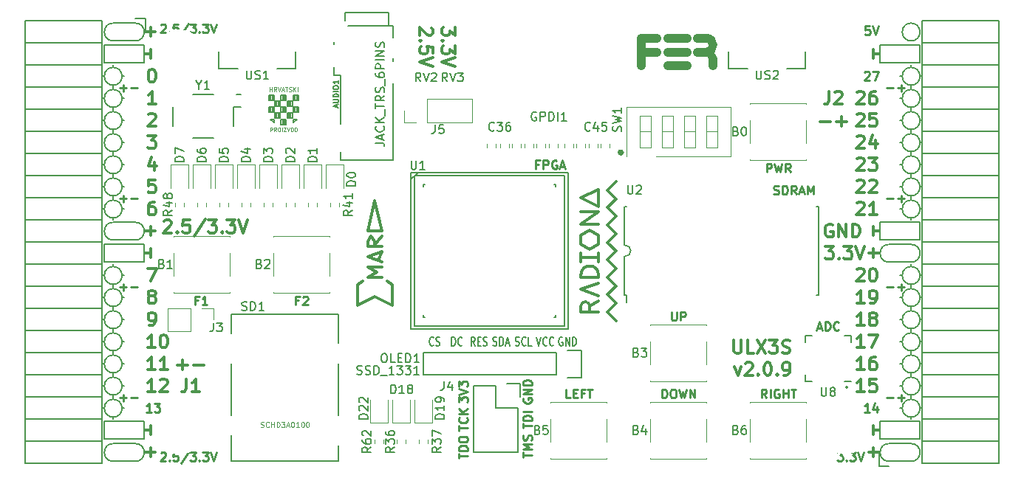
<source format=gto>
G04 #@! TF.GenerationSoftware,KiCad,Pcbnew,5.0.0+dfsg1-1*
G04 #@! TF.CreationDate,2018-08-08T13:43:29+02:00*
G04 #@! TF.ProjectId,ulx3s,756C7833732E6B696361645F70636200,rev?*
G04 #@! TF.SameCoordinates,Original*
G04 #@! TF.FileFunction,Legend,Top*
G04 #@! TF.FilePolarity,Positive*
%FSLAX46Y46*%
G04 Gerber Fmt 4.6, Leading zero omitted, Abs format (unit mm)*
G04 Created by KiCad (PCBNEW 5.0.0+dfsg1-1) date Wed Aug  8 13:43:29 2018*
%MOMM*%
%LPD*%
G01*
G04 APERTURE LIST*
%ADD10C,0.250000*%
%ADD11C,0.200000*%
%ADD12C,0.300000*%
%ADD13C,0.150000*%
%ADD14C,0.120000*%
%ADD15C,1.000000*%
%ADD16C,0.152400*%
%ADD17C,0.124460*%
%ADD18C,0.075000*%
%ADD19C,0.500000*%
%ADD20R,0.400000X2.000000*%
%ADD21C,2.100000*%
%ADD22R,1.220000X2.540000*%
%ADD23R,0.660000X1.000000*%
%ADD24O,1.827200X1.827200*%
%ADD25R,1.827200X1.827200*%
%ADD26C,5.600000*%
%ADD27O,0.950000X0.400000*%
%ADD28O,0.400000X0.950000*%
%ADD29R,1.775000X1.775000*%
%ADD30R,1.827200X2.132000*%
%ADD31O,1.827200X2.132000*%
%ADD32R,2.900000X2.100000*%
%ADD33R,2.900000X2.300000*%
%ADD34R,2.900000X2.900000*%
%ADD35C,1.800000*%
%ADD36R,0.800000X1.600000*%
%ADD37R,1.550000X1.000000*%
%ADD38R,1.550000X2.100000*%
%ADD39R,2.300000X1.900000*%
%ADD40R,1.100000X0.770000*%
%ADD41R,1.600000X1.070000*%
%ADD42R,1.800000X1.800000*%
%ADD43O,1.800000X1.800000*%
%ADD44R,1.395000X1.500000*%
%ADD45R,1.900000X2.000000*%
%ADD46R,0.500000X1.450000*%
%ADD47R,2.000000X2.000000*%
%ADD48R,2.200000X1.700000*%
%ADD49R,1.650000X1.400000*%
G04 APERTURE END LIST*
D10*
X116641666Y-93497571D02*
X116308333Y-93497571D01*
X116308333Y-94021380D02*
X116308333Y-93021380D01*
X116784523Y-93021380D01*
X117117857Y-93116619D02*
X117165476Y-93069000D01*
X117260714Y-93021380D01*
X117498809Y-93021380D01*
X117594047Y-93069000D01*
X117641666Y-93116619D01*
X117689285Y-93211857D01*
X117689285Y-93307095D01*
X117641666Y-93449952D01*
X117070238Y-94021380D01*
X117689285Y-94021380D01*
X105084666Y-93497571D02*
X104751333Y-93497571D01*
X104751333Y-94021380D02*
X104751333Y-93021380D01*
X105227523Y-93021380D01*
X106132285Y-94021380D02*
X105560857Y-94021380D01*
X105846571Y-94021380D02*
X105846571Y-93021380D01*
X105751333Y-93164238D01*
X105656095Y-93259476D01*
X105560857Y-93307095D01*
X170236666Y-104689380D02*
X169903333Y-104213190D01*
X169665238Y-104689380D02*
X169665238Y-103689380D01*
X170046190Y-103689380D01*
X170141428Y-103737000D01*
X170189047Y-103784619D01*
X170236666Y-103879857D01*
X170236666Y-104022714D01*
X170189047Y-104117952D01*
X170141428Y-104165571D01*
X170046190Y-104213190D01*
X169665238Y-104213190D01*
X170665238Y-104689380D02*
X170665238Y-103689380D01*
X171665238Y-103737000D02*
X171570000Y-103689380D01*
X171427142Y-103689380D01*
X171284285Y-103737000D01*
X171189047Y-103832238D01*
X171141428Y-103927476D01*
X171093809Y-104117952D01*
X171093809Y-104260809D01*
X171141428Y-104451285D01*
X171189047Y-104546523D01*
X171284285Y-104641761D01*
X171427142Y-104689380D01*
X171522380Y-104689380D01*
X171665238Y-104641761D01*
X171712857Y-104594142D01*
X171712857Y-104260809D01*
X171522380Y-104260809D01*
X172141428Y-104689380D02*
X172141428Y-103689380D01*
X172141428Y-104165571D02*
X172712857Y-104165571D01*
X172712857Y-104689380D02*
X172712857Y-103689380D01*
X173046190Y-103689380D02*
X173617619Y-103689380D01*
X173331904Y-104689380D02*
X173331904Y-103689380D01*
X159354285Y-94799380D02*
X159354285Y-95608904D01*
X159401904Y-95704142D01*
X159449523Y-95751761D01*
X159544761Y-95799380D01*
X159735238Y-95799380D01*
X159830476Y-95751761D01*
X159878095Y-95704142D01*
X159925714Y-95608904D01*
X159925714Y-94799380D01*
X160401904Y-95799380D02*
X160401904Y-94799380D01*
X160782857Y-94799380D01*
X160878095Y-94847000D01*
X160925714Y-94894619D01*
X160973333Y-94989857D01*
X160973333Y-95132714D01*
X160925714Y-95227952D01*
X160878095Y-95275571D01*
X160782857Y-95323190D01*
X160401904Y-95323190D01*
X158259047Y-104689380D02*
X158259047Y-103689380D01*
X158497142Y-103689380D01*
X158640000Y-103737000D01*
X158735238Y-103832238D01*
X158782857Y-103927476D01*
X158830476Y-104117952D01*
X158830476Y-104260809D01*
X158782857Y-104451285D01*
X158735238Y-104546523D01*
X158640000Y-104641761D01*
X158497142Y-104689380D01*
X158259047Y-104689380D01*
X159449523Y-103689380D02*
X159640000Y-103689380D01*
X159735238Y-103737000D01*
X159830476Y-103832238D01*
X159878095Y-104022714D01*
X159878095Y-104356047D01*
X159830476Y-104546523D01*
X159735238Y-104641761D01*
X159640000Y-104689380D01*
X159449523Y-104689380D01*
X159354285Y-104641761D01*
X159259047Y-104546523D01*
X159211428Y-104356047D01*
X159211428Y-104022714D01*
X159259047Y-103832238D01*
X159354285Y-103737000D01*
X159449523Y-103689380D01*
X160211428Y-103689380D02*
X160449523Y-104689380D01*
X160640000Y-103975095D01*
X160830476Y-104689380D01*
X161068571Y-103689380D01*
X161449523Y-104689380D02*
X161449523Y-103689380D01*
X162020952Y-104689380D01*
X162020952Y-103689380D01*
X147757619Y-104689380D02*
X147281428Y-104689380D01*
X147281428Y-103689380D01*
X148090952Y-104165571D02*
X148424285Y-104165571D01*
X148567142Y-104689380D02*
X148090952Y-104689380D01*
X148090952Y-103689380D01*
X148567142Y-103689380D01*
X149329047Y-104165571D02*
X148995714Y-104165571D01*
X148995714Y-104689380D02*
X148995714Y-103689380D01*
X149471904Y-103689380D01*
X149710000Y-103689380D02*
X150281428Y-103689380D01*
X149995714Y-104689380D02*
X149995714Y-103689380D01*
X170251666Y-78781380D02*
X170251666Y-77781380D01*
X170632619Y-77781380D01*
X170727857Y-77829000D01*
X170775476Y-77876619D01*
X170823095Y-77971857D01*
X170823095Y-78114714D01*
X170775476Y-78209952D01*
X170727857Y-78257571D01*
X170632619Y-78305190D01*
X170251666Y-78305190D01*
X171156428Y-77781380D02*
X171394523Y-78781380D01*
X171585000Y-78067095D01*
X171775476Y-78781380D01*
X172013571Y-77781380D01*
X172965952Y-78781380D02*
X172632619Y-78305190D01*
X172394523Y-78781380D02*
X172394523Y-77781380D01*
X172775476Y-77781380D01*
X172870714Y-77829000D01*
X172918333Y-77876619D01*
X172965952Y-77971857D01*
X172965952Y-78114714D01*
X172918333Y-78209952D01*
X172870714Y-78257571D01*
X172775476Y-78305190D01*
X172394523Y-78305190D01*
D11*
X179586000Y-103475000D02*
G75*
G03X179586000Y-103475000I-127000J0D01*
G01*
D12*
X134560428Y-62144714D02*
X134560428Y-63073285D01*
X133989000Y-62573285D01*
X133989000Y-62787571D01*
X133917571Y-62930428D01*
X133846142Y-63001857D01*
X133703285Y-63073285D01*
X133346142Y-63073285D01*
X133203285Y-63001857D01*
X133131857Y-62930428D01*
X133060428Y-62787571D01*
X133060428Y-62359000D01*
X133131857Y-62216142D01*
X133203285Y-62144714D01*
X133203285Y-63716142D02*
X133131857Y-63787571D01*
X133060428Y-63716142D01*
X133131857Y-63644714D01*
X133203285Y-63716142D01*
X133060428Y-63716142D01*
X134560428Y-64287571D02*
X134560428Y-65216142D01*
X133989000Y-64716142D01*
X133989000Y-64930428D01*
X133917571Y-65073285D01*
X133846142Y-65144714D01*
X133703285Y-65216142D01*
X133346142Y-65216142D01*
X133203285Y-65144714D01*
X133131857Y-65073285D01*
X133060428Y-64930428D01*
X133060428Y-64501857D01*
X133131857Y-64359000D01*
X133203285Y-64287571D01*
X134560428Y-65644714D02*
X133060428Y-66144714D01*
X134560428Y-66644714D01*
X131877571Y-62216142D02*
X131949000Y-62287571D01*
X132020428Y-62430428D01*
X132020428Y-62787571D01*
X131949000Y-62930428D01*
X131877571Y-63001857D01*
X131734714Y-63073285D01*
X131591857Y-63073285D01*
X131377571Y-63001857D01*
X130520428Y-62144714D01*
X130520428Y-63073285D01*
X130663285Y-63716142D02*
X130591857Y-63787571D01*
X130520428Y-63716142D01*
X130591857Y-63644714D01*
X130663285Y-63716142D01*
X130520428Y-63716142D01*
X132020428Y-65144714D02*
X132020428Y-64430428D01*
X131306142Y-64359000D01*
X131377571Y-64430428D01*
X131449000Y-64573285D01*
X131449000Y-64930428D01*
X131377571Y-65073285D01*
X131306142Y-65144714D01*
X131163285Y-65216142D01*
X130806142Y-65216142D01*
X130663285Y-65144714D01*
X130591857Y-65073285D01*
X130520428Y-64930428D01*
X130520428Y-64573285D01*
X130591857Y-64430428D01*
X130663285Y-64359000D01*
X132020428Y-65644714D02*
X130520428Y-66144714D01*
X132020428Y-66644714D01*
X102760000Y-100897142D02*
X103902857Y-100897142D01*
X103331428Y-101468571D02*
X103331428Y-100325714D01*
X104617142Y-100897142D02*
X105760000Y-100897142D01*
X166592714Y-101121571D02*
X166949857Y-102121571D01*
X167307000Y-101121571D01*
X167807000Y-100764428D02*
X167878428Y-100693000D01*
X168021285Y-100621571D01*
X168378428Y-100621571D01*
X168521285Y-100693000D01*
X168592714Y-100764428D01*
X168664142Y-100907285D01*
X168664142Y-101050142D01*
X168592714Y-101264428D01*
X167735571Y-102121571D01*
X168664142Y-102121571D01*
X169307000Y-101978714D02*
X169378428Y-102050142D01*
X169307000Y-102121571D01*
X169235571Y-102050142D01*
X169307000Y-101978714D01*
X169307000Y-102121571D01*
X170307000Y-100621571D02*
X170449857Y-100621571D01*
X170592714Y-100693000D01*
X170664142Y-100764428D01*
X170735571Y-100907285D01*
X170807000Y-101193000D01*
X170807000Y-101550142D01*
X170735571Y-101835857D01*
X170664142Y-101978714D01*
X170592714Y-102050142D01*
X170449857Y-102121571D01*
X170307000Y-102121571D01*
X170164142Y-102050142D01*
X170092714Y-101978714D01*
X170021285Y-101835857D01*
X169949857Y-101550142D01*
X169949857Y-101193000D01*
X170021285Y-100907285D01*
X170092714Y-100764428D01*
X170164142Y-100693000D01*
X170307000Y-100621571D01*
X171449857Y-101978714D02*
X171521285Y-102050142D01*
X171449857Y-102121571D01*
X171378428Y-102050142D01*
X171449857Y-101978714D01*
X171449857Y-102121571D01*
X172235571Y-102121571D02*
X172521285Y-102121571D01*
X172664142Y-102050142D01*
X172735571Y-101978714D01*
X172878428Y-101764428D01*
X172949857Y-101478714D01*
X172949857Y-100907285D01*
X172878428Y-100764428D01*
X172807000Y-100693000D01*
X172664142Y-100621571D01*
X172378428Y-100621571D01*
X172235571Y-100693000D01*
X172164142Y-100764428D01*
X172092714Y-100907285D01*
X172092714Y-101264428D01*
X172164142Y-101407285D01*
X172235571Y-101478714D01*
X172378428Y-101550142D01*
X172664142Y-101550142D01*
X172807000Y-101478714D01*
X172878428Y-101407285D01*
X172949857Y-101264428D01*
X182492000Y-87582000D02*
X182492000Y-88598000D01*
X181984000Y-88090000D02*
X183254000Y-88090000D01*
X182492000Y-110442000D02*
X182492000Y-111458000D01*
X183254000Y-110950000D02*
X181984000Y-110950000D01*
X99688000Y-110442000D02*
X99688000Y-111458000D01*
X98926000Y-110950000D02*
X100196000Y-110950000D01*
X99688000Y-62182000D02*
X99688000Y-63198000D01*
X98926000Y-62690000D02*
X100196000Y-62690000D01*
X99688000Y-85042000D02*
X99688000Y-86058000D01*
X98926000Y-85550000D02*
X100196000Y-85550000D01*
D11*
X97910000Y-63706000D02*
G75*
G03X97910000Y-61674000I0J1016000D01*
G01*
X184270000Y-109934000D02*
G75*
G03X184270000Y-111966000I0J-1016000D01*
G01*
X95370000Y-111966000D02*
X97910000Y-111966000D01*
X95370000Y-109934000D02*
X97910000Y-109934000D01*
X97910000Y-111966000D02*
G75*
G03X97910000Y-109934000I0J1016000D01*
G01*
X95370000Y-109934000D02*
G75*
G03X95370000Y-111966000I0J-1016000D01*
G01*
X95370000Y-61674000D02*
X97910000Y-61674000D01*
X95370000Y-63706000D02*
X97910000Y-63706000D01*
X95370000Y-61674000D02*
G75*
G03X95370000Y-63706000I0J-1016000D01*
G01*
X95370000Y-84534000D02*
X97910000Y-84534000D01*
X95370000Y-86566000D02*
X97910000Y-86566000D01*
X95370000Y-84534000D02*
G75*
G03X95370000Y-86566000I0J-1016000D01*
G01*
X97910000Y-86566000D02*
G75*
G03X97910000Y-84534000I0J1016000D01*
G01*
X187826000Y-62690000D02*
G75*
G03X187826000Y-62690000I-1016000J0D01*
G01*
X184270000Y-89106000D02*
X186810000Y-89106000D01*
X184270000Y-87074000D02*
X186810000Y-87074000D01*
X184270000Y-87074000D02*
G75*
G03X184270000Y-89106000I0J-1016000D01*
G01*
X186810000Y-89106000D02*
G75*
G03X186810000Y-87074000I0J1016000D01*
G01*
X186810000Y-111966000D02*
X184270000Y-111966000D01*
X186810000Y-109934000D02*
X184270000Y-109934000D01*
X186810000Y-111966000D02*
G75*
G03X186810000Y-109934000I0J1016000D01*
G01*
X94354000Y-66246000D02*
X94354000Y-64214000D01*
X98926000Y-66246000D02*
X94354000Y-66246000D01*
X98926000Y-64214000D02*
X98926000Y-66246000D01*
X94354000Y-64214000D02*
X98926000Y-64214000D01*
X94354000Y-87074000D02*
X98926000Y-87074000D01*
X94354000Y-89106000D02*
X94354000Y-87074000D01*
X98926000Y-89106000D02*
X94354000Y-89106000D01*
X98926000Y-87074000D02*
X98926000Y-89106000D01*
X94354000Y-109426000D02*
X98926000Y-109426000D01*
X94354000Y-107394000D02*
X94354000Y-109426000D01*
X98926000Y-107394000D02*
X94354000Y-107394000D01*
X98926000Y-109426000D02*
X98926000Y-107394000D01*
X183254000Y-109426000D02*
X187826000Y-109426000D01*
X183254000Y-107394000D02*
X183254000Y-109426000D01*
X187826000Y-107394000D02*
X187826000Y-109426000D01*
X183254000Y-107394000D02*
X187826000Y-107394000D01*
X183254000Y-66246000D02*
X187826000Y-66246000D01*
X183254000Y-64214000D02*
X183254000Y-66246000D01*
X187826000Y-64214000D02*
X183254000Y-64214000D01*
X187826000Y-66246000D02*
X187826000Y-64214000D01*
X183254000Y-84534000D02*
X187826000Y-84534000D01*
X183254000Y-86566000D02*
X183254000Y-84534000D01*
X187826000Y-86566000D02*
X183254000Y-86566000D01*
X187826000Y-84534000D02*
X187826000Y-86566000D01*
D10*
X96148000Y-69111428D02*
X96909904Y-69111428D01*
X96528952Y-69492380D02*
X96528952Y-68730476D01*
X97386095Y-69111428D02*
X98148000Y-69111428D01*
X96148000Y-81811428D02*
X96909904Y-81811428D01*
X96528952Y-82192380D02*
X96528952Y-81430476D01*
X97386095Y-81811428D02*
X98148000Y-81811428D01*
X96148000Y-91971428D02*
X96909904Y-91971428D01*
X96528952Y-92352380D02*
X96528952Y-91590476D01*
X97386095Y-91971428D02*
X98148000Y-91971428D01*
X96148000Y-104671428D02*
X96909904Y-104671428D01*
X96528952Y-105052380D02*
X96528952Y-104290476D01*
X97386095Y-104671428D02*
X98148000Y-104671428D01*
X184032000Y-104671428D02*
X184793904Y-104671428D01*
X185270095Y-104671428D02*
X186032000Y-104671428D01*
X185651047Y-105052380D02*
X185651047Y-104290476D01*
X184032000Y-91971428D02*
X184793904Y-91971428D01*
X185270095Y-91971428D02*
X186032000Y-91971428D01*
X185651047Y-92352380D02*
X185651047Y-91590476D01*
X184032000Y-81811428D02*
X184793904Y-81811428D01*
X185270095Y-81811428D02*
X186032000Y-81811428D01*
X185651047Y-82192380D02*
X185651047Y-81430476D01*
X184032000Y-69111428D02*
X184793904Y-69111428D01*
X185270095Y-69111428D02*
X186032000Y-69111428D01*
X185651047Y-69492380D02*
X185651047Y-68730476D01*
D12*
X176420000Y-72957142D02*
X177562857Y-72957142D01*
X178277142Y-72957142D02*
X179420000Y-72957142D01*
X178848571Y-73528571D02*
X178848571Y-72385714D01*
D11*
X187826000Y-67770000D02*
G75*
G03X187826000Y-67770000I-1016000J0D01*
G01*
X187826000Y-70310000D02*
G75*
G03X187826000Y-70310000I-1016000J0D01*
G01*
X187826000Y-72850000D02*
G75*
G03X187826000Y-72850000I-1016000J0D01*
G01*
X187826000Y-75390000D02*
G75*
G03X187826000Y-75390000I-1016000J0D01*
G01*
X187826000Y-77930000D02*
G75*
G03X187826000Y-77930000I-1016000J0D01*
G01*
X187826000Y-80470000D02*
G75*
G03X187826000Y-80470000I-1016000J0D01*
G01*
X187826000Y-83010000D02*
G75*
G03X187826000Y-83010000I-1016000J0D01*
G01*
X187826000Y-90630000D02*
G75*
G03X187826000Y-90630000I-1016000J0D01*
G01*
X187826000Y-93170000D02*
G75*
G03X187826000Y-93170000I-1016000J0D01*
G01*
X187826000Y-95710000D02*
G75*
G03X187826000Y-95710000I-1016000J0D01*
G01*
X187826000Y-98250000D02*
G75*
G03X187826000Y-98250000I-1016000J0D01*
G01*
X187826000Y-100790000D02*
G75*
G03X187826000Y-100790000I-1016000J0D01*
G01*
X187826000Y-103330000D02*
G75*
G03X187826000Y-103330000I-1016000J0D01*
G01*
X187826000Y-105870000D02*
G75*
G03X187826000Y-105870000I-1016000J0D01*
G01*
X96386000Y-105870000D02*
G75*
G03X96386000Y-105870000I-1016000J0D01*
G01*
X96386000Y-103330000D02*
G75*
G03X96386000Y-103330000I-1016000J0D01*
G01*
X96386000Y-100790000D02*
G75*
G03X96386000Y-100790000I-1016000J0D01*
G01*
X96386000Y-98250000D02*
G75*
G03X96386000Y-98250000I-1016000J0D01*
G01*
X96386000Y-95710000D02*
G75*
G03X96386000Y-95710000I-1016000J0D01*
G01*
X96386000Y-93170000D02*
G75*
G03X96386000Y-93170000I-1016000J0D01*
G01*
X96386000Y-90630000D02*
G75*
G03X96386000Y-90630000I-1016000J0D01*
G01*
X96386000Y-83010000D02*
G75*
G03X96386000Y-83010000I-1016000J0D01*
G01*
X96386000Y-80470000D02*
G75*
G03X96386000Y-80470000I-1016000J0D01*
G01*
X96386000Y-77930000D02*
G75*
G03X96386000Y-77930000I-1016000J0D01*
G01*
X96386000Y-75390000D02*
G75*
G03X96386000Y-75390000I-1016000J0D01*
G01*
X96386000Y-72850000D02*
G75*
G03X96386000Y-72850000I-1016000J0D01*
G01*
X96386000Y-70310000D02*
G75*
G03X96386000Y-70310000I-1016000J0D01*
G01*
X96386000Y-67770000D02*
G75*
G03X96386000Y-67770000I-1016000J0D01*
G01*
D12*
X177793142Y-84800000D02*
X177650285Y-84728571D01*
X177436000Y-84728571D01*
X177221714Y-84800000D01*
X177078857Y-84942857D01*
X177007428Y-85085714D01*
X176936000Y-85371428D01*
X176936000Y-85585714D01*
X177007428Y-85871428D01*
X177078857Y-86014285D01*
X177221714Y-86157142D01*
X177436000Y-86228571D01*
X177578857Y-86228571D01*
X177793142Y-86157142D01*
X177864571Y-86085714D01*
X177864571Y-85585714D01*
X177578857Y-85585714D01*
X178507428Y-86228571D02*
X178507428Y-84728571D01*
X179364571Y-86228571D01*
X179364571Y-84728571D01*
X180078857Y-86228571D02*
X180078857Y-84728571D01*
X180436000Y-84728571D01*
X180650285Y-84800000D01*
X180793142Y-84942857D01*
X180864571Y-85085714D01*
X180936000Y-85371428D01*
X180936000Y-85585714D01*
X180864571Y-85871428D01*
X180793142Y-86014285D01*
X180650285Y-86157142D01*
X180436000Y-86228571D01*
X180078857Y-86228571D01*
X182492000Y-86058000D02*
X182492000Y-85042000D01*
X183254000Y-85550000D02*
X182492000Y-85550000D01*
X182492000Y-107902000D02*
X182492000Y-108918000D01*
X182492000Y-108410000D02*
X183254000Y-108410000D01*
D10*
X182047523Y-106322380D02*
X181476095Y-106322380D01*
X181761809Y-106322380D02*
X181761809Y-105322380D01*
X181666571Y-105465238D01*
X181571333Y-105560476D01*
X181476095Y-105608095D01*
X182904666Y-105655714D02*
X182904666Y-106322380D01*
X182666571Y-105274761D02*
X182428476Y-105989047D01*
X183047523Y-105989047D01*
X181476095Y-67317619D02*
X181523714Y-67270000D01*
X181618952Y-67222380D01*
X181857047Y-67222380D01*
X181952285Y-67270000D01*
X181999904Y-67317619D01*
X182047523Y-67412857D01*
X182047523Y-67508095D01*
X181999904Y-67650952D01*
X181428476Y-68222380D01*
X182047523Y-68222380D01*
X182380857Y-67222380D02*
X183047523Y-67222380D01*
X182618952Y-68222380D01*
D12*
X182492000Y-64722000D02*
X182492000Y-65738000D01*
X182492000Y-65230000D02*
X183254000Y-65230000D01*
X99688000Y-107902000D02*
X99688000Y-108918000D01*
X98926000Y-108410000D02*
X99688000Y-108410000D01*
X99315000Y-74568571D02*
X100243571Y-74568571D01*
X99743571Y-75140000D01*
X99957857Y-75140000D01*
X100100714Y-75211428D01*
X100172142Y-75282857D01*
X100243571Y-75425714D01*
X100243571Y-75782857D01*
X100172142Y-75925714D01*
X100100714Y-75997142D01*
X99957857Y-76068571D01*
X99529285Y-76068571D01*
X99386428Y-75997142D01*
X99315000Y-75925714D01*
X100100714Y-77608571D02*
X100100714Y-78608571D01*
X99743571Y-77037142D02*
X99386428Y-78108571D01*
X100315000Y-78108571D01*
X100172142Y-79648571D02*
X99457857Y-79648571D01*
X99386428Y-80362857D01*
X99457857Y-80291428D01*
X99600714Y-80220000D01*
X99957857Y-80220000D01*
X100100714Y-80291428D01*
X100172142Y-80362857D01*
X100243571Y-80505714D01*
X100243571Y-80862857D01*
X100172142Y-81005714D01*
X100100714Y-81077142D01*
X99957857Y-81148571D01*
X99600714Y-81148571D01*
X99457857Y-81077142D01*
X99386428Y-81005714D01*
D10*
X99751523Y-106322380D02*
X99180095Y-106322380D01*
X99465809Y-106322380D02*
X99465809Y-105322380D01*
X99370571Y-105465238D01*
X99275333Y-105560476D01*
X99180095Y-105608095D01*
X100084857Y-105322380D02*
X100703904Y-105322380D01*
X100370571Y-105703333D01*
X100513428Y-105703333D01*
X100608666Y-105750952D01*
X100656285Y-105798571D01*
X100703904Y-105893809D01*
X100703904Y-106131904D01*
X100656285Y-106227142D01*
X100608666Y-106274761D01*
X100513428Y-106322380D01*
X100227714Y-106322380D01*
X100132476Y-106274761D01*
X100084857Y-106227142D01*
D12*
X99315000Y-89808571D02*
X100315000Y-89808571D01*
X99672142Y-91308571D01*
X99688000Y-87582000D02*
X99688000Y-88598000D01*
X98926000Y-88090000D02*
X99688000Y-88090000D01*
X99688000Y-64722000D02*
X99688000Y-65738000D01*
X98926000Y-65230000D02*
X99688000Y-65230000D01*
D10*
X100817976Y-61874619D02*
X100865595Y-61827000D01*
X100960833Y-61779380D01*
X101198928Y-61779380D01*
X101294166Y-61827000D01*
X101341785Y-61874619D01*
X101389404Y-61969857D01*
X101389404Y-62065095D01*
X101341785Y-62207952D01*
X100770357Y-62779380D01*
X101389404Y-62779380D01*
X101817976Y-62684142D02*
X101865595Y-62731761D01*
X101817976Y-62779380D01*
X101770357Y-62731761D01*
X101817976Y-62684142D01*
X101817976Y-62779380D01*
X102770357Y-61779380D02*
X102294166Y-61779380D01*
X102246547Y-62255571D01*
X102294166Y-62207952D01*
X102389404Y-62160333D01*
X102627500Y-62160333D01*
X102722738Y-62207952D01*
X102770357Y-62255571D01*
X102817976Y-62350809D01*
X102817976Y-62588904D01*
X102770357Y-62684142D01*
X102722738Y-62731761D01*
X102627500Y-62779380D01*
X102389404Y-62779380D01*
X102294166Y-62731761D01*
X102246547Y-62684142D01*
X103960833Y-61731761D02*
X103103690Y-63017476D01*
X104198928Y-61779380D02*
X104817976Y-61779380D01*
X104484642Y-62160333D01*
X104627500Y-62160333D01*
X104722738Y-62207952D01*
X104770357Y-62255571D01*
X104817976Y-62350809D01*
X104817976Y-62588904D01*
X104770357Y-62684142D01*
X104722738Y-62731761D01*
X104627500Y-62779380D01*
X104341785Y-62779380D01*
X104246547Y-62731761D01*
X104198928Y-62684142D01*
X105246547Y-62684142D02*
X105294166Y-62731761D01*
X105246547Y-62779380D01*
X105198928Y-62731761D01*
X105246547Y-62684142D01*
X105246547Y-62779380D01*
X105627500Y-61779380D02*
X106246547Y-61779380D01*
X105913214Y-62160333D01*
X106056071Y-62160333D01*
X106151309Y-62207952D01*
X106198928Y-62255571D01*
X106246547Y-62350809D01*
X106246547Y-62588904D01*
X106198928Y-62684142D01*
X106151309Y-62731761D01*
X106056071Y-62779380D01*
X105770357Y-62779380D01*
X105675119Y-62731761D01*
X105627500Y-62684142D01*
X106532261Y-61779380D02*
X106865595Y-62779380D01*
X107198928Y-61779380D01*
X178360261Y-110910380D02*
X178979309Y-110910380D01*
X178645976Y-111291333D01*
X178788833Y-111291333D01*
X178884071Y-111338952D01*
X178931690Y-111386571D01*
X178979309Y-111481809D01*
X178979309Y-111719904D01*
X178931690Y-111815142D01*
X178884071Y-111862761D01*
X178788833Y-111910380D01*
X178503119Y-111910380D01*
X178407880Y-111862761D01*
X178360261Y-111815142D01*
X179407880Y-111815142D02*
X179455500Y-111862761D01*
X179407880Y-111910380D01*
X179360261Y-111862761D01*
X179407880Y-111815142D01*
X179407880Y-111910380D01*
X179788833Y-110910380D02*
X180407880Y-110910380D01*
X180074547Y-111291333D01*
X180217404Y-111291333D01*
X180312642Y-111338952D01*
X180360261Y-111386571D01*
X180407880Y-111481809D01*
X180407880Y-111719904D01*
X180360261Y-111815142D01*
X180312642Y-111862761D01*
X180217404Y-111910380D01*
X179931690Y-111910380D01*
X179836452Y-111862761D01*
X179788833Y-111815142D01*
X180693595Y-110910380D02*
X181026928Y-111910380D01*
X181360261Y-110910380D01*
D12*
X101199714Y-84381428D02*
X101271142Y-84310000D01*
X101414000Y-84238571D01*
X101771142Y-84238571D01*
X101914000Y-84310000D01*
X101985428Y-84381428D01*
X102056857Y-84524285D01*
X102056857Y-84667142D01*
X101985428Y-84881428D01*
X101128285Y-85738571D01*
X102056857Y-85738571D01*
X102699714Y-85595714D02*
X102771142Y-85667142D01*
X102699714Y-85738571D01*
X102628285Y-85667142D01*
X102699714Y-85595714D01*
X102699714Y-85738571D01*
X104128285Y-84238571D02*
X103414000Y-84238571D01*
X103342571Y-84952857D01*
X103414000Y-84881428D01*
X103556857Y-84810000D01*
X103914000Y-84810000D01*
X104056857Y-84881428D01*
X104128285Y-84952857D01*
X104199714Y-85095714D01*
X104199714Y-85452857D01*
X104128285Y-85595714D01*
X104056857Y-85667142D01*
X103914000Y-85738571D01*
X103556857Y-85738571D01*
X103414000Y-85667142D01*
X103342571Y-85595714D01*
X105914000Y-84167142D02*
X104628285Y-86095714D01*
X106271142Y-84238571D02*
X107199714Y-84238571D01*
X106699714Y-84810000D01*
X106914000Y-84810000D01*
X107056857Y-84881428D01*
X107128285Y-84952857D01*
X107199714Y-85095714D01*
X107199714Y-85452857D01*
X107128285Y-85595714D01*
X107056857Y-85667142D01*
X106914000Y-85738571D01*
X106485428Y-85738571D01*
X106342571Y-85667142D01*
X106271142Y-85595714D01*
X107842571Y-85595714D02*
X107914000Y-85667142D01*
X107842571Y-85738571D01*
X107771142Y-85667142D01*
X107842571Y-85595714D01*
X107842571Y-85738571D01*
X108414000Y-84238571D02*
X109342571Y-84238571D01*
X108842571Y-84810000D01*
X109056857Y-84810000D01*
X109199714Y-84881428D01*
X109271142Y-84952857D01*
X109342571Y-85095714D01*
X109342571Y-85452857D01*
X109271142Y-85595714D01*
X109199714Y-85667142D01*
X109056857Y-85738571D01*
X108628285Y-85738571D01*
X108485428Y-85667142D01*
X108414000Y-85595714D01*
X109771142Y-84238571D02*
X110271142Y-85738571D01*
X110771142Y-84238571D01*
D10*
X100817976Y-111023619D02*
X100865595Y-110976000D01*
X100960833Y-110928380D01*
X101198928Y-110928380D01*
X101294166Y-110976000D01*
X101341785Y-111023619D01*
X101389404Y-111118857D01*
X101389404Y-111214095D01*
X101341785Y-111356952D01*
X100770357Y-111928380D01*
X101389404Y-111928380D01*
X101817976Y-111833142D02*
X101865595Y-111880761D01*
X101817976Y-111928380D01*
X101770357Y-111880761D01*
X101817976Y-111833142D01*
X101817976Y-111928380D01*
X102770357Y-110928380D02*
X102294166Y-110928380D01*
X102246547Y-111404571D01*
X102294166Y-111356952D01*
X102389404Y-111309333D01*
X102627500Y-111309333D01*
X102722738Y-111356952D01*
X102770357Y-111404571D01*
X102817976Y-111499809D01*
X102817976Y-111737904D01*
X102770357Y-111833142D01*
X102722738Y-111880761D01*
X102627500Y-111928380D01*
X102389404Y-111928380D01*
X102294166Y-111880761D01*
X102246547Y-111833142D01*
X103960833Y-110880761D02*
X103103690Y-112166476D01*
X104198928Y-110928380D02*
X104817976Y-110928380D01*
X104484642Y-111309333D01*
X104627500Y-111309333D01*
X104722738Y-111356952D01*
X104770357Y-111404571D01*
X104817976Y-111499809D01*
X104817976Y-111737904D01*
X104770357Y-111833142D01*
X104722738Y-111880761D01*
X104627500Y-111928380D01*
X104341785Y-111928380D01*
X104246547Y-111880761D01*
X104198928Y-111833142D01*
X105246547Y-111833142D02*
X105294166Y-111880761D01*
X105246547Y-111928380D01*
X105198928Y-111880761D01*
X105246547Y-111833142D01*
X105246547Y-111928380D01*
X105627500Y-110928380D02*
X106246547Y-110928380D01*
X105913214Y-111309333D01*
X106056071Y-111309333D01*
X106151309Y-111356952D01*
X106198928Y-111404571D01*
X106246547Y-111499809D01*
X106246547Y-111737904D01*
X106198928Y-111833142D01*
X106151309Y-111880761D01*
X106056071Y-111928380D01*
X105770357Y-111928380D01*
X105675119Y-111880761D01*
X105627500Y-111833142D01*
X106532261Y-110928380D02*
X106865595Y-111928380D01*
X107198928Y-110928380D01*
X182047523Y-62015380D02*
X181571333Y-62015380D01*
X181523714Y-62491571D01*
X181571333Y-62443952D01*
X181666571Y-62396333D01*
X181904666Y-62396333D01*
X181999904Y-62443952D01*
X182047523Y-62491571D01*
X182095142Y-62586809D01*
X182095142Y-62824904D01*
X182047523Y-62920142D01*
X181999904Y-62967761D01*
X181904666Y-63015380D01*
X181666571Y-63015380D01*
X181571333Y-62967761D01*
X181523714Y-62920142D01*
X182380857Y-62015380D02*
X182714190Y-63015380D01*
X183047523Y-62015380D01*
D12*
X180587142Y-69631428D02*
X180658571Y-69560000D01*
X180801428Y-69488571D01*
X181158571Y-69488571D01*
X181301428Y-69560000D01*
X181372857Y-69631428D01*
X181444285Y-69774285D01*
X181444285Y-69917142D01*
X181372857Y-70131428D01*
X180515714Y-70988571D01*
X181444285Y-70988571D01*
X182730000Y-69488571D02*
X182444285Y-69488571D01*
X182301428Y-69560000D01*
X182230000Y-69631428D01*
X182087142Y-69845714D01*
X182015714Y-70131428D01*
X182015714Y-70702857D01*
X182087142Y-70845714D01*
X182158571Y-70917142D01*
X182301428Y-70988571D01*
X182587142Y-70988571D01*
X182730000Y-70917142D01*
X182801428Y-70845714D01*
X182872857Y-70702857D01*
X182872857Y-70345714D01*
X182801428Y-70202857D01*
X182730000Y-70131428D01*
X182587142Y-70060000D01*
X182301428Y-70060000D01*
X182158571Y-70131428D01*
X182087142Y-70202857D01*
X182015714Y-70345714D01*
X180587142Y-72171428D02*
X180658571Y-72100000D01*
X180801428Y-72028571D01*
X181158571Y-72028571D01*
X181301428Y-72100000D01*
X181372857Y-72171428D01*
X181444285Y-72314285D01*
X181444285Y-72457142D01*
X181372857Y-72671428D01*
X180515714Y-73528571D01*
X181444285Y-73528571D01*
X182801428Y-72028571D02*
X182087142Y-72028571D01*
X182015714Y-72742857D01*
X182087142Y-72671428D01*
X182230000Y-72600000D01*
X182587142Y-72600000D01*
X182730000Y-72671428D01*
X182801428Y-72742857D01*
X182872857Y-72885714D01*
X182872857Y-73242857D01*
X182801428Y-73385714D01*
X182730000Y-73457142D01*
X182587142Y-73528571D01*
X182230000Y-73528571D01*
X182087142Y-73457142D01*
X182015714Y-73385714D01*
X180587142Y-74711428D02*
X180658571Y-74640000D01*
X180801428Y-74568571D01*
X181158571Y-74568571D01*
X181301428Y-74640000D01*
X181372857Y-74711428D01*
X181444285Y-74854285D01*
X181444285Y-74997142D01*
X181372857Y-75211428D01*
X180515714Y-76068571D01*
X181444285Y-76068571D01*
X182730000Y-75068571D02*
X182730000Y-76068571D01*
X182372857Y-74497142D02*
X182015714Y-75568571D01*
X182944285Y-75568571D01*
X180587142Y-77251428D02*
X180658571Y-77180000D01*
X180801428Y-77108571D01*
X181158571Y-77108571D01*
X181301428Y-77180000D01*
X181372857Y-77251428D01*
X181444285Y-77394285D01*
X181444285Y-77537142D01*
X181372857Y-77751428D01*
X180515714Y-78608571D01*
X181444285Y-78608571D01*
X181944285Y-77108571D02*
X182872857Y-77108571D01*
X182372857Y-77680000D01*
X182587142Y-77680000D01*
X182730000Y-77751428D01*
X182801428Y-77822857D01*
X182872857Y-77965714D01*
X182872857Y-78322857D01*
X182801428Y-78465714D01*
X182730000Y-78537142D01*
X182587142Y-78608571D01*
X182158571Y-78608571D01*
X182015714Y-78537142D01*
X181944285Y-78465714D01*
X180587142Y-79791428D02*
X180658571Y-79720000D01*
X180801428Y-79648571D01*
X181158571Y-79648571D01*
X181301428Y-79720000D01*
X181372857Y-79791428D01*
X181444285Y-79934285D01*
X181444285Y-80077142D01*
X181372857Y-80291428D01*
X180515714Y-81148571D01*
X181444285Y-81148571D01*
X182015714Y-79791428D02*
X182087142Y-79720000D01*
X182230000Y-79648571D01*
X182587142Y-79648571D01*
X182730000Y-79720000D01*
X182801428Y-79791428D01*
X182872857Y-79934285D01*
X182872857Y-80077142D01*
X182801428Y-80291428D01*
X181944285Y-81148571D01*
X182872857Y-81148571D01*
X180587142Y-82331428D02*
X180658571Y-82260000D01*
X180801428Y-82188571D01*
X181158571Y-82188571D01*
X181301428Y-82260000D01*
X181372857Y-82331428D01*
X181444285Y-82474285D01*
X181444285Y-82617142D01*
X181372857Y-82831428D01*
X180515714Y-83688571D01*
X181444285Y-83688571D01*
X182872857Y-83688571D02*
X182015714Y-83688571D01*
X182444285Y-83688571D02*
X182444285Y-82188571D01*
X182301428Y-82402857D01*
X182158571Y-82545714D01*
X182015714Y-82617142D01*
X176975714Y-87268571D02*
X177904285Y-87268571D01*
X177404285Y-87840000D01*
X177618571Y-87840000D01*
X177761428Y-87911428D01*
X177832857Y-87982857D01*
X177904285Y-88125714D01*
X177904285Y-88482857D01*
X177832857Y-88625714D01*
X177761428Y-88697142D01*
X177618571Y-88768571D01*
X177190000Y-88768571D01*
X177047142Y-88697142D01*
X176975714Y-88625714D01*
X178547142Y-88625714D02*
X178618571Y-88697142D01*
X178547142Y-88768571D01*
X178475714Y-88697142D01*
X178547142Y-88625714D01*
X178547142Y-88768571D01*
X179118571Y-87268571D02*
X180047142Y-87268571D01*
X179547142Y-87840000D01*
X179761428Y-87840000D01*
X179904285Y-87911428D01*
X179975714Y-87982857D01*
X180047142Y-88125714D01*
X180047142Y-88482857D01*
X179975714Y-88625714D01*
X179904285Y-88697142D01*
X179761428Y-88768571D01*
X179332857Y-88768571D01*
X179190000Y-88697142D01*
X179118571Y-88625714D01*
X180475714Y-87268571D02*
X180975714Y-88768571D01*
X181475714Y-87268571D01*
X180587142Y-89951428D02*
X180658571Y-89880000D01*
X180801428Y-89808571D01*
X181158571Y-89808571D01*
X181301428Y-89880000D01*
X181372857Y-89951428D01*
X181444285Y-90094285D01*
X181444285Y-90237142D01*
X181372857Y-90451428D01*
X180515714Y-91308571D01*
X181444285Y-91308571D01*
X182372857Y-89808571D02*
X182515714Y-89808571D01*
X182658571Y-89880000D01*
X182730000Y-89951428D01*
X182801428Y-90094285D01*
X182872857Y-90380000D01*
X182872857Y-90737142D01*
X182801428Y-91022857D01*
X182730000Y-91165714D01*
X182658571Y-91237142D01*
X182515714Y-91308571D01*
X182372857Y-91308571D01*
X182230000Y-91237142D01*
X182158571Y-91165714D01*
X182087142Y-91022857D01*
X182015714Y-90737142D01*
X182015714Y-90380000D01*
X182087142Y-90094285D01*
X182158571Y-89951428D01*
X182230000Y-89880000D01*
X182372857Y-89808571D01*
X181444285Y-93848571D02*
X180587142Y-93848571D01*
X181015714Y-93848571D02*
X181015714Y-92348571D01*
X180872857Y-92562857D01*
X180730000Y-92705714D01*
X180587142Y-92777142D01*
X182158571Y-93848571D02*
X182444285Y-93848571D01*
X182587142Y-93777142D01*
X182658571Y-93705714D01*
X182801428Y-93491428D01*
X182872857Y-93205714D01*
X182872857Y-92634285D01*
X182801428Y-92491428D01*
X182730000Y-92420000D01*
X182587142Y-92348571D01*
X182301428Y-92348571D01*
X182158571Y-92420000D01*
X182087142Y-92491428D01*
X182015714Y-92634285D01*
X182015714Y-92991428D01*
X182087142Y-93134285D01*
X182158571Y-93205714D01*
X182301428Y-93277142D01*
X182587142Y-93277142D01*
X182730000Y-93205714D01*
X182801428Y-93134285D01*
X182872857Y-92991428D01*
X181444285Y-96388571D02*
X180587142Y-96388571D01*
X181015714Y-96388571D02*
X181015714Y-94888571D01*
X180872857Y-95102857D01*
X180730000Y-95245714D01*
X180587142Y-95317142D01*
X182301428Y-95531428D02*
X182158571Y-95460000D01*
X182087142Y-95388571D01*
X182015714Y-95245714D01*
X182015714Y-95174285D01*
X182087142Y-95031428D01*
X182158571Y-94960000D01*
X182301428Y-94888571D01*
X182587142Y-94888571D01*
X182730000Y-94960000D01*
X182801428Y-95031428D01*
X182872857Y-95174285D01*
X182872857Y-95245714D01*
X182801428Y-95388571D01*
X182730000Y-95460000D01*
X182587142Y-95531428D01*
X182301428Y-95531428D01*
X182158571Y-95602857D01*
X182087142Y-95674285D01*
X182015714Y-95817142D01*
X182015714Y-96102857D01*
X182087142Y-96245714D01*
X182158571Y-96317142D01*
X182301428Y-96388571D01*
X182587142Y-96388571D01*
X182730000Y-96317142D01*
X182801428Y-96245714D01*
X182872857Y-96102857D01*
X182872857Y-95817142D01*
X182801428Y-95674285D01*
X182730000Y-95602857D01*
X182587142Y-95531428D01*
X181444285Y-98928571D02*
X180587142Y-98928571D01*
X181015714Y-98928571D02*
X181015714Y-97428571D01*
X180872857Y-97642857D01*
X180730000Y-97785714D01*
X180587142Y-97857142D01*
X181944285Y-97428571D02*
X182944285Y-97428571D01*
X182301428Y-98928571D01*
X181444285Y-101468571D02*
X180587142Y-101468571D01*
X181015714Y-101468571D02*
X181015714Y-99968571D01*
X180872857Y-100182857D01*
X180730000Y-100325714D01*
X180587142Y-100397142D01*
X182730000Y-99968571D02*
X182444285Y-99968571D01*
X182301428Y-100040000D01*
X182230000Y-100111428D01*
X182087142Y-100325714D01*
X182015714Y-100611428D01*
X182015714Y-101182857D01*
X182087142Y-101325714D01*
X182158571Y-101397142D01*
X182301428Y-101468571D01*
X182587142Y-101468571D01*
X182730000Y-101397142D01*
X182801428Y-101325714D01*
X182872857Y-101182857D01*
X182872857Y-100825714D01*
X182801428Y-100682857D01*
X182730000Y-100611428D01*
X182587142Y-100540000D01*
X182301428Y-100540000D01*
X182158571Y-100611428D01*
X182087142Y-100682857D01*
X182015714Y-100825714D01*
X181444285Y-104008571D02*
X180587142Y-104008571D01*
X181015714Y-104008571D02*
X181015714Y-102508571D01*
X180872857Y-102722857D01*
X180730000Y-102865714D01*
X180587142Y-102937142D01*
X182801428Y-102508571D02*
X182087142Y-102508571D01*
X182015714Y-103222857D01*
X182087142Y-103151428D01*
X182230000Y-103080000D01*
X182587142Y-103080000D01*
X182730000Y-103151428D01*
X182801428Y-103222857D01*
X182872857Y-103365714D01*
X182872857Y-103722857D01*
X182801428Y-103865714D01*
X182730000Y-103937142D01*
X182587142Y-104008571D01*
X182230000Y-104008571D01*
X182087142Y-103937142D01*
X182015714Y-103865714D01*
D11*
X186810000Y-66500000D02*
X186810000Y-66754000D01*
X187826000Y-67770000D02*
X188080000Y-67770000D01*
X185540000Y-67770000D02*
X185794000Y-67770000D01*
X186810000Y-69294000D02*
X186810000Y-68786000D01*
X187826000Y-70310000D02*
X188080000Y-70310000D01*
X185540000Y-70310000D02*
X185794000Y-70310000D01*
X186810000Y-71326000D02*
X186810000Y-71834000D01*
X187826000Y-72850000D02*
X188080000Y-72850000D01*
X185540000Y-72850000D02*
X185794000Y-72850000D01*
X186810000Y-73866000D02*
X186810000Y-74374000D01*
X187826000Y-75390000D02*
X188080000Y-75390000D01*
X185540000Y-75390000D02*
X185794000Y-75390000D01*
X186810000Y-76406000D02*
X186810000Y-76914000D01*
X187826000Y-77930000D02*
X188080000Y-77930000D01*
X185540000Y-77930000D02*
X185794000Y-77930000D01*
X186810000Y-79454000D02*
X186810000Y-78946000D01*
X187826000Y-80470000D02*
X188080000Y-80470000D01*
X185540000Y-80470000D02*
X185794000Y-80470000D01*
X186810000Y-81994000D02*
X186810000Y-81486000D01*
X187826000Y-83010000D02*
X188080000Y-83010000D01*
X185540000Y-83010000D02*
X185794000Y-83010000D01*
X186810000Y-84026000D02*
X186810000Y-84280000D01*
X186810000Y-89360000D02*
X186810000Y-89614000D01*
X187826000Y-90630000D02*
X188080000Y-90630000D01*
X185540000Y-90630000D02*
X185794000Y-90630000D01*
X186810000Y-91646000D02*
X186810000Y-92154000D01*
X187826000Y-93170000D02*
X188080000Y-93170000D01*
X185540000Y-93170000D02*
X185794000Y-93170000D01*
X186810000Y-94186000D02*
X186810000Y-94694000D01*
X187826000Y-95710000D02*
X188080000Y-95710000D01*
X185540000Y-95710000D02*
X185794000Y-95710000D01*
X186810000Y-97234000D02*
X186810000Y-96726000D01*
X187826000Y-98250000D02*
X188080000Y-98250000D01*
X185540000Y-98250000D02*
X185794000Y-98250000D01*
X187826000Y-100790000D02*
X188080000Y-100790000D01*
X185540000Y-100790000D02*
X185794000Y-100790000D01*
X186810000Y-99266000D02*
X186810000Y-99774000D01*
X186810000Y-102314000D02*
X186810000Y-101806000D01*
X187826000Y-103330000D02*
X188080000Y-103330000D01*
X185540000Y-103330000D02*
X185794000Y-103330000D01*
X186810000Y-104346000D02*
X186810000Y-104854000D01*
X185540000Y-105870000D02*
X185794000Y-105870000D01*
X187826000Y-105870000D02*
X188080000Y-105870000D01*
X186810000Y-106886000D02*
X186810000Y-107140000D01*
X95370000Y-66754000D02*
X95370000Y-66500000D01*
X96386000Y-67770000D02*
X96640000Y-67770000D01*
X94100000Y-67770000D02*
X94354000Y-67770000D01*
X95370000Y-68786000D02*
X95370000Y-69294000D01*
X96386000Y-70310000D02*
X96640000Y-70310000D01*
X94100000Y-70310000D02*
X94354000Y-70310000D01*
X95370000Y-71326000D02*
X95370000Y-71834000D01*
X96386000Y-72850000D02*
X96640000Y-72850000D01*
X94100000Y-72850000D02*
X94354000Y-72850000D01*
X95370000Y-73866000D02*
X95370000Y-74374000D01*
X96386000Y-75390000D02*
X96640000Y-75390000D01*
X95370000Y-76406000D02*
X95370000Y-76914000D01*
X96386000Y-77930000D02*
X96640000Y-77930000D01*
X94100000Y-77930000D02*
X94354000Y-77930000D01*
X95370000Y-79454000D02*
X95370000Y-78946000D01*
X96386000Y-80470000D02*
X96640000Y-80470000D01*
X94100000Y-80470000D02*
X94354000Y-80470000D01*
X95370000Y-81486000D02*
X95370000Y-81994000D01*
X96386000Y-83010000D02*
X96640000Y-83010000D01*
X95370000Y-84026000D02*
X95370000Y-84280000D01*
X94100000Y-83010000D02*
X94354000Y-83010000D01*
X95370000Y-106886000D02*
X95370000Y-107140000D01*
X95370000Y-89360000D02*
X95370000Y-89614000D01*
X96386000Y-93170000D02*
X96640000Y-93170000D01*
X94100000Y-93170000D02*
X94354000Y-93170000D01*
X95370000Y-94186000D02*
X95370000Y-94694000D01*
X94100000Y-90630000D02*
X94354000Y-90630000D01*
X96386000Y-90630000D02*
X96640000Y-90630000D01*
X95370000Y-92154000D02*
X95370000Y-91646000D01*
X96386000Y-95710000D02*
X96640000Y-95710000D01*
X94100000Y-95710000D02*
X94354000Y-95710000D01*
X96386000Y-98250000D02*
X96640000Y-98250000D01*
X94354000Y-98250000D02*
X94100000Y-98250000D01*
X95370000Y-96726000D02*
X95370000Y-97234000D01*
X95370000Y-99266000D02*
X95370000Y-99774000D01*
X94100000Y-100790000D02*
X94354000Y-100790000D01*
X96386000Y-100790000D02*
X96640000Y-100790000D01*
X94100000Y-103330000D02*
X94354000Y-103330000D01*
X96386000Y-103330000D02*
X96640000Y-103330000D01*
X95370000Y-101806000D02*
X95370000Y-102314000D01*
X95370000Y-104346000D02*
X95370000Y-104854000D01*
X96386000Y-105870000D02*
X96640000Y-105870000D01*
X94100000Y-105870000D02*
X94354000Y-105870000D01*
D12*
X100164285Y-104008571D02*
X99307142Y-104008571D01*
X99735714Y-104008571D02*
X99735714Y-102508571D01*
X99592857Y-102722857D01*
X99450000Y-102865714D01*
X99307142Y-102937142D01*
X100735714Y-102651428D02*
X100807142Y-102580000D01*
X100950000Y-102508571D01*
X101307142Y-102508571D01*
X101450000Y-102580000D01*
X101521428Y-102651428D01*
X101592857Y-102794285D01*
X101592857Y-102937142D01*
X101521428Y-103151428D01*
X100664285Y-104008571D01*
X101592857Y-104008571D01*
X100164285Y-101468571D02*
X99307142Y-101468571D01*
X99735714Y-101468571D02*
X99735714Y-99968571D01*
X99592857Y-100182857D01*
X99450000Y-100325714D01*
X99307142Y-100397142D01*
X101592857Y-101468571D02*
X100735714Y-101468571D01*
X101164285Y-101468571D02*
X101164285Y-99968571D01*
X101021428Y-100182857D01*
X100878571Y-100325714D01*
X100735714Y-100397142D01*
X100164285Y-98928571D02*
X99307142Y-98928571D01*
X99735714Y-98928571D02*
X99735714Y-97428571D01*
X99592857Y-97642857D01*
X99450000Y-97785714D01*
X99307142Y-97857142D01*
X101092857Y-97428571D02*
X101235714Y-97428571D01*
X101378571Y-97500000D01*
X101450000Y-97571428D01*
X101521428Y-97714285D01*
X101592857Y-98000000D01*
X101592857Y-98357142D01*
X101521428Y-98642857D01*
X101450000Y-98785714D01*
X101378571Y-98857142D01*
X101235714Y-98928571D01*
X101092857Y-98928571D01*
X100950000Y-98857142D01*
X100878571Y-98785714D01*
X100807142Y-98642857D01*
X100735714Y-98357142D01*
X100735714Y-98000000D01*
X100807142Y-97714285D01*
X100878571Y-97571428D01*
X100950000Y-97500000D01*
X101092857Y-97428571D01*
X99529285Y-96388571D02*
X99815000Y-96388571D01*
X99957857Y-96317142D01*
X100029285Y-96245714D01*
X100172142Y-96031428D01*
X100243571Y-95745714D01*
X100243571Y-95174285D01*
X100172142Y-95031428D01*
X100100714Y-94960000D01*
X99957857Y-94888571D01*
X99672142Y-94888571D01*
X99529285Y-94960000D01*
X99457857Y-95031428D01*
X99386428Y-95174285D01*
X99386428Y-95531428D01*
X99457857Y-95674285D01*
X99529285Y-95745714D01*
X99672142Y-95817142D01*
X99957857Y-95817142D01*
X100100714Y-95745714D01*
X100172142Y-95674285D01*
X100243571Y-95531428D01*
X99672142Y-92991428D02*
X99529285Y-92920000D01*
X99457857Y-92848571D01*
X99386428Y-92705714D01*
X99386428Y-92634285D01*
X99457857Y-92491428D01*
X99529285Y-92420000D01*
X99672142Y-92348571D01*
X99957857Y-92348571D01*
X100100714Y-92420000D01*
X100172142Y-92491428D01*
X100243571Y-92634285D01*
X100243571Y-92705714D01*
X100172142Y-92848571D01*
X100100714Y-92920000D01*
X99957857Y-92991428D01*
X99672142Y-92991428D01*
X99529285Y-93062857D01*
X99457857Y-93134285D01*
X99386428Y-93277142D01*
X99386428Y-93562857D01*
X99457857Y-93705714D01*
X99529285Y-93777142D01*
X99672142Y-93848571D01*
X99957857Y-93848571D01*
X100100714Y-93777142D01*
X100172142Y-93705714D01*
X100243571Y-93562857D01*
X100243571Y-93277142D01*
X100172142Y-93134285D01*
X100100714Y-93062857D01*
X99957857Y-92991428D01*
X100100714Y-82188571D02*
X99815000Y-82188571D01*
X99672142Y-82260000D01*
X99600714Y-82331428D01*
X99457857Y-82545714D01*
X99386428Y-82831428D01*
X99386428Y-83402857D01*
X99457857Y-83545714D01*
X99529285Y-83617142D01*
X99672142Y-83688571D01*
X99957857Y-83688571D01*
X100100714Y-83617142D01*
X100172142Y-83545714D01*
X100243571Y-83402857D01*
X100243571Y-83045714D01*
X100172142Y-82902857D01*
X100100714Y-82831428D01*
X99957857Y-82760000D01*
X99672142Y-82760000D01*
X99529285Y-82831428D01*
X99457857Y-82902857D01*
X99386428Y-83045714D01*
X99386428Y-72171428D02*
X99457857Y-72100000D01*
X99600714Y-72028571D01*
X99957857Y-72028571D01*
X100100714Y-72100000D01*
X100172142Y-72171428D01*
X100243571Y-72314285D01*
X100243571Y-72457142D01*
X100172142Y-72671428D01*
X99315000Y-73528571D01*
X100243571Y-73528571D01*
X100243571Y-70988571D02*
X99386428Y-70988571D01*
X99815000Y-70988571D02*
X99815000Y-69488571D01*
X99672142Y-69702857D01*
X99529285Y-69845714D01*
X99386428Y-69917142D01*
X99743571Y-66948571D02*
X99886428Y-66948571D01*
X100029285Y-67020000D01*
X100100714Y-67091428D01*
X100172142Y-67234285D01*
X100243571Y-67520000D01*
X100243571Y-67877142D01*
X100172142Y-68162857D01*
X100100714Y-68305714D01*
X100029285Y-68377142D01*
X99886428Y-68448571D01*
X99743571Y-68448571D01*
X99600714Y-68377142D01*
X99529285Y-68305714D01*
X99457857Y-68162857D01*
X99386428Y-67877142D01*
X99386428Y-67520000D01*
X99457857Y-67234285D01*
X99529285Y-67091428D01*
X99600714Y-67020000D01*
X99743571Y-66948571D01*
X166501428Y-98081571D02*
X166501428Y-99295857D01*
X166572857Y-99438714D01*
X166644285Y-99510142D01*
X166787142Y-99581571D01*
X167072857Y-99581571D01*
X167215714Y-99510142D01*
X167287142Y-99438714D01*
X167358571Y-99295857D01*
X167358571Y-98081571D01*
X168787142Y-99581571D02*
X168072857Y-99581571D01*
X168072857Y-98081571D01*
X169144285Y-98081571D02*
X170144285Y-99581571D01*
X170144285Y-98081571D02*
X169144285Y-99581571D01*
X170572857Y-98081571D02*
X171501428Y-98081571D01*
X171001428Y-98653000D01*
X171215714Y-98653000D01*
X171358571Y-98724428D01*
X171430000Y-98795857D01*
X171501428Y-98938714D01*
X171501428Y-99295857D01*
X171430000Y-99438714D01*
X171358571Y-99510142D01*
X171215714Y-99581571D01*
X170787142Y-99581571D01*
X170644285Y-99510142D01*
X170572857Y-99438714D01*
X172072857Y-99510142D02*
X172287142Y-99581571D01*
X172644285Y-99581571D01*
X172787142Y-99510142D01*
X172858571Y-99438714D01*
X172930000Y-99295857D01*
X172930000Y-99153000D01*
X172858571Y-99010142D01*
X172787142Y-98938714D01*
X172644285Y-98867285D01*
X172358571Y-98795857D01*
X172215714Y-98724428D01*
X172144285Y-98653000D01*
X172072857Y-98510142D01*
X172072857Y-98367285D01*
X172144285Y-98224428D01*
X172215714Y-98153000D01*
X172358571Y-98081571D01*
X172715714Y-98081571D01*
X172930000Y-98153000D01*
D10*
X144137285Y-77876571D02*
X143803952Y-77876571D01*
X143803952Y-78400380D02*
X143803952Y-77400380D01*
X144280142Y-77400380D01*
X144661095Y-78400380D02*
X144661095Y-77400380D01*
X145042047Y-77400380D01*
X145137285Y-77448000D01*
X145184904Y-77495619D01*
X145232523Y-77590857D01*
X145232523Y-77733714D01*
X145184904Y-77828952D01*
X145137285Y-77876571D01*
X145042047Y-77924190D01*
X144661095Y-77924190D01*
X146184904Y-77448000D02*
X146089666Y-77400380D01*
X145946809Y-77400380D01*
X145803952Y-77448000D01*
X145708714Y-77543238D01*
X145661095Y-77638476D01*
X145613476Y-77828952D01*
X145613476Y-77971809D01*
X145661095Y-78162285D01*
X145708714Y-78257523D01*
X145803952Y-78352761D01*
X145946809Y-78400380D01*
X146042047Y-78400380D01*
X146184904Y-78352761D01*
X146232523Y-78305142D01*
X146232523Y-77971809D01*
X146042047Y-77971809D01*
X146613476Y-78114666D02*
X147089666Y-78114666D01*
X146518238Y-78400380D02*
X146851571Y-77400380D01*
X147184904Y-78400380D01*
X171077285Y-81273761D02*
X171220142Y-81321380D01*
X171458238Y-81321380D01*
X171553476Y-81273761D01*
X171601095Y-81226142D01*
X171648714Y-81130904D01*
X171648714Y-81035666D01*
X171601095Y-80940428D01*
X171553476Y-80892809D01*
X171458238Y-80845190D01*
X171267761Y-80797571D01*
X171172523Y-80749952D01*
X171124904Y-80702333D01*
X171077285Y-80607095D01*
X171077285Y-80511857D01*
X171124904Y-80416619D01*
X171172523Y-80369000D01*
X171267761Y-80321380D01*
X171505857Y-80321380D01*
X171648714Y-80369000D01*
X172077285Y-81321380D02*
X172077285Y-80321380D01*
X172315380Y-80321380D01*
X172458238Y-80369000D01*
X172553476Y-80464238D01*
X172601095Y-80559476D01*
X172648714Y-80749952D01*
X172648714Y-80892809D01*
X172601095Y-81083285D01*
X172553476Y-81178523D01*
X172458238Y-81273761D01*
X172315380Y-81321380D01*
X172077285Y-81321380D01*
X173648714Y-81321380D02*
X173315380Y-80845190D01*
X173077285Y-81321380D02*
X173077285Y-80321380D01*
X173458238Y-80321380D01*
X173553476Y-80369000D01*
X173601095Y-80416619D01*
X173648714Y-80511857D01*
X173648714Y-80654714D01*
X173601095Y-80749952D01*
X173553476Y-80797571D01*
X173458238Y-80845190D01*
X173077285Y-80845190D01*
X174029666Y-81035666D02*
X174505857Y-81035666D01*
X173934428Y-81321380D02*
X174267761Y-80321380D01*
X174601095Y-81321380D01*
X174934428Y-81321380D02*
X174934428Y-80321380D01*
X175267761Y-81035666D01*
X175601095Y-80321380D01*
X175601095Y-81321380D01*
X176061904Y-96656666D02*
X176538095Y-96656666D01*
X175966666Y-96942380D02*
X176300000Y-95942380D01*
X176633333Y-96942380D01*
X176966666Y-96942380D02*
X176966666Y-95942380D01*
X177204761Y-95942380D01*
X177347619Y-95990000D01*
X177442857Y-96085238D01*
X177490476Y-96180476D01*
X177538095Y-96370952D01*
X177538095Y-96513809D01*
X177490476Y-96704285D01*
X177442857Y-96799523D01*
X177347619Y-96894761D01*
X177204761Y-96942380D01*
X176966666Y-96942380D01*
X178538095Y-96847142D02*
X178490476Y-96894761D01*
X178347619Y-96942380D01*
X178252380Y-96942380D01*
X178109523Y-96894761D01*
X178014285Y-96799523D01*
X177966666Y-96704285D01*
X177919047Y-96513809D01*
X177919047Y-96370952D01*
X177966666Y-96180476D01*
X178014285Y-96085238D01*
X178109523Y-95990000D01*
X178252380Y-95942380D01*
X178347619Y-95942380D01*
X178490476Y-95990000D01*
X178538095Y-96037619D01*
X142335380Y-111521333D02*
X142335380Y-110949904D01*
X143335380Y-111235619D02*
X142335380Y-111235619D01*
X143335380Y-110616571D02*
X142335380Y-110616571D01*
X143049666Y-110283238D01*
X142335380Y-109949904D01*
X143335380Y-109949904D01*
X143287761Y-109521333D02*
X143335380Y-109378476D01*
X143335380Y-109140380D01*
X143287761Y-109045142D01*
X143240142Y-108997523D01*
X143144904Y-108949904D01*
X143049666Y-108949904D01*
X142954428Y-108997523D01*
X142906809Y-109045142D01*
X142859190Y-109140380D01*
X142811571Y-109330857D01*
X142763952Y-109426095D01*
X142716333Y-109473714D01*
X142621095Y-109521333D01*
X142525857Y-109521333D01*
X142430619Y-109473714D01*
X142383000Y-109426095D01*
X142335380Y-109330857D01*
X142335380Y-109092761D01*
X142383000Y-108949904D01*
X142335380Y-108163809D02*
X142335380Y-107592380D01*
X143335380Y-107878095D02*
X142335380Y-107878095D01*
X143335380Y-107259047D02*
X142335380Y-107259047D01*
X142335380Y-107020952D01*
X142383000Y-106878095D01*
X142478238Y-106782857D01*
X142573476Y-106735238D01*
X142763952Y-106687619D01*
X142906809Y-106687619D01*
X143097285Y-106735238D01*
X143192523Y-106782857D01*
X143287761Y-106878095D01*
X143335380Y-107020952D01*
X143335380Y-107259047D01*
X143335380Y-106259047D02*
X142335380Y-106259047D01*
X142383000Y-104726904D02*
X142335380Y-104822142D01*
X142335380Y-104965000D01*
X142383000Y-105107857D01*
X142478238Y-105203095D01*
X142573476Y-105250714D01*
X142763952Y-105298333D01*
X142906809Y-105298333D01*
X143097285Y-105250714D01*
X143192523Y-105203095D01*
X143287761Y-105107857D01*
X143335380Y-104965000D01*
X143335380Y-104869761D01*
X143287761Y-104726904D01*
X143240142Y-104679285D01*
X142906809Y-104679285D01*
X142906809Y-104869761D01*
X143335380Y-104250714D02*
X142335380Y-104250714D01*
X143335380Y-103679285D01*
X142335380Y-103679285D01*
X143335380Y-103203095D02*
X142335380Y-103203095D01*
X142335380Y-102965000D01*
X142383000Y-102822142D01*
X142478238Y-102726904D01*
X142573476Y-102679285D01*
X142763952Y-102631666D01*
X142906809Y-102631666D01*
X143097285Y-102679285D01*
X143192523Y-102726904D01*
X143287761Y-102822142D01*
X143335380Y-102965000D01*
X143335380Y-103203095D01*
X134969380Y-111624523D02*
X134969380Y-111053095D01*
X135969380Y-111338809D02*
X134969380Y-111338809D01*
X135969380Y-110719761D02*
X134969380Y-110719761D01*
X134969380Y-110481666D01*
X135017000Y-110338809D01*
X135112238Y-110243571D01*
X135207476Y-110195952D01*
X135397952Y-110148333D01*
X135540809Y-110148333D01*
X135731285Y-110195952D01*
X135826523Y-110243571D01*
X135921761Y-110338809D01*
X135969380Y-110481666D01*
X135969380Y-110719761D01*
X134969380Y-109529285D02*
X134969380Y-109338809D01*
X135017000Y-109243571D01*
X135112238Y-109148333D01*
X135302714Y-109100714D01*
X135636047Y-109100714D01*
X135826523Y-109148333D01*
X135921761Y-109243571D01*
X135969380Y-109338809D01*
X135969380Y-109529285D01*
X135921761Y-109624523D01*
X135826523Y-109719761D01*
X135636047Y-109767380D01*
X135302714Y-109767380D01*
X135112238Y-109719761D01*
X135017000Y-109624523D01*
X134969380Y-109529285D01*
X134969380Y-108425714D02*
X134969380Y-107854285D01*
X135969380Y-108140000D02*
X134969380Y-108140000D01*
X135874142Y-106949523D02*
X135921761Y-106997142D01*
X135969380Y-107140000D01*
X135969380Y-107235238D01*
X135921761Y-107378095D01*
X135826523Y-107473333D01*
X135731285Y-107520952D01*
X135540809Y-107568571D01*
X135397952Y-107568571D01*
X135207476Y-107520952D01*
X135112238Y-107473333D01*
X135017000Y-107378095D01*
X134969380Y-107235238D01*
X134969380Y-107140000D01*
X135017000Y-106997142D01*
X135064619Y-106949523D01*
X135969380Y-106520952D02*
X134969380Y-106520952D01*
X135969380Y-105949523D02*
X135397952Y-106378095D01*
X134969380Y-105949523D02*
X135540809Y-106520952D01*
X134969380Y-105203095D02*
X134969380Y-104584047D01*
X135350333Y-104917380D01*
X135350333Y-104774523D01*
X135397952Y-104679285D01*
X135445571Y-104631666D01*
X135540809Y-104584047D01*
X135778904Y-104584047D01*
X135874142Y-104631666D01*
X135921761Y-104679285D01*
X135969380Y-104774523D01*
X135969380Y-105060238D01*
X135921761Y-105155476D01*
X135874142Y-105203095D01*
X134969380Y-104298333D02*
X135969380Y-103965000D01*
X134969380Y-103631666D01*
X134969380Y-103393571D02*
X134969380Y-102774523D01*
X135350333Y-103107857D01*
X135350333Y-102965000D01*
X135397952Y-102869761D01*
X135445571Y-102822142D01*
X135540809Y-102774523D01*
X135778904Y-102774523D01*
X135874142Y-102822142D01*
X135921761Y-102869761D01*
X135969380Y-102965000D01*
X135969380Y-103250714D01*
X135921761Y-103345952D01*
X135874142Y-103393571D01*
D13*
G04 #@! TO.C,U1*
X129880000Y-79200000D02*
X147080000Y-79200000D01*
X147080000Y-79200000D02*
X147080000Y-96400000D01*
X147080000Y-96400000D02*
X129880000Y-96400000D01*
X129880000Y-96400000D02*
X129880000Y-79200000D01*
X129480000Y-78800000D02*
X147480000Y-78800000D01*
X147480000Y-78800000D02*
X147480000Y-96800000D01*
X147480000Y-96800000D02*
X129480000Y-96800000D01*
X129480000Y-96800000D02*
X129480000Y-78800000D01*
X130280000Y-78800000D02*
X129480000Y-79600000D01*
X130880000Y-95200000D02*
X130880000Y-95400000D01*
X130880000Y-95400000D02*
X131080000Y-95400000D01*
X145880000Y-95400000D02*
X146080000Y-95400000D01*
X146080000Y-95400000D02*
X146080000Y-95200000D01*
X145880000Y-80200000D02*
X146080000Y-80200000D01*
X146080000Y-80200000D02*
X146080000Y-80400000D01*
X130880000Y-80400000D02*
X130880000Y-80200000D01*
X130880000Y-80200000D02*
X131080000Y-80200000D01*
D14*
G04 #@! TO.C,SW1*
X163315000Y-74120000D02*
X164585000Y-74120000D01*
X163315000Y-72310000D02*
X163315000Y-75930000D01*
X164585000Y-72310000D02*
X163315000Y-72310000D01*
X164585000Y-75930000D02*
X164585000Y-72310000D01*
X163315000Y-75930000D02*
X164585000Y-75930000D01*
X160775000Y-74120000D02*
X162045000Y-74120000D01*
X160775000Y-72310000D02*
X160775000Y-75930000D01*
X162045000Y-72310000D02*
X160775000Y-72310000D01*
X162045000Y-75930000D02*
X162045000Y-72310000D01*
X160775000Y-75930000D02*
X162045000Y-75930000D01*
X158235000Y-74120000D02*
X159505000Y-74120000D01*
X158235000Y-72310000D02*
X158235000Y-75930000D01*
X159505000Y-72310000D02*
X158235000Y-72310000D01*
X159505000Y-75930000D02*
X159505000Y-72310000D01*
X158235000Y-75930000D02*
X159505000Y-75930000D01*
X155695000Y-74120000D02*
X156965000Y-74120000D01*
X155695000Y-72310000D02*
X155695000Y-75930000D01*
X156965000Y-72310000D02*
X155695000Y-72310000D01*
X156965000Y-75930000D02*
X156965000Y-72310000D01*
X155695000Y-75930000D02*
X156965000Y-75930000D01*
X166120000Y-76965000D02*
X157600000Y-76965000D01*
X166120000Y-71275000D02*
X166120000Y-76965000D01*
X154160000Y-71275000D02*
X166120000Y-71275000D01*
X154160000Y-76965000D02*
X154160000Y-71275000D01*
D12*
X153740000Y-76520000D02*
G75*
G03X153740000Y-76520000I-200000J0D01*
G01*
D13*
G04 #@! TO.C,U2*
X176193000Y-92880000D02*
X175993000Y-92880000D01*
X176193000Y-82720000D02*
X175993000Y-82720000D01*
X154193000Y-92880000D02*
X154193000Y-93700000D01*
X153993000Y-92880000D02*
X154193000Y-92880000D01*
X153993000Y-82720000D02*
X154193000Y-82720000D01*
X176203000Y-82720000D02*
X176203000Y-92880000D01*
X153983000Y-92880000D02*
X153983000Y-88435000D01*
X154044000Y-87165000D02*
G75*
G02X154044000Y-88435000I0J-635000D01*
G01*
X153983000Y-87165000D02*
X153983000Y-82720000D01*
D15*
G04 #@! TO.C,fer*
X164101000Y-65994000D02*
X164101000Y-66594000D01*
X164101000Y-65794000D02*
G75*
G03X163301000Y-64994000I-800000J0D01*
G01*
X163301000Y-64994000D02*
G75*
G03X163301000Y-63394000I0J800000D01*
G01*
X162301000Y-64994000D02*
X163301000Y-64994000D01*
X162301000Y-63394000D02*
X163301000Y-63394000D01*
X155901000Y-63394000D02*
X155901000Y-66594000D01*
X158901000Y-66594000D02*
X161101000Y-66594000D01*
X158901000Y-64994000D02*
X161101000Y-64994000D01*
X158901000Y-63394000D02*
X161101000Y-63394000D01*
X155901000Y-63394000D02*
X157701000Y-63394000D01*
X155901000Y-64994000D02*
X157701000Y-64994000D01*
D13*
G04 #@! TO.C,J1*
X85270000Y-112220000D02*
X94100000Y-112220000D01*
X85270000Y-109680000D02*
X85270000Y-112220000D01*
X94100000Y-109680000D02*
X94100000Y-112220000D01*
X94100000Y-112220000D02*
X85270000Y-112220000D01*
X94100000Y-109680000D02*
X85270000Y-109680000D01*
X94100000Y-107140000D02*
X94100000Y-109680000D01*
X85270000Y-107140000D02*
X85270000Y-109680000D01*
X85270000Y-109680000D02*
X94100000Y-109680000D01*
X85270000Y-91900000D02*
X94100000Y-91900000D01*
X85270000Y-89360000D02*
X85270000Y-91900000D01*
X94100000Y-89360000D02*
X94100000Y-91900000D01*
X94100000Y-91900000D02*
X85270000Y-91900000D01*
X94100000Y-94440000D02*
X85270000Y-94440000D01*
X94100000Y-91900000D02*
X94100000Y-94440000D01*
X85270000Y-91900000D02*
X85270000Y-94440000D01*
X85270000Y-94440000D02*
X94100000Y-94440000D01*
X85270000Y-107140000D02*
X94100000Y-107140000D01*
X85270000Y-104600000D02*
X85270000Y-107140000D01*
X94100000Y-104600000D02*
X94100000Y-107140000D01*
X94100000Y-107140000D02*
X85270000Y-107140000D01*
X94100000Y-104600000D02*
X85270000Y-104600000D01*
X94100000Y-102060000D02*
X94100000Y-104600000D01*
X85270000Y-102060000D02*
X85270000Y-104600000D01*
X85270000Y-104600000D02*
X94100000Y-104600000D01*
X85270000Y-102060000D02*
X94100000Y-102060000D01*
X85270000Y-99520000D02*
X85270000Y-102060000D01*
X94100000Y-99520000D02*
X94100000Y-102060000D01*
X94100000Y-102060000D02*
X85270000Y-102060000D01*
X94100000Y-99520000D02*
X85270000Y-99520000D01*
X94100000Y-96980000D02*
X94100000Y-99520000D01*
X85270000Y-96980000D02*
X85270000Y-99520000D01*
X85270000Y-99520000D02*
X94100000Y-99520000D01*
X85270000Y-96980000D02*
X94100000Y-96980000D01*
X85270000Y-94440000D02*
X85270000Y-96980000D01*
X94100000Y-94440000D02*
X94100000Y-96980000D01*
X94100000Y-96980000D02*
X85270000Y-96980000D01*
X94100000Y-79200000D02*
X85270000Y-79200000D01*
X94100000Y-76660000D02*
X94100000Y-79200000D01*
X85270000Y-76660000D02*
X85270000Y-79200000D01*
X85270000Y-79200000D02*
X94100000Y-79200000D01*
X85270000Y-81740000D02*
X94100000Y-81740000D01*
X85270000Y-79200000D02*
X85270000Y-81740000D01*
X94100000Y-79200000D02*
X94100000Y-81740000D01*
X94100000Y-81740000D02*
X85270000Y-81740000D01*
X94100000Y-84280000D02*
X85270000Y-84280000D01*
X94100000Y-81740000D02*
X94100000Y-84280000D01*
X85270000Y-81740000D02*
X85270000Y-84280000D01*
X85270000Y-84280000D02*
X94100000Y-84280000D01*
X85270000Y-86820000D02*
X94100000Y-86820000D01*
X85270000Y-84280000D02*
X85270000Y-86820000D01*
X94100000Y-84280000D02*
X94100000Y-86820000D01*
X94100000Y-86820000D02*
X85270000Y-86820000D01*
X94100000Y-89360000D02*
X85270000Y-89360000D01*
X94100000Y-86820000D02*
X94100000Y-89360000D01*
X85270000Y-86820000D02*
X85270000Y-89360000D01*
X85270000Y-89360000D02*
X94100000Y-89360000D01*
X85270000Y-76660000D02*
X94100000Y-76660000D01*
X85270000Y-74120000D02*
X85270000Y-76660000D01*
X94100000Y-74120000D02*
X94100000Y-76660000D01*
X94100000Y-76660000D02*
X85270000Y-76660000D01*
X94100000Y-74120000D02*
X85270000Y-74120000D01*
X94100000Y-71580000D02*
X94100000Y-74120000D01*
X85270000Y-71580000D02*
X85270000Y-74120000D01*
X85270000Y-74120000D02*
X94100000Y-74120000D01*
X85270000Y-71580000D02*
X94100000Y-71580000D01*
X85270000Y-69040000D02*
X85270000Y-71580000D01*
X94100000Y-69040000D02*
X94100000Y-71580000D01*
X94100000Y-71580000D02*
X85270000Y-71580000D01*
X94100000Y-69040000D02*
X85270000Y-69040000D01*
X94100000Y-66500000D02*
X94100000Y-69040000D01*
X85270000Y-66500000D02*
X85270000Y-69040000D01*
X85270000Y-69040000D02*
X94100000Y-69040000D01*
X85270000Y-66500000D02*
X94100000Y-66500000D01*
X85270000Y-63960000D02*
X85270000Y-66500000D01*
X94100000Y-63960000D02*
X94100000Y-66500000D01*
X94100000Y-66500000D02*
X85270000Y-66500000D01*
X94100000Y-63960000D02*
X85270000Y-63960000D01*
X94100000Y-61420000D02*
X94100000Y-63960000D01*
X99060000Y-62690000D02*
X99060000Y-61140000D01*
X99060000Y-61140000D02*
X97910000Y-61140000D01*
X94100000Y-61420000D02*
X85270000Y-61420000D01*
X85270000Y-61420000D02*
X85270000Y-63960000D01*
X85270000Y-63960000D02*
X94100000Y-63960000D01*
G04 #@! TO.C,J2*
X196910000Y-61420000D02*
X188080000Y-61420000D01*
X196910000Y-63960000D02*
X196910000Y-61420000D01*
X188080000Y-63960000D02*
X188080000Y-61420000D01*
X188080000Y-61420000D02*
X196910000Y-61420000D01*
X188080000Y-63960000D02*
X196910000Y-63960000D01*
X188080000Y-66500000D02*
X188080000Y-63960000D01*
X196910000Y-66500000D02*
X196910000Y-63960000D01*
X196910000Y-63960000D02*
X188080000Y-63960000D01*
X196910000Y-81740000D02*
X188080000Y-81740000D01*
X196910000Y-84280000D02*
X196910000Y-81740000D01*
X188080000Y-84280000D02*
X188080000Y-81740000D01*
X188080000Y-81740000D02*
X196910000Y-81740000D01*
X188080000Y-79200000D02*
X196910000Y-79200000D01*
X188080000Y-81740000D02*
X188080000Y-79200000D01*
X196910000Y-81740000D02*
X196910000Y-79200000D01*
X196910000Y-79200000D02*
X188080000Y-79200000D01*
X196910000Y-66500000D02*
X188080000Y-66500000D01*
X196910000Y-69040000D02*
X196910000Y-66500000D01*
X188080000Y-69040000D02*
X188080000Y-66500000D01*
X188080000Y-66500000D02*
X196910000Y-66500000D01*
X188080000Y-69040000D02*
X196910000Y-69040000D01*
X188080000Y-71580000D02*
X188080000Y-69040000D01*
X196910000Y-71580000D02*
X196910000Y-69040000D01*
X196910000Y-69040000D02*
X188080000Y-69040000D01*
X196910000Y-71580000D02*
X188080000Y-71580000D01*
X196910000Y-74120000D02*
X196910000Y-71580000D01*
X188080000Y-74120000D02*
X188080000Y-71580000D01*
X188080000Y-71580000D02*
X196910000Y-71580000D01*
X188080000Y-74120000D02*
X196910000Y-74120000D01*
X188080000Y-76660000D02*
X188080000Y-74120000D01*
X196910000Y-76660000D02*
X196910000Y-74120000D01*
X196910000Y-74120000D02*
X188080000Y-74120000D01*
X196910000Y-76660000D02*
X188080000Y-76660000D01*
X196910000Y-79200000D02*
X196910000Y-76660000D01*
X188080000Y-79200000D02*
X188080000Y-76660000D01*
X188080000Y-76660000D02*
X196910000Y-76660000D01*
X188080000Y-94440000D02*
X196910000Y-94440000D01*
X188080000Y-96980000D02*
X188080000Y-94440000D01*
X196910000Y-96980000D02*
X196910000Y-94440000D01*
X196910000Y-94440000D02*
X188080000Y-94440000D01*
X196910000Y-91900000D02*
X188080000Y-91900000D01*
X196910000Y-94440000D02*
X196910000Y-91900000D01*
X188080000Y-94440000D02*
X188080000Y-91900000D01*
X188080000Y-91900000D02*
X196910000Y-91900000D01*
X188080000Y-89360000D02*
X196910000Y-89360000D01*
X188080000Y-91900000D02*
X188080000Y-89360000D01*
X196910000Y-91900000D02*
X196910000Y-89360000D01*
X196910000Y-89360000D02*
X188080000Y-89360000D01*
X196910000Y-86820000D02*
X188080000Y-86820000D01*
X196910000Y-89360000D02*
X196910000Y-86820000D01*
X188080000Y-89360000D02*
X188080000Y-86820000D01*
X188080000Y-86820000D02*
X196910000Y-86820000D01*
X188080000Y-84280000D02*
X196910000Y-84280000D01*
X188080000Y-86820000D02*
X188080000Y-84280000D01*
X196910000Y-86820000D02*
X196910000Y-84280000D01*
X196910000Y-84280000D02*
X188080000Y-84280000D01*
X196910000Y-96980000D02*
X188080000Y-96980000D01*
X196910000Y-99520000D02*
X196910000Y-96980000D01*
X188080000Y-99520000D02*
X188080000Y-96980000D01*
X188080000Y-96980000D02*
X196910000Y-96980000D01*
X188080000Y-99520000D02*
X196910000Y-99520000D01*
X188080000Y-102060000D02*
X188080000Y-99520000D01*
X196910000Y-102060000D02*
X196910000Y-99520000D01*
X196910000Y-99520000D02*
X188080000Y-99520000D01*
X196910000Y-102060000D02*
X188080000Y-102060000D01*
X196910000Y-104600000D02*
X196910000Y-102060000D01*
X188080000Y-104600000D02*
X188080000Y-102060000D01*
X188080000Y-102060000D02*
X196910000Y-102060000D01*
X188080000Y-104600000D02*
X196910000Y-104600000D01*
X188080000Y-107140000D02*
X188080000Y-104600000D01*
X196910000Y-107140000D02*
X196910000Y-104600000D01*
X196910000Y-104600000D02*
X188080000Y-104600000D01*
X196910000Y-107140000D02*
X188080000Y-107140000D01*
X196910000Y-109680000D02*
X196910000Y-107140000D01*
X188080000Y-109680000D02*
X188080000Y-107140000D01*
X188080000Y-107140000D02*
X196910000Y-107140000D01*
X188080000Y-109680000D02*
X196910000Y-109680000D01*
X188080000Y-112220000D02*
X188080000Y-109680000D01*
X183120000Y-110950000D02*
X183120000Y-112500000D01*
X183120000Y-112500000D02*
X184270000Y-112500000D01*
X188080000Y-112220000D02*
X196910000Y-112220000D01*
X196910000Y-112220000D02*
X196910000Y-109680000D01*
X196910000Y-109680000D02*
X188080000Y-109680000D01*
G04 #@! TO.C,J4*
X141725000Y-110950000D02*
X141725000Y-105870000D01*
X142005000Y-103050000D02*
X142005000Y-104600000D01*
X139185000Y-103330000D02*
X139185000Y-105870000D01*
X139185000Y-105870000D02*
X141725000Y-105870000D01*
X141725000Y-110950000D02*
X136645000Y-110950000D01*
X136645000Y-110950000D02*
X136645000Y-105870000D01*
X142005000Y-103050000D02*
X140455000Y-103050000D01*
X136645000Y-103330000D02*
X139185000Y-103330000D01*
X136645000Y-105870000D02*
X136645000Y-103330000D01*
G04 #@! TO.C,U8*
X174660000Y-102780000D02*
X174660000Y-102030000D01*
X179910000Y-97530000D02*
X179910000Y-98280000D01*
X174660000Y-97530000D02*
X174660000Y-98280000D01*
X179910000Y-102780000D02*
X179160000Y-102780000D01*
X179910000Y-97530000D02*
X179160000Y-97530000D01*
X174660000Y-97530000D02*
X175410000Y-97530000D01*
X174660000Y-102780000D02*
X175410000Y-102780000D01*
G04 #@! TO.C,OLED1*
X146170000Y-99520000D02*
X130930000Y-99520000D01*
X130930000Y-99520000D02*
X130930000Y-102060000D01*
X130930000Y-102060000D02*
X146170000Y-102060000D01*
X148990000Y-99240000D02*
X147440000Y-99240000D01*
X146170000Y-99520000D02*
X146170000Y-102060000D01*
X147440000Y-102340000D02*
X148990000Y-102340000D01*
X148990000Y-102340000D02*
X148990000Y-99240000D01*
D12*
G04 #@! TO.C,radiona*
X149980000Y-94836000D02*
X149980000Y-94136000D01*
X148980000Y-94836000D02*
X148980000Y-94136000D01*
X151980000Y-80836000D02*
X152980000Y-79836000D01*
X152980000Y-81836000D02*
X151980000Y-80836000D01*
X151980000Y-82836000D02*
X152980000Y-81836000D01*
X152980000Y-83836000D02*
X151980000Y-82836000D01*
X151980000Y-84836000D02*
X152980000Y-83836000D01*
X152980000Y-85836000D02*
X151980000Y-84836000D01*
X151980000Y-86836000D02*
X152980000Y-85836000D01*
X152980000Y-87836000D02*
X151980000Y-86836000D01*
X151980000Y-88836000D02*
X152980000Y-87836000D01*
X152980000Y-89836000D02*
X151980000Y-88836000D01*
X151980000Y-90836000D02*
X152980000Y-89836000D01*
X152980000Y-91836000D02*
X151980000Y-90836000D01*
X151980000Y-92836000D02*
X152980000Y-91836000D01*
X152980000Y-93836000D02*
X151980000Y-92836000D01*
X151980000Y-94836000D02*
X152980000Y-93836000D01*
X152980000Y-95836000D02*
X151980000Y-94836000D01*
X150980000Y-90836000D02*
X150980000Y-90536000D01*
X148980000Y-90836000D02*
X148980000Y-90536000D01*
X148980000Y-89036000D02*
X148980000Y-88036000D01*
X150980000Y-89036000D02*
X150980000Y-88036000D01*
X150980000Y-83336000D02*
X148980000Y-83336000D01*
X148980000Y-84736000D02*
X150980000Y-83336000D01*
X149980000Y-94136000D02*
X150980000Y-93536000D01*
X149980000Y-85436000D02*
X150980000Y-86036000D01*
X148980000Y-86036000D02*
X149980000Y-85436000D01*
X149980000Y-87636000D02*
X148980000Y-87036000D01*
X150980000Y-87036000D02*
X149980000Y-87636000D01*
X148980000Y-86036000D02*
X148980000Y-87036000D01*
X150980000Y-87036000D02*
X150980000Y-86036000D01*
X150980000Y-80736000D02*
X150980000Y-82736000D01*
X148980000Y-81736000D02*
X150980000Y-80736000D01*
X150980000Y-82736000D02*
X148980000Y-81736000D01*
X150980000Y-84736000D02*
X148980000Y-84736000D01*
X148980000Y-88536000D02*
X150980000Y-88536000D01*
X150980000Y-90536000D02*
G75*
G03X148980000Y-90536000I-1000000J0D01*
G01*
X150980000Y-90836000D02*
X148980000Y-90836000D01*
X148980000Y-92236000D02*
X150980000Y-91536000D01*
X150980000Y-92936000D02*
X148980000Y-92236000D01*
X149980000Y-94136000D02*
G75*
G03X148980000Y-94136000I-500000J0D01*
G01*
X150980000Y-94836000D02*
X148980000Y-94836000D01*
D13*
G04 #@! TO.C,AUDIO1*
X121968000Y-60418000D02*
X121968000Y-61418000D01*
X126968000Y-60418000D02*
X121968000Y-60418000D01*
X126968000Y-62018000D02*
X126968000Y-60418000D01*
X127468000Y-62018000D02*
X122268000Y-62018000D01*
X120668000Y-64118000D02*
X120668000Y-63818000D01*
X120668000Y-67618000D02*
X120668000Y-66718000D01*
X121468000Y-67618000D02*
X120668000Y-67618000D01*
X121468000Y-73218000D02*
X121468000Y-67618000D01*
X121468000Y-77418000D02*
X121468000Y-76418000D01*
X121468000Y-77418000D02*
X127468000Y-77418000D01*
X127468000Y-68618000D02*
X127468000Y-77418000D01*
X127468000Y-65718000D02*
X127468000Y-66018000D01*
X127468000Y-62018000D02*
X127468000Y-63318000D01*
G04 #@! TO.C,SD1*
X108900000Y-95100000D02*
X108900000Y-97250000D01*
X121200000Y-95100000D02*
X108900000Y-95100000D01*
X121200000Y-98350000D02*
X121200000Y-95100000D01*
X121200000Y-106650000D02*
X121200000Y-100750000D01*
X108900000Y-100750000D02*
X108900000Y-106650000D01*
X121200000Y-111900000D02*
X121200000Y-110150000D01*
X108900000Y-111900000D02*
X121200000Y-111900000D01*
X108900000Y-109000000D02*
X108900000Y-111900000D01*
G04 #@! TO.C,Y1*
X109472000Y-69860000D02*
X110022000Y-69860000D01*
X109172000Y-73460000D02*
X109172000Y-71260000D01*
X106872000Y-69860000D02*
X104472000Y-69860000D01*
X109172000Y-71260000D02*
X110022000Y-71260000D01*
X106872000Y-74860000D02*
X104472000Y-74860000D01*
X102172000Y-71260000D02*
X102172000Y-73460000D01*
D12*
G04 #@! TO.C,REF\002A\002A*
X124542000Y-89689000D02*
X126142000Y-89689000D01*
X125542000Y-90289000D02*
X124542000Y-89689000D01*
X124542000Y-90889000D02*
X125542000Y-90289000D01*
X126142000Y-90889000D02*
X124542000Y-90889000D01*
X127342000Y-91689000D02*
X126742000Y-91289000D01*
X123342000Y-91689000D02*
X123942000Y-91289000D01*
X123342000Y-94089000D02*
X123342000Y-91689000D01*
X125342000Y-82089000D02*
X124542000Y-85489000D01*
X126142000Y-85489000D02*
X125342000Y-82089000D01*
X124542000Y-85489000D02*
X126142000Y-85489000D01*
X125342000Y-87089000D02*
X126142000Y-86089000D01*
X125342000Y-86689000D02*
X125342000Y-87289000D01*
X124942000Y-86089000D02*
X125342000Y-86689000D01*
X124542000Y-86689000D02*
X124942000Y-86089000D01*
X124542000Y-87289000D02*
X124542000Y-86689000D01*
X124542000Y-87289000D02*
X126142000Y-87289000D01*
X126142000Y-87889000D02*
X125742000Y-88889000D01*
X124542000Y-88489000D02*
X126142000Y-87889000D01*
X126142000Y-89089000D02*
X124542000Y-88489000D01*
X127342000Y-94089000D02*
X127342000Y-91689000D01*
X125342000Y-93089000D02*
X127342000Y-94089000D01*
X123342000Y-94089000D02*
X125342000Y-93089000D01*
D11*
G04 #@! TO.C,HR*
X115000000Y-72798000D02*
X115000000Y-73198000D01*
X115700000Y-72098000D02*
X115700000Y-72498000D01*
X114300000Y-72098000D02*
X114300000Y-72498000D01*
X116400000Y-71398000D02*
X116400000Y-71798000D01*
X113600000Y-71398000D02*
X113600000Y-71798000D01*
X115000000Y-71398000D02*
X115000000Y-71798000D01*
X115700000Y-70698000D02*
X115700000Y-71098000D01*
X116400000Y-69998000D02*
X116400000Y-70398000D01*
X115000000Y-69998000D02*
X115000000Y-70398000D01*
X114300000Y-70698000D02*
X114300000Y-71098000D01*
X113600000Y-69998000D02*
X113600000Y-70398000D01*
X113400000Y-71798000D02*
X113400000Y-71398000D01*
X113400000Y-70398000D02*
X113400000Y-69998000D01*
X114100000Y-71098000D02*
X114100000Y-70698000D01*
X114800000Y-70398000D02*
X114800000Y-69998000D01*
X116200000Y-70398000D02*
X116200000Y-69998000D01*
X115500000Y-71098000D02*
X115500000Y-70698000D01*
X114800000Y-71798000D02*
X114800000Y-71398000D01*
X114100000Y-72498000D02*
X114100000Y-72098000D01*
X116200000Y-71798000D02*
X116200000Y-71398000D01*
X115500000Y-72498000D02*
X115500000Y-72098000D01*
X114800000Y-73198000D02*
X114800000Y-72798000D01*
X116400000Y-72698000D02*
X116000000Y-72698000D01*
X116000000Y-73098000D02*
X116400000Y-72698000D01*
X116000000Y-72698000D02*
X116000000Y-73098000D01*
X115200000Y-72698000D02*
X114600000Y-72698000D01*
X115200000Y-73298000D02*
X115200000Y-72698000D01*
X114600000Y-73298000D02*
X115200000Y-73298000D01*
X114600000Y-72698000D02*
X114600000Y-73298000D01*
X113800000Y-73098000D02*
X113400000Y-72698000D01*
X113800000Y-72698000D02*
X113800000Y-73098000D01*
X113400000Y-72698000D02*
X113800000Y-72698000D01*
X115300000Y-72598000D02*
X115300000Y-71998000D01*
X115900000Y-72598000D02*
X115300000Y-72598000D01*
X115900000Y-71998000D02*
X115900000Y-72598000D01*
X115300000Y-71998000D02*
X115900000Y-71998000D01*
X113900000Y-72598000D02*
X113900000Y-71998000D01*
X114500000Y-72598000D02*
X113900000Y-72598000D01*
X114500000Y-71998000D02*
X114500000Y-72598000D01*
X113900000Y-71998000D02*
X114500000Y-71998000D01*
X116600000Y-71298000D02*
X116000000Y-71298000D01*
X116600000Y-71898000D02*
X116600000Y-71298000D01*
X116000000Y-71898000D02*
X116600000Y-71898000D01*
X116000000Y-71298000D02*
X116000000Y-71898000D01*
X115200000Y-71298000D02*
X114600000Y-71298000D01*
X115200000Y-71898000D02*
X115200000Y-71298000D01*
X114600000Y-71898000D02*
X115200000Y-71898000D01*
X114600000Y-71298000D02*
X114600000Y-71898000D01*
X113200000Y-71898000D02*
X113200000Y-71298000D01*
X113800000Y-71898000D02*
X113200000Y-71898000D01*
X113800000Y-71298000D02*
X113800000Y-71898000D01*
X113200000Y-71298000D02*
X113800000Y-71298000D01*
X115900000Y-70598000D02*
X115300000Y-70598000D01*
X115900000Y-71198000D02*
X115900000Y-70598000D01*
X115300000Y-71198000D02*
X115900000Y-71198000D01*
X115300000Y-70598000D02*
X115300000Y-71198000D01*
X114500000Y-70598000D02*
X113900000Y-70598000D01*
X114500000Y-71198000D02*
X114500000Y-70598000D01*
X113900000Y-71198000D02*
X114500000Y-71198000D01*
X113900000Y-70598000D02*
X113900000Y-71198000D01*
X116600000Y-69898000D02*
X116000000Y-69898000D01*
X116600000Y-70498000D02*
X116600000Y-69898000D01*
X116000000Y-70498000D02*
X116600000Y-70498000D01*
X116000000Y-69898000D02*
X116000000Y-70498000D01*
X114600000Y-70498000D02*
X114600000Y-69898000D01*
X115200000Y-70498000D02*
X114600000Y-70498000D01*
X115200000Y-69898000D02*
X115200000Y-70498000D01*
X114600000Y-69898000D02*
X115200000Y-69898000D01*
X113200000Y-70498000D02*
X113200000Y-69898000D01*
X113800000Y-70498000D02*
X113200000Y-70498000D01*
X113800000Y-69898000D02*
X113800000Y-70498000D01*
X113200000Y-69898000D02*
X113800000Y-69898000D01*
D14*
G04 #@! TO.C,C36*
X149851000Y-75991000D02*
X149851000Y-75551000D01*
X150871000Y-75991000D02*
X150871000Y-75551000D01*
G04 #@! TO.C,C37*
X152268000Y-75991000D02*
X152268000Y-75551000D01*
X151248000Y-75991000D02*
X151248000Y-75551000D01*
G04 #@! TO.C,C38*
X140711000Y-75991000D02*
X140711000Y-75551000D01*
X139691000Y-75991000D02*
X139691000Y-75551000D01*
G04 #@! TO.C,C39*
X142485000Y-75991000D02*
X142485000Y-75551000D01*
X143505000Y-75991000D02*
X143505000Y-75551000D01*
G04 #@! TO.C,C40*
X145279000Y-75991000D02*
X145279000Y-75551000D01*
X146299000Y-75991000D02*
X146299000Y-75551000D01*
G04 #@! TO.C,C41*
X149474000Y-75991000D02*
X149474000Y-75551000D01*
X148454000Y-75991000D02*
X148454000Y-75551000D01*
G04 #@! TO.C,C42*
X138232800Y-75983600D02*
X138232800Y-75543600D01*
X139252800Y-75983600D02*
X139252800Y-75543600D01*
G04 #@! TO.C,C43*
X142108000Y-75991000D02*
X142108000Y-75551000D01*
X141088000Y-75991000D02*
X141088000Y-75551000D01*
G04 #@! TO.C,C44*
X144902000Y-75991000D02*
X144902000Y-75551000D01*
X143882000Y-75991000D02*
X143882000Y-75551000D01*
G04 #@! TO.C,C45*
X147057000Y-75979000D02*
X147057000Y-75539000D01*
X148077000Y-75979000D02*
X148077000Y-75539000D01*
G04 #@! TO.C,D19*
X129920000Y-104870000D02*
X129920000Y-107570000D01*
X129920000Y-107570000D02*
X131940000Y-107570000D01*
X131940000Y-107570000D02*
X131940000Y-104870000D01*
G04 #@! TO.C,D0*
X121780000Y-80599000D02*
X121780000Y-77899000D01*
X121780000Y-77899000D02*
X119760000Y-77899000D01*
X119760000Y-77899000D02*
X119760000Y-80599000D01*
G04 #@! TO.C,D1*
X117220000Y-77899000D02*
X117220000Y-80599000D01*
X119240000Y-77899000D02*
X117220000Y-77899000D01*
X119240000Y-80599000D02*
X119240000Y-77899000D01*
G04 #@! TO.C,D2*
X116700000Y-80599000D02*
X116700000Y-77899000D01*
X116700000Y-77899000D02*
X114680000Y-77899000D01*
X114680000Y-77899000D02*
X114680000Y-80599000D01*
G04 #@! TO.C,D3*
X114160000Y-80599000D02*
X114160000Y-77899000D01*
X114160000Y-77899000D02*
X112140000Y-77899000D01*
X112140000Y-77899000D02*
X112140000Y-80599000D01*
G04 #@! TO.C,D4*
X109600000Y-77899000D02*
X109600000Y-80599000D01*
X111620000Y-77899000D02*
X109600000Y-77899000D01*
X111620000Y-80599000D02*
X111620000Y-77899000D01*
G04 #@! TO.C,D5*
X107060000Y-77899000D02*
X107060000Y-80599000D01*
X109080000Y-77899000D02*
X107060000Y-77899000D01*
X109080000Y-80599000D02*
X109080000Y-77899000D01*
G04 #@! TO.C,D6*
X106555000Y-80599000D02*
X106555000Y-77899000D01*
X106555000Y-77899000D02*
X104535000Y-77899000D01*
X104535000Y-77899000D02*
X104535000Y-80599000D01*
G04 #@! TO.C,D7*
X101980000Y-77899000D02*
X101980000Y-80599000D01*
X104000000Y-77899000D02*
X101980000Y-77899000D01*
X104000000Y-80599000D02*
X104000000Y-77899000D01*
G04 #@! TO.C,D18*
X127380000Y-104870000D02*
X127380000Y-107570000D01*
X127380000Y-107570000D02*
X129400000Y-107570000D01*
X129400000Y-107570000D02*
X129400000Y-104870000D01*
G04 #@! TO.C,D22*
X126860000Y-107570000D02*
X126860000Y-104870000D01*
X124840000Y-107570000D02*
X126860000Y-107570000D01*
X124840000Y-104870000D02*
X124840000Y-107570000D01*
G04 #@! TO.C,R41*
X120260000Y-82722000D02*
X120260000Y-82282000D01*
X121280000Y-82722000D02*
X121280000Y-82282000D01*
G04 #@! TO.C,R42*
X118740000Y-82722000D02*
X118740000Y-82282000D01*
X117720000Y-82722000D02*
X117720000Y-82282000D01*
G04 #@! TO.C,R43*
X115180000Y-82722000D02*
X115180000Y-82282000D01*
X116200000Y-82722000D02*
X116200000Y-82282000D01*
G04 #@! TO.C,R44*
X113660000Y-82722000D02*
X113660000Y-82282000D01*
X112640000Y-82722000D02*
X112640000Y-82282000D01*
G04 #@! TO.C,R45*
X111120000Y-82722000D02*
X111120000Y-82282000D01*
X110100000Y-82722000D02*
X110100000Y-82282000D01*
G04 #@! TO.C,R46*
X107560000Y-82722000D02*
X107560000Y-82282000D01*
X108580000Y-82722000D02*
X108580000Y-82282000D01*
G04 #@! TO.C,R47*
X106040000Y-82722000D02*
X106040000Y-82282000D01*
X105020000Y-82722000D02*
X105020000Y-82282000D01*
G04 #@! TO.C,R48*
X102480000Y-82722000D02*
X102480000Y-82282000D01*
X103500000Y-82722000D02*
X103500000Y-82282000D01*
G04 #@! TO.C,R36*
X127880000Y-109460000D02*
X127880000Y-109900000D01*
X128900000Y-109460000D02*
X128900000Y-109900000D01*
G04 #@! TO.C,R37*
X130420000Y-109900000D02*
X130420000Y-109460000D01*
X131440000Y-109900000D02*
X131440000Y-109460000D01*
G04 #@! TO.C,R62*
X126360000Y-109460000D02*
X126360000Y-109900000D01*
X125340000Y-109460000D02*
X125340000Y-109900000D01*
G04 #@! TO.C,J3*
X101660000Y-94380000D02*
X101660000Y-97040000D01*
X104260000Y-94380000D02*
X101660000Y-94380000D01*
X104260000Y-97040000D02*
X101660000Y-97040000D01*
X104260000Y-94380000D02*
X104260000Y-97040000D01*
X105530000Y-94380000D02*
X106860000Y-94380000D01*
X106860000Y-94380000D02*
X106860000Y-95710000D01*
G04 #@! TO.C,J5*
X136466000Y-73055000D02*
X136466000Y-70395000D01*
X131326000Y-73055000D02*
X136466000Y-73055000D01*
X131326000Y-70395000D02*
X136466000Y-70395000D01*
X131326000Y-73055000D02*
X131326000Y-70395000D01*
X130056000Y-73055000D02*
X128726000Y-73055000D01*
X128726000Y-73055000D02*
X128726000Y-71725000D01*
D13*
G04 #@! TO.C,US1*
X107480000Y-66925000D02*
X107480000Y-64975000D01*
X109630000Y-66925000D02*
X107480000Y-66925000D01*
X116280000Y-66925000D02*
X114130000Y-66925000D01*
X116280000Y-64925000D02*
X116280000Y-66925000D01*
G04 #@! TO.C,US2*
X174700000Y-64925000D02*
X174700000Y-66925000D01*
X174700000Y-66925000D02*
X172550000Y-66925000D01*
X168050000Y-66925000D02*
X165900000Y-66925000D01*
X165900000Y-66925000D02*
X165900000Y-64975000D01*
D14*
G04 #@! TO.C,B0*
X168340000Y-77350000D02*
X168340000Y-77320000D01*
X168340000Y-70890000D02*
X168340000Y-70920000D01*
X174800000Y-70890000D02*
X174800000Y-70920000D01*
X174800000Y-77320000D02*
X174800000Y-77350000D01*
X168340000Y-75420000D02*
X168340000Y-72820000D01*
X174800000Y-77350000D02*
X168340000Y-77350000D01*
X174800000Y-75420000D02*
X174800000Y-72820000D01*
X174800000Y-70890000D02*
X168340000Y-70890000D01*
G04 #@! TO.C,B1*
X102300000Y-92590000D02*
X108760000Y-92590000D01*
X102300000Y-88060000D02*
X102300000Y-90660000D01*
X102300000Y-86130000D02*
X108760000Y-86130000D01*
X108760000Y-88060000D02*
X108760000Y-90660000D01*
X102300000Y-86160000D02*
X102300000Y-86130000D01*
X102300000Y-92590000D02*
X102300000Y-92560000D01*
X108760000Y-92590000D02*
X108760000Y-92560000D01*
X108760000Y-86130000D02*
X108760000Y-86160000D01*
G04 #@! TO.C,B2*
X120190000Y-86130000D02*
X120190000Y-86160000D01*
X120190000Y-92590000D02*
X120190000Y-92560000D01*
X113730000Y-92590000D02*
X113730000Y-92560000D01*
X113730000Y-86160000D02*
X113730000Y-86130000D01*
X120190000Y-88060000D02*
X120190000Y-90660000D01*
X113730000Y-86130000D02*
X120190000Y-86130000D01*
X113730000Y-88060000D02*
X113730000Y-90660000D01*
X113730000Y-92590000D02*
X120190000Y-92590000D01*
G04 #@! TO.C,B3*
X156910000Y-102750000D02*
X163370000Y-102750000D01*
X156910000Y-98220000D02*
X156910000Y-100820000D01*
X156910000Y-96290000D02*
X163370000Y-96290000D01*
X163370000Y-98220000D02*
X163370000Y-100820000D01*
X156910000Y-96320000D02*
X156910000Y-96290000D01*
X156910000Y-102750000D02*
X156910000Y-102720000D01*
X163370000Y-102750000D02*
X163370000Y-102720000D01*
X163370000Y-96290000D02*
X163370000Y-96320000D01*
G04 #@! TO.C,B4*
X156910000Y-111640000D02*
X156910000Y-111610000D01*
X156910000Y-105180000D02*
X156910000Y-105210000D01*
X163370000Y-105180000D02*
X163370000Y-105210000D01*
X163370000Y-111610000D02*
X163370000Y-111640000D01*
X156910000Y-109710000D02*
X156910000Y-107110000D01*
X163370000Y-111640000D02*
X156910000Y-111640000D01*
X163370000Y-109710000D02*
X163370000Y-107110000D01*
X163370000Y-105180000D02*
X156910000Y-105180000D01*
G04 #@! TO.C,B5*
X151940000Y-105180000D02*
X145480000Y-105180000D01*
X151940000Y-109710000D02*
X151940000Y-107110000D01*
X151940000Y-111640000D02*
X145480000Y-111640000D01*
X145480000Y-109710000D02*
X145480000Y-107110000D01*
X151940000Y-111610000D02*
X151940000Y-111640000D01*
X151940000Y-105180000D02*
X151940000Y-105210000D01*
X145480000Y-105180000D02*
X145480000Y-105210000D01*
X145480000Y-111640000D02*
X145480000Y-111610000D01*
G04 #@! TO.C,B6*
X168340000Y-111640000D02*
X168340000Y-111610000D01*
X168340000Y-105180000D02*
X168340000Y-105210000D01*
X174800000Y-105180000D02*
X174800000Y-105210000D01*
X174800000Y-111610000D02*
X174800000Y-111640000D01*
X168340000Y-109710000D02*
X168340000Y-107110000D01*
X174800000Y-111640000D02*
X168340000Y-111640000D01*
X174800000Y-109710000D02*
X174800000Y-107110000D01*
X174800000Y-105180000D02*
X168340000Y-105180000D01*
G04 #@! TO.C,U1*
D13*
X129518095Y-77452380D02*
X129518095Y-78261904D01*
X129565714Y-78357142D01*
X129613333Y-78404761D01*
X129708571Y-78452380D01*
X129899047Y-78452380D01*
X129994285Y-78404761D01*
X130041904Y-78357142D01*
X130089523Y-78261904D01*
X130089523Y-77452380D01*
X131089523Y-78452380D02*
X130518095Y-78452380D01*
X130803809Y-78452380D02*
X130803809Y-77452380D01*
X130708571Y-77595238D01*
X130613333Y-77690476D01*
X130518095Y-77738095D01*
G04 #@! TO.C,GPDI1*
X143843619Y-71923500D02*
X143748380Y-71875880D01*
X143605523Y-71875880D01*
X143462666Y-71923500D01*
X143367428Y-72018738D01*
X143319809Y-72113976D01*
X143272190Y-72304452D01*
X143272190Y-72447309D01*
X143319809Y-72637785D01*
X143367428Y-72733023D01*
X143462666Y-72828261D01*
X143605523Y-72875880D01*
X143700761Y-72875880D01*
X143843619Y-72828261D01*
X143891238Y-72780642D01*
X143891238Y-72447309D01*
X143700761Y-72447309D01*
X144319809Y-72875880D02*
X144319809Y-71875880D01*
X144700761Y-71875880D01*
X144796000Y-71923500D01*
X144843619Y-71971119D01*
X144891238Y-72066357D01*
X144891238Y-72209214D01*
X144843619Y-72304452D01*
X144796000Y-72352071D01*
X144700761Y-72399690D01*
X144319809Y-72399690D01*
X145319809Y-72875880D02*
X145319809Y-71875880D01*
X145557904Y-71875880D01*
X145700761Y-71923500D01*
X145796000Y-72018738D01*
X145843619Y-72113976D01*
X145891238Y-72304452D01*
X145891238Y-72447309D01*
X145843619Y-72637785D01*
X145796000Y-72733023D01*
X145700761Y-72828261D01*
X145557904Y-72875880D01*
X145319809Y-72875880D01*
X146319809Y-72875880D02*
X146319809Y-71875880D01*
X147319809Y-72875880D02*
X146748380Y-72875880D01*
X147034095Y-72875880D02*
X147034095Y-71875880D01*
X146938857Y-72018738D01*
X146843619Y-72113976D01*
X146748380Y-72161595D01*
G04 #@! TO.C,SW1*
X153574761Y-74074333D02*
X153622380Y-73931476D01*
X153622380Y-73693380D01*
X153574761Y-73598142D01*
X153527142Y-73550523D01*
X153431904Y-73502904D01*
X153336666Y-73502904D01*
X153241428Y-73550523D01*
X153193809Y-73598142D01*
X153146190Y-73693380D01*
X153098571Y-73883857D01*
X153050952Y-73979095D01*
X153003333Y-74026714D01*
X152908095Y-74074333D01*
X152812857Y-74074333D01*
X152717619Y-74026714D01*
X152670000Y-73979095D01*
X152622380Y-73883857D01*
X152622380Y-73645761D01*
X152670000Y-73502904D01*
X152622380Y-73169571D02*
X153622380Y-72931476D01*
X152908095Y-72741000D01*
X153622380Y-72550523D01*
X152622380Y-72312428D01*
X153622380Y-71407666D02*
X153622380Y-71979095D01*
X153622380Y-71693380D02*
X152622380Y-71693380D01*
X152765238Y-71788619D01*
X152860476Y-71883857D01*
X152908095Y-71979095D01*
G04 #@! TO.C,U2*
X154338095Y-80272380D02*
X154338095Y-81081904D01*
X154385714Y-81177142D01*
X154433333Y-81224761D01*
X154528571Y-81272380D01*
X154719047Y-81272380D01*
X154814285Y-81224761D01*
X154861904Y-81177142D01*
X154909523Y-81081904D01*
X154909523Y-80272380D01*
X155338095Y-80367619D02*
X155385714Y-80320000D01*
X155480952Y-80272380D01*
X155719047Y-80272380D01*
X155814285Y-80320000D01*
X155861904Y-80367619D01*
X155909523Y-80462857D01*
X155909523Y-80558095D01*
X155861904Y-80700952D01*
X155290476Y-81272380D01*
X155909523Y-81272380D01*
G04 #@! TO.C,J1*
D12*
X103760000Y-102508571D02*
X103760000Y-103580000D01*
X103688571Y-103794285D01*
X103545714Y-103937142D01*
X103331428Y-104008571D01*
X103188571Y-104008571D01*
X105260000Y-104008571D02*
X104402857Y-104008571D01*
X104831428Y-104008571D02*
X104831428Y-102508571D01*
X104688571Y-102722857D01*
X104545714Y-102865714D01*
X104402857Y-102937142D01*
G04 #@! TO.C,J2*
X177420000Y-69488571D02*
X177420000Y-70560000D01*
X177348571Y-70774285D01*
X177205714Y-70917142D01*
X176991428Y-70988571D01*
X176848571Y-70988571D01*
X178062857Y-69631428D02*
X178134285Y-69560000D01*
X178277142Y-69488571D01*
X178634285Y-69488571D01*
X178777142Y-69560000D01*
X178848571Y-69631428D01*
X178920000Y-69774285D01*
X178920000Y-69917142D01*
X178848571Y-70131428D01*
X177991428Y-70988571D01*
X178920000Y-70988571D01*
G04 #@! TO.C,J4*
D13*
X133278666Y-102800380D02*
X133278666Y-103514666D01*
X133231047Y-103657523D01*
X133135809Y-103752761D01*
X132992952Y-103800380D01*
X132897714Y-103800380D01*
X134183428Y-103133714D02*
X134183428Y-103800380D01*
X133945333Y-102752761D02*
X133707238Y-103467047D01*
X134326285Y-103467047D01*
G04 #@! TO.C,U8*
X176523095Y-103482380D02*
X176523095Y-104291904D01*
X176570714Y-104387142D01*
X176618333Y-104434761D01*
X176713571Y-104482380D01*
X176904047Y-104482380D01*
X176999285Y-104434761D01*
X177046904Y-104387142D01*
X177094523Y-104291904D01*
X177094523Y-103482380D01*
X177713571Y-103910952D02*
X177618333Y-103863333D01*
X177570714Y-103815714D01*
X177523095Y-103720476D01*
X177523095Y-103672857D01*
X177570714Y-103577619D01*
X177618333Y-103530000D01*
X177713571Y-103482380D01*
X177904047Y-103482380D01*
X177999285Y-103530000D01*
X178046904Y-103577619D01*
X178094523Y-103672857D01*
X178094523Y-103720476D01*
X178046904Y-103815714D01*
X177999285Y-103863333D01*
X177904047Y-103910952D01*
X177713571Y-103910952D01*
X177618333Y-103958571D01*
X177570714Y-104006190D01*
X177523095Y-104101428D01*
X177523095Y-104291904D01*
X177570714Y-104387142D01*
X177618333Y-104434761D01*
X177713571Y-104482380D01*
X177904047Y-104482380D01*
X177999285Y-104434761D01*
X178046904Y-104387142D01*
X178094523Y-104291904D01*
X178094523Y-104101428D01*
X178046904Y-104006190D01*
X177999285Y-103958571D01*
X177904047Y-103910952D01*
G04 #@! TO.C,OLED1*
X126334428Y-99607380D02*
X126524904Y-99607380D01*
X126620142Y-99655000D01*
X126715380Y-99750238D01*
X126763000Y-99940714D01*
X126763000Y-100274047D01*
X126715380Y-100464523D01*
X126620142Y-100559761D01*
X126524904Y-100607380D01*
X126334428Y-100607380D01*
X126239190Y-100559761D01*
X126143952Y-100464523D01*
X126096333Y-100274047D01*
X126096333Y-99940714D01*
X126143952Y-99750238D01*
X126239190Y-99655000D01*
X126334428Y-99607380D01*
X127667761Y-100607380D02*
X127191571Y-100607380D01*
X127191571Y-99607380D01*
X128001095Y-100083571D02*
X128334428Y-100083571D01*
X128477285Y-100607380D02*
X128001095Y-100607380D01*
X128001095Y-99607380D01*
X128477285Y-99607380D01*
X128905857Y-100607380D02*
X128905857Y-99607380D01*
X129143952Y-99607380D01*
X129286809Y-99655000D01*
X129382047Y-99750238D01*
X129429666Y-99845476D01*
X129477285Y-100035952D01*
X129477285Y-100178809D01*
X129429666Y-100369285D01*
X129382047Y-100464523D01*
X129286809Y-100559761D01*
X129143952Y-100607380D01*
X128905857Y-100607380D01*
X130429666Y-100607380D02*
X129858238Y-100607380D01*
X130143952Y-100607380D02*
X130143952Y-99607380D01*
X130048714Y-99750238D01*
X129953476Y-99845476D01*
X129858238Y-99893095D01*
X123318380Y-101956761D02*
X123461238Y-102004380D01*
X123699333Y-102004380D01*
X123794571Y-101956761D01*
X123842190Y-101909142D01*
X123889809Y-101813904D01*
X123889809Y-101718666D01*
X123842190Y-101623428D01*
X123794571Y-101575809D01*
X123699333Y-101528190D01*
X123508857Y-101480571D01*
X123413619Y-101432952D01*
X123366000Y-101385333D01*
X123318380Y-101290095D01*
X123318380Y-101194857D01*
X123366000Y-101099619D01*
X123413619Y-101052000D01*
X123508857Y-101004380D01*
X123746952Y-101004380D01*
X123889809Y-101052000D01*
X124270761Y-101956761D02*
X124413619Y-102004380D01*
X124651714Y-102004380D01*
X124746952Y-101956761D01*
X124794571Y-101909142D01*
X124842190Y-101813904D01*
X124842190Y-101718666D01*
X124794571Y-101623428D01*
X124746952Y-101575809D01*
X124651714Y-101528190D01*
X124461238Y-101480571D01*
X124366000Y-101432952D01*
X124318380Y-101385333D01*
X124270761Y-101290095D01*
X124270761Y-101194857D01*
X124318380Y-101099619D01*
X124366000Y-101052000D01*
X124461238Y-101004380D01*
X124699333Y-101004380D01*
X124842190Y-101052000D01*
X125270761Y-102004380D02*
X125270761Y-101004380D01*
X125508857Y-101004380D01*
X125651714Y-101052000D01*
X125746952Y-101147238D01*
X125794571Y-101242476D01*
X125842190Y-101432952D01*
X125842190Y-101575809D01*
X125794571Y-101766285D01*
X125746952Y-101861523D01*
X125651714Y-101956761D01*
X125508857Y-102004380D01*
X125270761Y-102004380D01*
X126032666Y-102099619D02*
X126794571Y-102099619D01*
X127556476Y-102004380D02*
X126985047Y-102004380D01*
X127270761Y-102004380D02*
X127270761Y-101004380D01*
X127175523Y-101147238D01*
X127080285Y-101242476D01*
X126985047Y-101290095D01*
X127889809Y-101004380D02*
X128508857Y-101004380D01*
X128175523Y-101385333D01*
X128318380Y-101385333D01*
X128413619Y-101432952D01*
X128461238Y-101480571D01*
X128508857Y-101575809D01*
X128508857Y-101813904D01*
X128461238Y-101909142D01*
X128413619Y-101956761D01*
X128318380Y-102004380D01*
X128032666Y-102004380D01*
X127937428Y-101956761D01*
X127889809Y-101909142D01*
X128842190Y-101004380D02*
X129461238Y-101004380D01*
X129127904Y-101385333D01*
X129270761Y-101385333D01*
X129366000Y-101432952D01*
X129413619Y-101480571D01*
X129461238Y-101575809D01*
X129461238Y-101813904D01*
X129413619Y-101909142D01*
X129366000Y-101956761D01*
X129270761Y-102004380D01*
X128985047Y-102004380D01*
X128889809Y-101956761D01*
X128842190Y-101909142D01*
X130413619Y-102004380D02*
X129842190Y-102004380D01*
X130127904Y-102004380D02*
X130127904Y-101004380D01*
X130032666Y-101147238D01*
X129937428Y-101242476D01*
X129842190Y-101290095D01*
X132075000Y-98607142D02*
X132039285Y-98654761D01*
X131932142Y-98702380D01*
X131860714Y-98702380D01*
X131753571Y-98654761D01*
X131682142Y-98559523D01*
X131646428Y-98464285D01*
X131610714Y-98273809D01*
X131610714Y-98130952D01*
X131646428Y-97940476D01*
X131682142Y-97845238D01*
X131753571Y-97750000D01*
X131860714Y-97702380D01*
X131932142Y-97702380D01*
X132039285Y-97750000D01*
X132075000Y-97797619D01*
X132360714Y-98654761D02*
X132467857Y-98702380D01*
X132646428Y-98702380D01*
X132717857Y-98654761D01*
X132753571Y-98607142D01*
X132789285Y-98511904D01*
X132789285Y-98416666D01*
X132753571Y-98321428D01*
X132717857Y-98273809D01*
X132646428Y-98226190D01*
X132503571Y-98178571D01*
X132432142Y-98130952D01*
X132396428Y-98083333D01*
X132360714Y-97988095D01*
X132360714Y-97892857D01*
X132396428Y-97797619D01*
X132432142Y-97750000D01*
X132503571Y-97702380D01*
X132682142Y-97702380D01*
X132789285Y-97750000D01*
X134168571Y-98702380D02*
X134168571Y-97702380D01*
X134347142Y-97702380D01*
X134454285Y-97750000D01*
X134525714Y-97845238D01*
X134561428Y-97940476D01*
X134597142Y-98130952D01*
X134597142Y-98273809D01*
X134561428Y-98464285D01*
X134525714Y-98559523D01*
X134454285Y-98654761D01*
X134347142Y-98702380D01*
X134168571Y-98702380D01*
X135347142Y-98607142D02*
X135311428Y-98654761D01*
X135204285Y-98702380D01*
X135132857Y-98702380D01*
X135025714Y-98654761D01*
X134954285Y-98559523D01*
X134918571Y-98464285D01*
X134882857Y-98273809D01*
X134882857Y-98130952D01*
X134918571Y-97940476D01*
X134954285Y-97845238D01*
X135025714Y-97750000D01*
X135132857Y-97702380D01*
X135204285Y-97702380D01*
X135311428Y-97750000D01*
X135347142Y-97797619D01*
X136815714Y-98702380D02*
X136565714Y-98226190D01*
X136387142Y-98702380D02*
X136387142Y-97702380D01*
X136672857Y-97702380D01*
X136744285Y-97750000D01*
X136780000Y-97797619D01*
X136815714Y-97892857D01*
X136815714Y-98035714D01*
X136780000Y-98130952D01*
X136744285Y-98178571D01*
X136672857Y-98226190D01*
X136387142Y-98226190D01*
X137137142Y-98178571D02*
X137387142Y-98178571D01*
X137494285Y-98702380D02*
X137137142Y-98702380D01*
X137137142Y-97702380D01*
X137494285Y-97702380D01*
X137780000Y-98654761D02*
X137887142Y-98702380D01*
X138065714Y-98702380D01*
X138137142Y-98654761D01*
X138172857Y-98607142D01*
X138208571Y-98511904D01*
X138208571Y-98416666D01*
X138172857Y-98321428D01*
X138137142Y-98273809D01*
X138065714Y-98226190D01*
X137922857Y-98178571D01*
X137851428Y-98130952D01*
X137815714Y-98083333D01*
X137780000Y-97988095D01*
X137780000Y-97892857D01*
X137815714Y-97797619D01*
X137851428Y-97750000D01*
X137922857Y-97702380D01*
X138101428Y-97702380D01*
X138208571Y-97750000D01*
X138909285Y-98654761D02*
X139016428Y-98702380D01*
X139195000Y-98702380D01*
X139266428Y-98654761D01*
X139302142Y-98607142D01*
X139337857Y-98511904D01*
X139337857Y-98416666D01*
X139302142Y-98321428D01*
X139266428Y-98273809D01*
X139195000Y-98226190D01*
X139052142Y-98178571D01*
X138980714Y-98130952D01*
X138945000Y-98083333D01*
X138909285Y-97988095D01*
X138909285Y-97892857D01*
X138945000Y-97797619D01*
X138980714Y-97750000D01*
X139052142Y-97702380D01*
X139230714Y-97702380D01*
X139337857Y-97750000D01*
X139659285Y-98702380D02*
X139659285Y-97702380D01*
X139837857Y-97702380D01*
X139945000Y-97750000D01*
X140016428Y-97845238D01*
X140052142Y-97940476D01*
X140087857Y-98130952D01*
X140087857Y-98273809D01*
X140052142Y-98464285D01*
X140016428Y-98559523D01*
X139945000Y-98654761D01*
X139837857Y-98702380D01*
X139659285Y-98702380D01*
X140373571Y-98416666D02*
X140730714Y-98416666D01*
X140302142Y-98702380D02*
X140552142Y-97702380D01*
X140802142Y-98702380D01*
X141467142Y-98654761D02*
X141574285Y-98702380D01*
X141752857Y-98702380D01*
X141824285Y-98654761D01*
X141860000Y-98607142D01*
X141895714Y-98511904D01*
X141895714Y-98416666D01*
X141860000Y-98321428D01*
X141824285Y-98273809D01*
X141752857Y-98226190D01*
X141610000Y-98178571D01*
X141538571Y-98130952D01*
X141502857Y-98083333D01*
X141467142Y-97988095D01*
X141467142Y-97892857D01*
X141502857Y-97797619D01*
X141538571Y-97750000D01*
X141610000Y-97702380D01*
X141788571Y-97702380D01*
X141895714Y-97750000D01*
X142645714Y-98607142D02*
X142610000Y-98654761D01*
X142502857Y-98702380D01*
X142431428Y-98702380D01*
X142324285Y-98654761D01*
X142252857Y-98559523D01*
X142217142Y-98464285D01*
X142181428Y-98273809D01*
X142181428Y-98130952D01*
X142217142Y-97940476D01*
X142252857Y-97845238D01*
X142324285Y-97750000D01*
X142431428Y-97702380D01*
X142502857Y-97702380D01*
X142610000Y-97750000D01*
X142645714Y-97797619D01*
X143324285Y-98702380D02*
X142967142Y-98702380D01*
X142967142Y-97702380D01*
X143900000Y-97702380D02*
X144150000Y-98702380D01*
X144400000Y-97702380D01*
X145078571Y-98607142D02*
X145042857Y-98654761D01*
X144935714Y-98702380D01*
X144864285Y-98702380D01*
X144757142Y-98654761D01*
X144685714Y-98559523D01*
X144650000Y-98464285D01*
X144614285Y-98273809D01*
X144614285Y-98130952D01*
X144650000Y-97940476D01*
X144685714Y-97845238D01*
X144757142Y-97750000D01*
X144864285Y-97702380D01*
X144935714Y-97702380D01*
X145042857Y-97750000D01*
X145078571Y-97797619D01*
X145828571Y-98607142D02*
X145792857Y-98654761D01*
X145685714Y-98702380D01*
X145614285Y-98702380D01*
X145507142Y-98654761D01*
X145435714Y-98559523D01*
X145400000Y-98464285D01*
X145364285Y-98273809D01*
X145364285Y-98130952D01*
X145400000Y-97940476D01*
X145435714Y-97845238D01*
X145507142Y-97750000D01*
X145614285Y-97702380D01*
X145685714Y-97702380D01*
X145792857Y-97750000D01*
X145828571Y-97797619D01*
X146868571Y-97750000D02*
X146797142Y-97702380D01*
X146690000Y-97702380D01*
X146582857Y-97750000D01*
X146511428Y-97845238D01*
X146475714Y-97940476D01*
X146440000Y-98130952D01*
X146440000Y-98273809D01*
X146475714Y-98464285D01*
X146511428Y-98559523D01*
X146582857Y-98654761D01*
X146690000Y-98702380D01*
X146761428Y-98702380D01*
X146868571Y-98654761D01*
X146904285Y-98607142D01*
X146904285Y-98273809D01*
X146761428Y-98273809D01*
X147225714Y-98702380D02*
X147225714Y-97702380D01*
X147654285Y-98702380D01*
X147654285Y-97702380D01*
X148011428Y-98702380D02*
X148011428Y-97702380D01*
X148190000Y-97702380D01*
X148297142Y-97750000D01*
X148368571Y-97845238D01*
X148404285Y-97940476D01*
X148440000Y-98130952D01*
X148440000Y-98273809D01*
X148404285Y-98464285D01*
X148368571Y-98559523D01*
X148297142Y-98654761D01*
X148190000Y-98702380D01*
X148011428Y-98702380D01*
G04 #@! TO.C,AUDIO1*
D16*
X121009098Y-71325350D02*
X121009098Y-71035064D01*
X121183269Y-71383407D02*
X120573669Y-71180207D01*
X121183269Y-70977007D01*
X120573669Y-70773807D02*
X121067155Y-70773807D01*
X121125212Y-70744778D01*
X121154240Y-70715750D01*
X121183269Y-70657692D01*
X121183269Y-70541578D01*
X121154240Y-70483521D01*
X121125212Y-70454492D01*
X121067155Y-70425464D01*
X120573669Y-70425464D01*
X121183269Y-70135178D02*
X120573669Y-70135178D01*
X120573669Y-69990035D01*
X120602698Y-69902950D01*
X120660755Y-69844892D01*
X120718812Y-69815864D01*
X120834926Y-69786835D01*
X120922012Y-69786835D01*
X121038126Y-69815864D01*
X121096183Y-69844892D01*
X121154240Y-69902950D01*
X121183269Y-69990035D01*
X121183269Y-70135178D01*
X121183269Y-69525578D02*
X120573669Y-69525578D01*
X120573669Y-69119178D02*
X120573669Y-69003064D01*
X120602698Y-68945007D01*
X120660755Y-68886950D01*
X120776869Y-68857921D01*
X120980069Y-68857921D01*
X121096183Y-68886950D01*
X121154240Y-68945007D01*
X121183269Y-69003064D01*
X121183269Y-69119178D01*
X121154240Y-69177235D01*
X121096183Y-69235292D01*
X120980069Y-69264321D01*
X120776869Y-69264321D01*
X120660755Y-69235292D01*
X120602698Y-69177235D01*
X120573669Y-69119178D01*
X121183269Y-68277350D02*
X121183269Y-68625692D01*
X121183269Y-68451521D02*
X120573669Y-68451521D01*
X120660755Y-68509578D01*
X120718812Y-68567635D01*
X120747840Y-68625692D01*
D13*
X125439878Y-75420397D02*
X126154164Y-75420397D01*
X126297021Y-75468016D01*
X126392259Y-75563254D01*
X126439878Y-75706111D01*
X126439878Y-75801350D01*
X126154164Y-74991826D02*
X126154164Y-74515635D01*
X126439878Y-75087064D02*
X125439878Y-74753730D01*
X126439878Y-74420397D01*
X126344640Y-73515635D02*
X126392259Y-73563254D01*
X126439878Y-73706111D01*
X126439878Y-73801350D01*
X126392259Y-73944207D01*
X126297021Y-74039445D01*
X126201783Y-74087064D01*
X126011307Y-74134683D01*
X125868450Y-74134683D01*
X125677974Y-74087064D01*
X125582736Y-74039445D01*
X125487498Y-73944207D01*
X125439878Y-73801350D01*
X125439878Y-73706111D01*
X125487498Y-73563254D01*
X125535117Y-73515635D01*
X126439878Y-73087064D02*
X125439878Y-73087064D01*
X126439878Y-72515635D02*
X125868450Y-72944207D01*
X125439878Y-72515635D02*
X126011307Y-73087064D01*
X126535117Y-72325159D02*
X126535117Y-71563254D01*
X125439878Y-71468016D02*
X125439878Y-70896588D01*
X126439878Y-71182302D02*
X125439878Y-71182302D01*
X126439878Y-69991826D02*
X125963688Y-70325159D01*
X126439878Y-70563254D02*
X125439878Y-70563254D01*
X125439878Y-70182302D01*
X125487498Y-70087064D01*
X125535117Y-70039445D01*
X125630355Y-69991826D01*
X125773212Y-69991826D01*
X125868450Y-70039445D01*
X125916069Y-70087064D01*
X125963688Y-70182302D01*
X125963688Y-70563254D01*
X126392259Y-69610873D02*
X126439878Y-69468016D01*
X126439878Y-69229921D01*
X126392259Y-69134683D01*
X126344640Y-69087064D01*
X126249402Y-69039445D01*
X126154164Y-69039445D01*
X126058926Y-69087064D01*
X126011307Y-69134683D01*
X125963688Y-69229921D01*
X125916069Y-69420397D01*
X125868450Y-69515635D01*
X125820831Y-69563254D01*
X125725593Y-69610873D01*
X125630355Y-69610873D01*
X125535117Y-69563254D01*
X125487498Y-69515635D01*
X125439878Y-69420397D01*
X125439878Y-69182302D01*
X125487498Y-69039445D01*
X126535117Y-68848969D02*
X126535117Y-68087064D01*
X125439878Y-67420397D02*
X125439878Y-67610873D01*
X125487498Y-67706111D01*
X125535117Y-67753730D01*
X125677974Y-67848969D01*
X125868450Y-67896588D01*
X126249402Y-67896588D01*
X126344640Y-67848969D01*
X126392259Y-67801350D01*
X126439878Y-67706111D01*
X126439878Y-67515635D01*
X126392259Y-67420397D01*
X126344640Y-67372778D01*
X126249402Y-67325159D01*
X126011307Y-67325159D01*
X125916069Y-67372778D01*
X125868450Y-67420397D01*
X125820831Y-67515635D01*
X125820831Y-67706111D01*
X125868450Y-67801350D01*
X125916069Y-67848969D01*
X126011307Y-67896588D01*
X126439878Y-66896588D02*
X125439878Y-66896588D01*
X125439878Y-66515635D01*
X125487498Y-66420397D01*
X125535117Y-66372778D01*
X125630355Y-66325159D01*
X125773212Y-66325159D01*
X125868450Y-66372778D01*
X125916069Y-66420397D01*
X125963688Y-66515635D01*
X125963688Y-66896588D01*
X126439878Y-65896588D02*
X125439878Y-65896588D01*
X126439878Y-65420397D02*
X125439878Y-65420397D01*
X126439878Y-64848969D01*
X125439878Y-64848969D01*
X126392259Y-64420397D02*
X126439878Y-64277540D01*
X126439878Y-64039445D01*
X126392259Y-63944207D01*
X126344640Y-63896588D01*
X126249402Y-63848969D01*
X126154164Y-63848969D01*
X126058926Y-63896588D01*
X126011307Y-63944207D01*
X125963688Y-64039445D01*
X125916069Y-64229921D01*
X125868450Y-64325159D01*
X125820831Y-64372778D01*
X125725593Y-64420397D01*
X125630355Y-64420397D01*
X125535117Y-64372778D01*
X125487498Y-64325159D01*
X125439878Y-64229921D01*
X125439878Y-63991826D01*
X125487498Y-63848969D01*
G04 #@! TO.C,SD1*
X110125095Y-94608761D02*
X110267952Y-94656380D01*
X110506047Y-94656380D01*
X110601285Y-94608761D01*
X110648904Y-94561142D01*
X110696523Y-94465904D01*
X110696523Y-94370666D01*
X110648904Y-94275428D01*
X110601285Y-94227809D01*
X110506047Y-94180190D01*
X110315571Y-94132571D01*
X110220333Y-94084952D01*
X110172714Y-94037333D01*
X110125095Y-93942095D01*
X110125095Y-93846857D01*
X110172714Y-93751619D01*
X110220333Y-93704000D01*
X110315571Y-93656380D01*
X110553666Y-93656380D01*
X110696523Y-93704000D01*
X111125095Y-94656380D02*
X111125095Y-93656380D01*
X111363190Y-93656380D01*
X111506047Y-93704000D01*
X111601285Y-93799238D01*
X111648904Y-93894476D01*
X111696523Y-94084952D01*
X111696523Y-94227809D01*
X111648904Y-94418285D01*
X111601285Y-94513523D01*
X111506047Y-94608761D01*
X111363190Y-94656380D01*
X111125095Y-94656380D01*
X112648904Y-94656380D02*
X112077476Y-94656380D01*
X112363190Y-94656380D02*
X112363190Y-93656380D01*
X112267952Y-93799238D01*
X112172714Y-93894476D01*
X112077476Y-93942095D01*
D17*
X112281158Y-108022630D02*
X112366792Y-108051175D01*
X112509516Y-108051175D01*
X112566605Y-108022630D01*
X112595150Y-107994085D01*
X112623695Y-107936996D01*
X112623695Y-107879906D01*
X112595150Y-107822817D01*
X112566605Y-107794272D01*
X112509516Y-107765727D01*
X112395337Y-107737182D01*
X112338247Y-107708638D01*
X112309702Y-107680093D01*
X112281158Y-107623003D01*
X112281158Y-107565914D01*
X112309702Y-107508824D01*
X112338247Y-107480280D01*
X112395337Y-107451735D01*
X112538060Y-107451735D01*
X112623695Y-107480280D01*
X113223135Y-107994085D02*
X113194590Y-108022630D01*
X113108956Y-108051175D01*
X113051866Y-108051175D01*
X112966232Y-108022630D01*
X112909142Y-107965540D01*
X112880598Y-107908451D01*
X112852053Y-107794272D01*
X112852053Y-107708638D01*
X112880598Y-107594459D01*
X112909142Y-107537369D01*
X112966232Y-107480280D01*
X113051866Y-107451735D01*
X113108956Y-107451735D01*
X113194590Y-107480280D01*
X113223135Y-107508824D01*
X113480038Y-108051175D02*
X113480038Y-107451735D01*
X113480038Y-107737182D02*
X113822575Y-107737182D01*
X113822575Y-108051175D02*
X113822575Y-107451735D01*
X114108022Y-108051175D02*
X114108022Y-107451735D01*
X114250746Y-107451735D01*
X114336380Y-107480280D01*
X114393470Y-107537369D01*
X114422015Y-107594459D01*
X114450560Y-107708638D01*
X114450560Y-107794272D01*
X114422015Y-107908451D01*
X114393470Y-107965540D01*
X114336380Y-108022630D01*
X114250746Y-108051175D01*
X114108022Y-108051175D01*
X114650373Y-107451735D02*
X115021455Y-107451735D01*
X114821641Y-107680093D01*
X114907276Y-107680093D01*
X114964365Y-107708638D01*
X114992910Y-107737182D01*
X115021455Y-107794272D01*
X115021455Y-107936996D01*
X114992910Y-107994085D01*
X114964365Y-108022630D01*
X114907276Y-108051175D01*
X114736007Y-108051175D01*
X114678918Y-108022630D01*
X114650373Y-107994085D01*
X115249813Y-107879906D02*
X115535260Y-107879906D01*
X115192723Y-108051175D02*
X115392537Y-107451735D01*
X115592350Y-108051175D01*
X115906342Y-107451735D02*
X115963432Y-107451735D01*
X116020521Y-107480280D01*
X116049066Y-107508824D01*
X116077611Y-107565914D01*
X116106156Y-107680093D01*
X116106156Y-107822817D01*
X116077611Y-107936996D01*
X116049066Y-107994085D01*
X116020521Y-108022630D01*
X115963432Y-108051175D01*
X115906342Y-108051175D01*
X115849253Y-108022630D01*
X115820708Y-107994085D01*
X115792163Y-107936996D01*
X115763619Y-107822817D01*
X115763619Y-107680093D01*
X115792163Y-107565914D01*
X115820708Y-107508824D01*
X115849253Y-107480280D01*
X115906342Y-107451735D01*
X116677051Y-108051175D02*
X116334514Y-108051175D01*
X116505782Y-108051175D02*
X116505782Y-107451735D01*
X116448693Y-107537369D01*
X116391603Y-107594459D01*
X116334514Y-107623003D01*
X117048133Y-107451735D02*
X117105222Y-107451735D01*
X117162312Y-107480280D01*
X117190857Y-107508824D01*
X117219401Y-107565914D01*
X117247946Y-107680093D01*
X117247946Y-107822817D01*
X117219401Y-107936996D01*
X117190857Y-107994085D01*
X117162312Y-108022630D01*
X117105222Y-108051175D01*
X117048133Y-108051175D01*
X116991043Y-108022630D01*
X116962499Y-107994085D01*
X116933954Y-107936996D01*
X116905409Y-107822817D01*
X116905409Y-107680093D01*
X116933954Y-107565914D01*
X116962499Y-107508824D01*
X116991043Y-107480280D01*
X117048133Y-107451735D01*
X117619028Y-107451735D02*
X117676118Y-107451735D01*
X117733207Y-107480280D01*
X117761752Y-107508824D01*
X117790297Y-107565914D01*
X117818841Y-107680093D01*
X117818841Y-107822817D01*
X117790297Y-107936996D01*
X117761752Y-107994085D01*
X117733207Y-108022630D01*
X117676118Y-108051175D01*
X117619028Y-108051175D01*
X117561939Y-108022630D01*
X117533394Y-107994085D01*
X117504849Y-107936996D01*
X117476304Y-107822817D01*
X117476304Y-107680093D01*
X117504849Y-107565914D01*
X117533394Y-107508824D01*
X117561939Y-107480280D01*
X117619028Y-107451735D01*
G04 #@! TO.C,Y1*
D13*
X105195809Y-68780190D02*
X105195809Y-69256380D01*
X104862476Y-68256380D02*
X105195809Y-68780190D01*
X105529142Y-68256380D01*
X106386285Y-69256380D02*
X105814857Y-69256380D01*
X106100571Y-69256380D02*
X106100571Y-68256380D01*
X106005333Y-68399238D01*
X105910095Y-68494476D01*
X105814857Y-68542095D01*
G04 #@! TO.C,HR*
D18*
X113346428Y-74101571D02*
X113346428Y-73651571D01*
X113517857Y-73651571D01*
X113560714Y-73673000D01*
X113582142Y-73694428D01*
X113603571Y-73737285D01*
X113603571Y-73801571D01*
X113582142Y-73844428D01*
X113560714Y-73865857D01*
X113517857Y-73887285D01*
X113346428Y-73887285D01*
X114053571Y-74101571D02*
X113903571Y-73887285D01*
X113796428Y-74101571D02*
X113796428Y-73651571D01*
X113967857Y-73651571D01*
X114010714Y-73673000D01*
X114032142Y-73694428D01*
X114053571Y-73737285D01*
X114053571Y-73801571D01*
X114032142Y-73844428D01*
X114010714Y-73865857D01*
X113967857Y-73887285D01*
X113796428Y-73887285D01*
X114332142Y-73651571D02*
X114417857Y-73651571D01*
X114460714Y-73673000D01*
X114503571Y-73715857D01*
X114525000Y-73801571D01*
X114525000Y-73951571D01*
X114503571Y-74037285D01*
X114460714Y-74080142D01*
X114417857Y-74101571D01*
X114332142Y-74101571D01*
X114289285Y-74080142D01*
X114246428Y-74037285D01*
X114225000Y-73951571D01*
X114225000Y-73801571D01*
X114246428Y-73715857D01*
X114289285Y-73673000D01*
X114332142Y-73651571D01*
X114717857Y-74101571D02*
X114717857Y-73651571D01*
X114889285Y-73651571D02*
X115189285Y-73651571D01*
X114889285Y-74101571D01*
X115189285Y-74101571D01*
X115296428Y-73651571D02*
X115446428Y-74101571D01*
X115596428Y-73651571D01*
X115832142Y-73651571D02*
X115917857Y-73651571D01*
X115960714Y-73673000D01*
X116003571Y-73715857D01*
X116025000Y-73801571D01*
X116025000Y-73951571D01*
X116003571Y-74037285D01*
X115960714Y-74080142D01*
X115917857Y-74101571D01*
X115832142Y-74101571D01*
X115789285Y-74080142D01*
X115746428Y-74037285D01*
X115725000Y-73951571D01*
X115725000Y-73801571D01*
X115746428Y-73715857D01*
X115789285Y-73673000D01*
X115832142Y-73651571D01*
X116217857Y-74101571D02*
X116217857Y-73651571D01*
X116325000Y-73651571D01*
X116389285Y-73673000D01*
X116432142Y-73715857D01*
X116453571Y-73758714D01*
X116475000Y-73844428D01*
X116475000Y-73908714D01*
X116453571Y-73994428D01*
X116432142Y-74037285D01*
X116389285Y-74080142D01*
X116325000Y-74101571D01*
X116217857Y-74101571D01*
X113280952Y-69524190D02*
X113280952Y-69024190D01*
X113280952Y-69262285D02*
X113566666Y-69262285D01*
X113566666Y-69524190D02*
X113566666Y-69024190D01*
X114090476Y-69524190D02*
X113923809Y-69286095D01*
X113804761Y-69524190D02*
X113804761Y-69024190D01*
X113995238Y-69024190D01*
X114042857Y-69048000D01*
X114066666Y-69071809D01*
X114090476Y-69119428D01*
X114090476Y-69190857D01*
X114066666Y-69238476D01*
X114042857Y-69262285D01*
X113995238Y-69286095D01*
X113804761Y-69286095D01*
X114233333Y-69024190D02*
X114400000Y-69524190D01*
X114566666Y-69024190D01*
X114709523Y-69381333D02*
X114947619Y-69381333D01*
X114661904Y-69524190D02*
X114828571Y-69024190D01*
X114995238Y-69524190D01*
X115090476Y-69024190D02*
X115376190Y-69024190D01*
X115233333Y-69524190D02*
X115233333Y-69024190D01*
X115519047Y-69500380D02*
X115590476Y-69524190D01*
X115709523Y-69524190D01*
X115757142Y-69500380D01*
X115780952Y-69476571D01*
X115804761Y-69428952D01*
X115804761Y-69381333D01*
X115780952Y-69333714D01*
X115757142Y-69309904D01*
X115709523Y-69286095D01*
X115614285Y-69262285D01*
X115566666Y-69238476D01*
X115542857Y-69214666D01*
X115519047Y-69167047D01*
X115519047Y-69119428D01*
X115542857Y-69071809D01*
X115566666Y-69048000D01*
X115614285Y-69024190D01*
X115733333Y-69024190D01*
X115804761Y-69048000D01*
X116019047Y-69524190D02*
X116019047Y-69024190D01*
X116304761Y-69524190D02*
X116090476Y-69238476D01*
X116304761Y-69024190D02*
X116019047Y-69309904D01*
X116519047Y-69524190D02*
X116519047Y-69024190D01*
G04 #@! TO.C,C36*
D13*
X139037142Y-73957142D02*
X138989523Y-74004761D01*
X138846666Y-74052380D01*
X138751428Y-74052380D01*
X138608571Y-74004761D01*
X138513333Y-73909523D01*
X138465714Y-73814285D01*
X138418095Y-73623809D01*
X138418095Y-73480952D01*
X138465714Y-73290476D01*
X138513333Y-73195238D01*
X138608571Y-73100000D01*
X138751428Y-73052380D01*
X138846666Y-73052380D01*
X138989523Y-73100000D01*
X139037142Y-73147619D01*
X139370476Y-73052380D02*
X139989523Y-73052380D01*
X139656190Y-73433333D01*
X139799047Y-73433333D01*
X139894285Y-73480952D01*
X139941904Y-73528571D01*
X139989523Y-73623809D01*
X139989523Y-73861904D01*
X139941904Y-73957142D01*
X139894285Y-74004761D01*
X139799047Y-74052380D01*
X139513333Y-74052380D01*
X139418095Y-74004761D01*
X139370476Y-73957142D01*
X140846666Y-73052380D02*
X140656190Y-73052380D01*
X140560952Y-73100000D01*
X140513333Y-73147619D01*
X140418095Y-73290476D01*
X140370476Y-73480952D01*
X140370476Y-73861904D01*
X140418095Y-73957142D01*
X140465714Y-74004761D01*
X140560952Y-74052380D01*
X140751428Y-74052380D01*
X140846666Y-74004761D01*
X140894285Y-73957142D01*
X140941904Y-73861904D01*
X140941904Y-73623809D01*
X140894285Y-73528571D01*
X140846666Y-73480952D01*
X140751428Y-73433333D01*
X140560952Y-73433333D01*
X140465714Y-73480952D01*
X140418095Y-73528571D01*
X140370476Y-73623809D01*
G04 #@! TO.C,C45*
X150037142Y-73957142D02*
X149989523Y-74004761D01*
X149846666Y-74052380D01*
X149751428Y-74052380D01*
X149608571Y-74004761D01*
X149513333Y-73909523D01*
X149465714Y-73814285D01*
X149418095Y-73623809D01*
X149418095Y-73480952D01*
X149465714Y-73290476D01*
X149513333Y-73195238D01*
X149608571Y-73100000D01*
X149751428Y-73052380D01*
X149846666Y-73052380D01*
X149989523Y-73100000D01*
X150037142Y-73147619D01*
X150894285Y-73385714D02*
X150894285Y-74052380D01*
X150656190Y-73004761D02*
X150418095Y-73719047D01*
X151037142Y-73719047D01*
X151894285Y-73052380D02*
X151418095Y-73052380D01*
X151370476Y-73528571D01*
X151418095Y-73480952D01*
X151513333Y-73433333D01*
X151751428Y-73433333D01*
X151846666Y-73480952D01*
X151894285Y-73528571D01*
X151941904Y-73623809D01*
X151941904Y-73861904D01*
X151894285Y-73957142D01*
X151846666Y-74004761D01*
X151751428Y-74052380D01*
X151513333Y-74052380D01*
X151418095Y-74004761D01*
X151370476Y-73957142D01*
G04 #@! TO.C,D19*
X133302380Y-107084285D02*
X132302380Y-107084285D01*
X132302380Y-106846190D01*
X132350000Y-106703333D01*
X132445238Y-106608095D01*
X132540476Y-106560476D01*
X132730952Y-106512857D01*
X132873809Y-106512857D01*
X133064285Y-106560476D01*
X133159523Y-106608095D01*
X133254761Y-106703333D01*
X133302380Y-106846190D01*
X133302380Y-107084285D01*
X133302380Y-105560476D02*
X133302380Y-106131904D01*
X133302380Y-105846190D02*
X132302380Y-105846190D01*
X132445238Y-105941428D01*
X132540476Y-106036666D01*
X132588095Y-106131904D01*
X133302380Y-105084285D02*
X133302380Y-104893809D01*
X133254761Y-104798571D01*
X133207142Y-104750952D01*
X133064285Y-104655714D01*
X132873809Y-104608095D01*
X132492857Y-104608095D01*
X132397619Y-104655714D01*
X132350000Y-104703333D01*
X132302380Y-104798571D01*
X132302380Y-104989047D01*
X132350000Y-105084285D01*
X132397619Y-105131904D01*
X132492857Y-105179523D01*
X132730952Y-105179523D01*
X132826190Y-105131904D01*
X132873809Y-105084285D01*
X132921428Y-104989047D01*
X132921428Y-104798571D01*
X132873809Y-104703333D01*
X132826190Y-104655714D01*
X132730952Y-104608095D01*
G04 #@! TO.C,D0*
X123142380Y-80337095D02*
X122142380Y-80337095D01*
X122142380Y-80099000D01*
X122190000Y-79956142D01*
X122285238Y-79860904D01*
X122380476Y-79813285D01*
X122570952Y-79765666D01*
X122713809Y-79765666D01*
X122904285Y-79813285D01*
X122999523Y-79860904D01*
X123094761Y-79956142D01*
X123142380Y-80099000D01*
X123142380Y-80337095D01*
X122142380Y-79146619D02*
X122142380Y-79051380D01*
X122190000Y-78956142D01*
X122237619Y-78908523D01*
X122332857Y-78860904D01*
X122523333Y-78813285D01*
X122761428Y-78813285D01*
X122951904Y-78860904D01*
X123047142Y-78908523D01*
X123094761Y-78956142D01*
X123142380Y-79051380D01*
X123142380Y-79146619D01*
X123094761Y-79241857D01*
X123047142Y-79289476D01*
X122951904Y-79337095D01*
X122761428Y-79384714D01*
X122523333Y-79384714D01*
X122332857Y-79337095D01*
X122237619Y-79289476D01*
X122190000Y-79241857D01*
X122142380Y-79146619D01*
G04 #@! TO.C,D1*
X118697380Y-77543095D02*
X117697380Y-77543095D01*
X117697380Y-77305000D01*
X117745000Y-77162142D01*
X117840238Y-77066904D01*
X117935476Y-77019285D01*
X118125952Y-76971666D01*
X118268809Y-76971666D01*
X118459285Y-77019285D01*
X118554523Y-77066904D01*
X118649761Y-77162142D01*
X118697380Y-77305000D01*
X118697380Y-77543095D01*
X118697380Y-76019285D02*
X118697380Y-76590714D01*
X118697380Y-76305000D02*
X117697380Y-76305000D01*
X117840238Y-76400238D01*
X117935476Y-76495476D01*
X117983095Y-76590714D01*
G04 #@! TO.C,D2*
X116157380Y-77543095D02*
X115157380Y-77543095D01*
X115157380Y-77305000D01*
X115205000Y-77162142D01*
X115300238Y-77066904D01*
X115395476Y-77019285D01*
X115585952Y-76971666D01*
X115728809Y-76971666D01*
X115919285Y-77019285D01*
X116014523Y-77066904D01*
X116109761Y-77162142D01*
X116157380Y-77305000D01*
X116157380Y-77543095D01*
X115252619Y-76590714D02*
X115205000Y-76543095D01*
X115157380Y-76447857D01*
X115157380Y-76209761D01*
X115205000Y-76114523D01*
X115252619Y-76066904D01*
X115347857Y-76019285D01*
X115443095Y-76019285D01*
X115585952Y-76066904D01*
X116157380Y-76638333D01*
X116157380Y-76019285D01*
G04 #@! TO.C,D3*
X113617380Y-77543095D02*
X112617380Y-77543095D01*
X112617380Y-77305000D01*
X112665000Y-77162142D01*
X112760238Y-77066904D01*
X112855476Y-77019285D01*
X113045952Y-76971666D01*
X113188809Y-76971666D01*
X113379285Y-77019285D01*
X113474523Y-77066904D01*
X113569761Y-77162142D01*
X113617380Y-77305000D01*
X113617380Y-77543095D01*
X112617380Y-76638333D02*
X112617380Y-76019285D01*
X112998333Y-76352619D01*
X112998333Y-76209761D01*
X113045952Y-76114523D01*
X113093571Y-76066904D01*
X113188809Y-76019285D01*
X113426904Y-76019285D01*
X113522142Y-76066904D01*
X113569761Y-76114523D01*
X113617380Y-76209761D01*
X113617380Y-76495476D01*
X113569761Y-76590714D01*
X113522142Y-76638333D01*
G04 #@! TO.C,D4*
X111077380Y-77543095D02*
X110077380Y-77543095D01*
X110077380Y-77305000D01*
X110125000Y-77162142D01*
X110220238Y-77066904D01*
X110315476Y-77019285D01*
X110505952Y-76971666D01*
X110648809Y-76971666D01*
X110839285Y-77019285D01*
X110934523Y-77066904D01*
X111029761Y-77162142D01*
X111077380Y-77305000D01*
X111077380Y-77543095D01*
X110410714Y-76114523D02*
X111077380Y-76114523D01*
X110029761Y-76352619D02*
X110744047Y-76590714D01*
X110744047Y-75971666D01*
G04 #@! TO.C,D5*
X108537380Y-77543095D02*
X107537380Y-77543095D01*
X107537380Y-77305000D01*
X107585000Y-77162142D01*
X107680238Y-77066904D01*
X107775476Y-77019285D01*
X107965952Y-76971666D01*
X108108809Y-76971666D01*
X108299285Y-77019285D01*
X108394523Y-77066904D01*
X108489761Y-77162142D01*
X108537380Y-77305000D01*
X108537380Y-77543095D01*
X107537380Y-76066904D02*
X107537380Y-76543095D01*
X108013571Y-76590714D01*
X107965952Y-76543095D01*
X107918333Y-76447857D01*
X107918333Y-76209761D01*
X107965952Y-76114523D01*
X108013571Y-76066904D01*
X108108809Y-76019285D01*
X108346904Y-76019285D01*
X108442142Y-76066904D01*
X108489761Y-76114523D01*
X108537380Y-76209761D01*
X108537380Y-76447857D01*
X108489761Y-76543095D01*
X108442142Y-76590714D01*
G04 #@! TO.C,D6*
X105997380Y-77543095D02*
X104997380Y-77543095D01*
X104997380Y-77305000D01*
X105045000Y-77162142D01*
X105140238Y-77066904D01*
X105235476Y-77019285D01*
X105425952Y-76971666D01*
X105568809Y-76971666D01*
X105759285Y-77019285D01*
X105854523Y-77066904D01*
X105949761Y-77162142D01*
X105997380Y-77305000D01*
X105997380Y-77543095D01*
X104997380Y-76114523D02*
X104997380Y-76305000D01*
X105045000Y-76400238D01*
X105092619Y-76447857D01*
X105235476Y-76543095D01*
X105425952Y-76590714D01*
X105806904Y-76590714D01*
X105902142Y-76543095D01*
X105949761Y-76495476D01*
X105997380Y-76400238D01*
X105997380Y-76209761D01*
X105949761Y-76114523D01*
X105902142Y-76066904D01*
X105806904Y-76019285D01*
X105568809Y-76019285D01*
X105473571Y-76066904D01*
X105425952Y-76114523D01*
X105378333Y-76209761D01*
X105378333Y-76400238D01*
X105425952Y-76495476D01*
X105473571Y-76543095D01*
X105568809Y-76590714D01*
G04 #@! TO.C,D7*
X103457380Y-77543095D02*
X102457380Y-77543095D01*
X102457380Y-77305000D01*
X102505000Y-77162142D01*
X102600238Y-77066904D01*
X102695476Y-77019285D01*
X102885952Y-76971666D01*
X103028809Y-76971666D01*
X103219285Y-77019285D01*
X103314523Y-77066904D01*
X103409761Y-77162142D01*
X103457380Y-77305000D01*
X103457380Y-77543095D01*
X102457380Y-76638333D02*
X102457380Y-75971666D01*
X103457380Y-76400238D01*
G04 #@! TO.C,D18*
X127190714Y-104181380D02*
X127190714Y-103181380D01*
X127428809Y-103181380D01*
X127571666Y-103229000D01*
X127666904Y-103324238D01*
X127714523Y-103419476D01*
X127762142Y-103609952D01*
X127762142Y-103752809D01*
X127714523Y-103943285D01*
X127666904Y-104038523D01*
X127571666Y-104133761D01*
X127428809Y-104181380D01*
X127190714Y-104181380D01*
X128714523Y-104181380D02*
X128143095Y-104181380D01*
X128428809Y-104181380D02*
X128428809Y-103181380D01*
X128333571Y-103324238D01*
X128238333Y-103419476D01*
X128143095Y-103467095D01*
X129285952Y-103609952D02*
X129190714Y-103562333D01*
X129143095Y-103514714D01*
X129095476Y-103419476D01*
X129095476Y-103371857D01*
X129143095Y-103276619D01*
X129190714Y-103229000D01*
X129285952Y-103181380D01*
X129476428Y-103181380D01*
X129571666Y-103229000D01*
X129619285Y-103276619D01*
X129666904Y-103371857D01*
X129666904Y-103419476D01*
X129619285Y-103514714D01*
X129571666Y-103562333D01*
X129476428Y-103609952D01*
X129285952Y-103609952D01*
X129190714Y-103657571D01*
X129143095Y-103705190D01*
X129095476Y-103800428D01*
X129095476Y-103990904D01*
X129143095Y-104086142D01*
X129190714Y-104133761D01*
X129285952Y-104181380D01*
X129476428Y-104181380D01*
X129571666Y-104133761D01*
X129619285Y-104086142D01*
X129666904Y-103990904D01*
X129666904Y-103800428D01*
X129619285Y-103705190D01*
X129571666Y-103657571D01*
X129476428Y-103609952D01*
G04 #@! TO.C,D22*
X124539380Y-107102285D02*
X123539380Y-107102285D01*
X123539380Y-106864190D01*
X123587000Y-106721333D01*
X123682238Y-106626095D01*
X123777476Y-106578476D01*
X123967952Y-106530857D01*
X124110809Y-106530857D01*
X124301285Y-106578476D01*
X124396523Y-106626095D01*
X124491761Y-106721333D01*
X124539380Y-106864190D01*
X124539380Y-107102285D01*
X123634619Y-106149904D02*
X123587000Y-106102285D01*
X123539380Y-106007047D01*
X123539380Y-105768952D01*
X123587000Y-105673714D01*
X123634619Y-105626095D01*
X123729857Y-105578476D01*
X123825095Y-105578476D01*
X123967952Y-105626095D01*
X124539380Y-106197523D01*
X124539380Y-105578476D01*
X123634619Y-105197523D02*
X123587000Y-105149904D01*
X123539380Y-105054666D01*
X123539380Y-104816571D01*
X123587000Y-104721333D01*
X123634619Y-104673714D01*
X123729857Y-104626095D01*
X123825095Y-104626095D01*
X123967952Y-104673714D01*
X124539380Y-105245142D01*
X124539380Y-104626095D01*
G04 #@! TO.C,R41*
X122761380Y-83144857D02*
X122285190Y-83478190D01*
X122761380Y-83716285D02*
X121761380Y-83716285D01*
X121761380Y-83335333D01*
X121809000Y-83240095D01*
X121856619Y-83192476D01*
X121951857Y-83144857D01*
X122094714Y-83144857D01*
X122189952Y-83192476D01*
X122237571Y-83240095D01*
X122285190Y-83335333D01*
X122285190Y-83716285D01*
X122094714Y-82287714D02*
X122761380Y-82287714D01*
X121713761Y-82525809D02*
X122428047Y-82763904D01*
X122428047Y-82144857D01*
X122761380Y-81240095D02*
X122761380Y-81811523D01*
X122761380Y-81525809D02*
X121761380Y-81525809D01*
X121904238Y-81621047D01*
X121999476Y-81716285D01*
X122047095Y-81811523D01*
G04 #@! TO.C,R48*
X102132380Y-83144857D02*
X101656190Y-83478190D01*
X102132380Y-83716285D02*
X101132380Y-83716285D01*
X101132380Y-83335333D01*
X101180000Y-83240095D01*
X101227619Y-83192476D01*
X101322857Y-83144857D01*
X101465714Y-83144857D01*
X101560952Y-83192476D01*
X101608571Y-83240095D01*
X101656190Y-83335333D01*
X101656190Y-83716285D01*
X101465714Y-82287714D02*
X102132380Y-82287714D01*
X101084761Y-82525809D02*
X101799047Y-82763904D01*
X101799047Y-82144857D01*
X101560952Y-81621047D02*
X101513333Y-81716285D01*
X101465714Y-81763904D01*
X101370476Y-81811523D01*
X101322857Y-81811523D01*
X101227619Y-81763904D01*
X101180000Y-81716285D01*
X101132380Y-81621047D01*
X101132380Y-81430571D01*
X101180000Y-81335333D01*
X101227619Y-81287714D01*
X101322857Y-81240095D01*
X101370476Y-81240095D01*
X101465714Y-81287714D01*
X101513333Y-81335333D01*
X101560952Y-81430571D01*
X101560952Y-81621047D01*
X101608571Y-81716285D01*
X101656190Y-81763904D01*
X101751428Y-81811523D01*
X101941904Y-81811523D01*
X102037142Y-81763904D01*
X102084761Y-81716285D01*
X102132380Y-81621047D01*
X102132380Y-81430571D01*
X102084761Y-81335333D01*
X102037142Y-81287714D01*
X101941904Y-81240095D01*
X101751428Y-81240095D01*
X101656190Y-81287714D01*
X101608571Y-81335333D01*
X101560952Y-81430571D01*
G04 #@! TO.C,R36*
X127587380Y-110340857D02*
X127111190Y-110674190D01*
X127587380Y-110912285D02*
X126587380Y-110912285D01*
X126587380Y-110531333D01*
X126635000Y-110436095D01*
X126682619Y-110388476D01*
X126777857Y-110340857D01*
X126920714Y-110340857D01*
X127015952Y-110388476D01*
X127063571Y-110436095D01*
X127111190Y-110531333D01*
X127111190Y-110912285D01*
X126587380Y-110007523D02*
X126587380Y-109388476D01*
X126968333Y-109721809D01*
X126968333Y-109578952D01*
X127015952Y-109483714D01*
X127063571Y-109436095D01*
X127158809Y-109388476D01*
X127396904Y-109388476D01*
X127492142Y-109436095D01*
X127539761Y-109483714D01*
X127587380Y-109578952D01*
X127587380Y-109864666D01*
X127539761Y-109959904D01*
X127492142Y-110007523D01*
X126587380Y-108531333D02*
X126587380Y-108721809D01*
X126635000Y-108817047D01*
X126682619Y-108864666D01*
X126825476Y-108959904D01*
X127015952Y-109007523D01*
X127396904Y-109007523D01*
X127492142Y-108959904D01*
X127539761Y-108912285D01*
X127587380Y-108817047D01*
X127587380Y-108626571D01*
X127539761Y-108531333D01*
X127492142Y-108483714D01*
X127396904Y-108436095D01*
X127158809Y-108436095D01*
X127063571Y-108483714D01*
X127015952Y-108531333D01*
X126968333Y-108626571D01*
X126968333Y-108817047D01*
X127015952Y-108912285D01*
X127063571Y-108959904D01*
X127158809Y-109007523D01*
G04 #@! TO.C,R37*
X132921380Y-110322857D02*
X132445190Y-110656190D01*
X132921380Y-110894285D02*
X131921380Y-110894285D01*
X131921380Y-110513333D01*
X131969000Y-110418095D01*
X132016619Y-110370476D01*
X132111857Y-110322857D01*
X132254714Y-110322857D01*
X132349952Y-110370476D01*
X132397571Y-110418095D01*
X132445190Y-110513333D01*
X132445190Y-110894285D01*
X131921380Y-109989523D02*
X131921380Y-109370476D01*
X132302333Y-109703809D01*
X132302333Y-109560952D01*
X132349952Y-109465714D01*
X132397571Y-109418095D01*
X132492809Y-109370476D01*
X132730904Y-109370476D01*
X132826142Y-109418095D01*
X132873761Y-109465714D01*
X132921380Y-109560952D01*
X132921380Y-109846666D01*
X132873761Y-109941904D01*
X132826142Y-109989523D01*
X131921380Y-109037142D02*
X131921380Y-108370476D01*
X132921380Y-108799047D01*
G04 #@! TO.C,R62*
X124920380Y-110340857D02*
X124444190Y-110674190D01*
X124920380Y-110912285D02*
X123920380Y-110912285D01*
X123920380Y-110531333D01*
X123968000Y-110436095D01*
X124015619Y-110388476D01*
X124110857Y-110340857D01*
X124253714Y-110340857D01*
X124348952Y-110388476D01*
X124396571Y-110436095D01*
X124444190Y-110531333D01*
X124444190Y-110912285D01*
X123920380Y-109483714D02*
X123920380Y-109674190D01*
X123968000Y-109769428D01*
X124015619Y-109817047D01*
X124158476Y-109912285D01*
X124348952Y-109959904D01*
X124729904Y-109959904D01*
X124825142Y-109912285D01*
X124872761Y-109864666D01*
X124920380Y-109769428D01*
X124920380Y-109578952D01*
X124872761Y-109483714D01*
X124825142Y-109436095D01*
X124729904Y-109388476D01*
X124491809Y-109388476D01*
X124396571Y-109436095D01*
X124348952Y-109483714D01*
X124301333Y-109578952D01*
X124301333Y-109769428D01*
X124348952Y-109864666D01*
X124396571Y-109912285D01*
X124491809Y-109959904D01*
X124015619Y-109007523D02*
X123968000Y-108959904D01*
X123920380Y-108864666D01*
X123920380Y-108626571D01*
X123968000Y-108531333D01*
X124015619Y-108483714D01*
X124110857Y-108436095D01*
X124206095Y-108436095D01*
X124348952Y-108483714D01*
X124920380Y-109055142D01*
X124920380Y-108436095D01*
G04 #@! TO.C,J3*
X106862666Y-96069380D02*
X106862666Y-96783666D01*
X106815047Y-96926523D01*
X106719809Y-97021761D01*
X106576952Y-97069380D01*
X106481714Y-97069380D01*
X107243619Y-96069380D02*
X107862666Y-96069380D01*
X107529333Y-96450333D01*
X107672190Y-96450333D01*
X107767428Y-96497952D01*
X107815047Y-96545571D01*
X107862666Y-96640809D01*
X107862666Y-96878904D01*
X107815047Y-96974142D01*
X107767428Y-97021761D01*
X107672190Y-97069380D01*
X107386476Y-97069380D01*
X107291238Y-97021761D01*
X107243619Y-96974142D01*
G04 #@! TO.C,J5*
X132262666Y-73336380D02*
X132262666Y-74050666D01*
X132215047Y-74193523D01*
X132119809Y-74288761D01*
X131976952Y-74336380D01*
X131881714Y-74336380D01*
X133215047Y-73336380D02*
X132738857Y-73336380D01*
X132691238Y-73812571D01*
X132738857Y-73764952D01*
X132834095Y-73717333D01*
X133072190Y-73717333D01*
X133167428Y-73764952D01*
X133215047Y-73812571D01*
X133262666Y-73907809D01*
X133262666Y-74145904D01*
X133215047Y-74241142D01*
X133167428Y-74288761D01*
X133072190Y-74336380D01*
X132834095Y-74336380D01*
X132738857Y-74288761D01*
X132691238Y-74241142D01*
G04 #@! TO.C,RV2*
X130603761Y-68367380D02*
X130270428Y-67891190D01*
X130032333Y-68367380D02*
X130032333Y-67367380D01*
X130413285Y-67367380D01*
X130508523Y-67415000D01*
X130556142Y-67462619D01*
X130603761Y-67557857D01*
X130603761Y-67700714D01*
X130556142Y-67795952D01*
X130508523Y-67843571D01*
X130413285Y-67891190D01*
X130032333Y-67891190D01*
X130889476Y-67367380D02*
X131222809Y-68367380D01*
X131556142Y-67367380D01*
X131841857Y-67462619D02*
X131889476Y-67415000D01*
X131984714Y-67367380D01*
X132222809Y-67367380D01*
X132318047Y-67415000D01*
X132365666Y-67462619D01*
X132413285Y-67557857D01*
X132413285Y-67653095D01*
X132365666Y-67795952D01*
X131794238Y-68367380D01*
X132413285Y-68367380D01*
G04 #@! TO.C,RV3*
X133651761Y-68368380D02*
X133318428Y-67892190D01*
X133080333Y-68368380D02*
X133080333Y-67368380D01*
X133461285Y-67368380D01*
X133556523Y-67416000D01*
X133604142Y-67463619D01*
X133651761Y-67558857D01*
X133651761Y-67701714D01*
X133604142Y-67796952D01*
X133556523Y-67844571D01*
X133461285Y-67892190D01*
X133080333Y-67892190D01*
X133937476Y-67368380D02*
X134270809Y-68368380D01*
X134604142Y-67368380D01*
X134842238Y-67368380D02*
X135461285Y-67368380D01*
X135127952Y-67749333D01*
X135270809Y-67749333D01*
X135366047Y-67796952D01*
X135413666Y-67844571D01*
X135461285Y-67939809D01*
X135461285Y-68177904D01*
X135413666Y-68273142D01*
X135366047Y-68320761D01*
X135270809Y-68368380D01*
X134985095Y-68368380D01*
X134889857Y-68320761D01*
X134842238Y-68273142D01*
G04 #@! TO.C,US1*
X110641904Y-67113380D02*
X110641904Y-67922904D01*
X110689523Y-68018142D01*
X110737142Y-68065761D01*
X110832380Y-68113380D01*
X111022857Y-68113380D01*
X111118095Y-68065761D01*
X111165714Y-68018142D01*
X111213333Y-67922904D01*
X111213333Y-67113380D01*
X111641904Y-68065761D02*
X111784761Y-68113380D01*
X112022857Y-68113380D01*
X112118095Y-68065761D01*
X112165714Y-68018142D01*
X112213333Y-67922904D01*
X112213333Y-67827666D01*
X112165714Y-67732428D01*
X112118095Y-67684809D01*
X112022857Y-67637190D01*
X111832380Y-67589571D01*
X111737142Y-67541952D01*
X111689523Y-67494333D01*
X111641904Y-67399095D01*
X111641904Y-67303857D01*
X111689523Y-67208619D01*
X111737142Y-67161000D01*
X111832380Y-67113380D01*
X112070476Y-67113380D01*
X112213333Y-67161000D01*
X113165714Y-68113380D02*
X112594285Y-68113380D01*
X112880000Y-68113380D02*
X112880000Y-67113380D01*
X112784761Y-67256238D01*
X112689523Y-67351476D01*
X112594285Y-67399095D01*
G04 #@! TO.C,US2*
X169061904Y-67113380D02*
X169061904Y-67922904D01*
X169109523Y-68018142D01*
X169157142Y-68065761D01*
X169252380Y-68113380D01*
X169442857Y-68113380D01*
X169538095Y-68065761D01*
X169585714Y-68018142D01*
X169633333Y-67922904D01*
X169633333Y-67113380D01*
X170061904Y-68065761D02*
X170204761Y-68113380D01*
X170442857Y-68113380D01*
X170538095Y-68065761D01*
X170585714Y-68018142D01*
X170633333Y-67922904D01*
X170633333Y-67827666D01*
X170585714Y-67732428D01*
X170538095Y-67684809D01*
X170442857Y-67637190D01*
X170252380Y-67589571D01*
X170157142Y-67541952D01*
X170109523Y-67494333D01*
X170061904Y-67399095D01*
X170061904Y-67303857D01*
X170109523Y-67208619D01*
X170157142Y-67161000D01*
X170252380Y-67113380D01*
X170490476Y-67113380D01*
X170633333Y-67161000D01*
X171014285Y-67208619D02*
X171061904Y-67161000D01*
X171157142Y-67113380D01*
X171395238Y-67113380D01*
X171490476Y-67161000D01*
X171538095Y-67208619D01*
X171585714Y-67303857D01*
X171585714Y-67399095D01*
X171538095Y-67541952D01*
X170966666Y-68113380D01*
X171585714Y-68113380D01*
G04 #@! TO.C,B0*
X166735238Y-74066571D02*
X166878095Y-74114190D01*
X166925714Y-74161809D01*
X166973333Y-74257047D01*
X166973333Y-74399904D01*
X166925714Y-74495142D01*
X166878095Y-74542761D01*
X166782857Y-74590380D01*
X166401904Y-74590380D01*
X166401904Y-73590380D01*
X166735238Y-73590380D01*
X166830476Y-73638000D01*
X166878095Y-73685619D01*
X166925714Y-73780857D01*
X166925714Y-73876095D01*
X166878095Y-73971333D01*
X166830476Y-74018952D01*
X166735238Y-74066571D01*
X166401904Y-74066571D01*
X167592380Y-73590380D02*
X167687619Y-73590380D01*
X167782857Y-73638000D01*
X167830476Y-73685619D01*
X167878095Y-73780857D01*
X167925714Y-73971333D01*
X167925714Y-74209428D01*
X167878095Y-74399904D01*
X167830476Y-74495142D01*
X167782857Y-74542761D01*
X167687619Y-74590380D01*
X167592380Y-74590380D01*
X167497142Y-74542761D01*
X167449523Y-74495142D01*
X167401904Y-74399904D01*
X167354285Y-74209428D01*
X167354285Y-73971333D01*
X167401904Y-73780857D01*
X167449523Y-73685619D01*
X167497142Y-73638000D01*
X167592380Y-73590380D01*
G04 #@! TO.C,B1*
X100949238Y-89288571D02*
X101092095Y-89336190D01*
X101139714Y-89383809D01*
X101187333Y-89479047D01*
X101187333Y-89621904D01*
X101139714Y-89717142D01*
X101092095Y-89764761D01*
X100996857Y-89812380D01*
X100615904Y-89812380D01*
X100615904Y-88812380D01*
X100949238Y-88812380D01*
X101044476Y-88860000D01*
X101092095Y-88907619D01*
X101139714Y-89002857D01*
X101139714Y-89098095D01*
X101092095Y-89193333D01*
X101044476Y-89240952D01*
X100949238Y-89288571D01*
X100615904Y-89288571D01*
X102139714Y-89812380D02*
X101568285Y-89812380D01*
X101854000Y-89812380D02*
X101854000Y-88812380D01*
X101758761Y-88955238D01*
X101663523Y-89050476D01*
X101568285Y-89098095D01*
G04 #@! TO.C,B2*
X112125238Y-89288571D02*
X112268095Y-89336190D01*
X112315714Y-89383809D01*
X112363333Y-89479047D01*
X112363333Y-89621904D01*
X112315714Y-89717142D01*
X112268095Y-89764761D01*
X112172857Y-89812380D01*
X111791904Y-89812380D01*
X111791904Y-88812380D01*
X112125238Y-88812380D01*
X112220476Y-88860000D01*
X112268095Y-88907619D01*
X112315714Y-89002857D01*
X112315714Y-89098095D01*
X112268095Y-89193333D01*
X112220476Y-89240952D01*
X112125238Y-89288571D01*
X111791904Y-89288571D01*
X112744285Y-88907619D02*
X112791904Y-88860000D01*
X112887142Y-88812380D01*
X113125238Y-88812380D01*
X113220476Y-88860000D01*
X113268095Y-88907619D01*
X113315714Y-89002857D01*
X113315714Y-89098095D01*
X113268095Y-89240952D01*
X112696666Y-89812380D01*
X113315714Y-89812380D01*
G04 #@! TO.C,B3*
X155305238Y-99448571D02*
X155448095Y-99496190D01*
X155495714Y-99543809D01*
X155543333Y-99639047D01*
X155543333Y-99781904D01*
X155495714Y-99877142D01*
X155448095Y-99924761D01*
X155352857Y-99972380D01*
X154971904Y-99972380D01*
X154971904Y-98972380D01*
X155305238Y-98972380D01*
X155400476Y-99020000D01*
X155448095Y-99067619D01*
X155495714Y-99162857D01*
X155495714Y-99258095D01*
X155448095Y-99353333D01*
X155400476Y-99400952D01*
X155305238Y-99448571D01*
X154971904Y-99448571D01*
X155876666Y-98972380D02*
X156495714Y-98972380D01*
X156162380Y-99353333D01*
X156305238Y-99353333D01*
X156400476Y-99400952D01*
X156448095Y-99448571D01*
X156495714Y-99543809D01*
X156495714Y-99781904D01*
X156448095Y-99877142D01*
X156400476Y-99924761D01*
X156305238Y-99972380D01*
X156019523Y-99972380D01*
X155924285Y-99924761D01*
X155876666Y-99877142D01*
G04 #@! TO.C,B4*
X155305238Y-108338571D02*
X155448095Y-108386190D01*
X155495714Y-108433809D01*
X155543333Y-108529047D01*
X155543333Y-108671904D01*
X155495714Y-108767142D01*
X155448095Y-108814761D01*
X155352857Y-108862380D01*
X154971904Y-108862380D01*
X154971904Y-107862380D01*
X155305238Y-107862380D01*
X155400476Y-107910000D01*
X155448095Y-107957619D01*
X155495714Y-108052857D01*
X155495714Y-108148095D01*
X155448095Y-108243333D01*
X155400476Y-108290952D01*
X155305238Y-108338571D01*
X154971904Y-108338571D01*
X156400476Y-108195714D02*
X156400476Y-108862380D01*
X156162380Y-107814761D02*
X155924285Y-108529047D01*
X156543333Y-108529047D01*
G04 #@! TO.C,B5*
X144002238Y-108338571D02*
X144145095Y-108386190D01*
X144192714Y-108433809D01*
X144240333Y-108529047D01*
X144240333Y-108671904D01*
X144192714Y-108767142D01*
X144145095Y-108814761D01*
X144049857Y-108862380D01*
X143668904Y-108862380D01*
X143668904Y-107862380D01*
X144002238Y-107862380D01*
X144097476Y-107910000D01*
X144145095Y-107957619D01*
X144192714Y-108052857D01*
X144192714Y-108148095D01*
X144145095Y-108243333D01*
X144097476Y-108290952D01*
X144002238Y-108338571D01*
X143668904Y-108338571D01*
X145145095Y-107862380D02*
X144668904Y-107862380D01*
X144621285Y-108338571D01*
X144668904Y-108290952D01*
X144764142Y-108243333D01*
X145002238Y-108243333D01*
X145097476Y-108290952D01*
X145145095Y-108338571D01*
X145192714Y-108433809D01*
X145192714Y-108671904D01*
X145145095Y-108767142D01*
X145097476Y-108814761D01*
X145002238Y-108862380D01*
X144764142Y-108862380D01*
X144668904Y-108814761D01*
X144621285Y-108767142D01*
G04 #@! TO.C,B6*
X166735238Y-108338571D02*
X166878095Y-108386190D01*
X166925714Y-108433809D01*
X166973333Y-108529047D01*
X166973333Y-108671904D01*
X166925714Y-108767142D01*
X166878095Y-108814761D01*
X166782857Y-108862380D01*
X166401904Y-108862380D01*
X166401904Y-107862380D01*
X166735238Y-107862380D01*
X166830476Y-107910000D01*
X166878095Y-107957619D01*
X166925714Y-108052857D01*
X166925714Y-108148095D01*
X166878095Y-108243333D01*
X166830476Y-108290952D01*
X166735238Y-108338571D01*
X166401904Y-108338571D01*
X167830476Y-107862380D02*
X167640000Y-107862380D01*
X167544761Y-107910000D01*
X167497142Y-107957619D01*
X167401904Y-108100476D01*
X167354285Y-108290952D01*
X167354285Y-108671904D01*
X167401904Y-108767142D01*
X167449523Y-108814761D01*
X167544761Y-108862380D01*
X167735238Y-108862380D01*
X167830476Y-108814761D01*
X167878095Y-108767142D01*
X167925714Y-108671904D01*
X167925714Y-108433809D01*
X167878095Y-108338571D01*
X167830476Y-108290952D01*
X167735238Y-108243333D01*
X167544761Y-108243333D01*
X167449523Y-108290952D01*
X167401904Y-108338571D01*
X167354285Y-108433809D01*
G04 #@! TD*
%LPC*%
D19*
G04 #@! TO.C,U1*
X145280000Y-95400000D03*
X143680000Y-95400000D03*
X142880000Y-95400000D03*
X142080000Y-95400000D03*
X141280000Y-95400000D03*
X139680000Y-95400000D03*
X138880000Y-95400000D03*
X136480000Y-95400000D03*
X135680000Y-95400000D03*
X134880000Y-95400000D03*
X134080000Y-95400000D03*
X132480000Y-95400000D03*
X131680000Y-95400000D03*
X146080000Y-94600000D03*
X145280000Y-94600000D03*
X144480000Y-94600000D03*
X143680000Y-94600000D03*
X142880000Y-94600000D03*
X142080000Y-94600000D03*
X141280000Y-94600000D03*
X140480000Y-94600000D03*
X139680000Y-94600000D03*
X138880000Y-94600000D03*
X138080000Y-94600000D03*
X137280000Y-94600000D03*
X136480000Y-94600000D03*
X135680000Y-94600000D03*
X134880000Y-94600000D03*
X134080000Y-94600000D03*
X133280000Y-94600000D03*
X132480000Y-94600000D03*
X131680000Y-94600000D03*
X130880000Y-94600000D03*
X146080000Y-93800000D03*
X145280000Y-93800000D03*
X144480000Y-93800000D03*
X143680000Y-93800000D03*
X142880000Y-93800000D03*
X142080000Y-93800000D03*
X141280000Y-93800000D03*
X140480000Y-93800000D03*
X139680000Y-93800000D03*
X138880000Y-93800000D03*
X138080000Y-93800000D03*
X137280000Y-93800000D03*
X136480000Y-93800000D03*
X135680000Y-93800000D03*
X134880000Y-93800000D03*
X134080000Y-93800000D03*
X133280000Y-93800000D03*
X132480000Y-93800000D03*
X131680000Y-93800000D03*
X130880000Y-93800000D03*
X146080000Y-93000000D03*
X145280000Y-93000000D03*
X144480000Y-93000000D03*
X143680000Y-93000000D03*
X142880000Y-93000000D03*
X142080000Y-93000000D03*
X141280000Y-93000000D03*
X140480000Y-93000000D03*
X139680000Y-93000000D03*
X138880000Y-93000000D03*
X138080000Y-93000000D03*
X137280000Y-93000000D03*
X136480000Y-93000000D03*
X135680000Y-93000000D03*
X134880000Y-93000000D03*
X134080000Y-93000000D03*
X133280000Y-93000000D03*
X132480000Y-93000000D03*
X131680000Y-93000000D03*
X130880000Y-93000000D03*
X146080000Y-92200000D03*
X145280000Y-92200000D03*
X144480000Y-92200000D03*
X143680000Y-92200000D03*
X142880000Y-92200000D03*
X142080000Y-92200000D03*
X141280000Y-92200000D03*
X140480000Y-92200000D03*
X139680000Y-92200000D03*
X138880000Y-92200000D03*
X138080000Y-92200000D03*
X137280000Y-92200000D03*
X136480000Y-92200000D03*
X135680000Y-92200000D03*
X134880000Y-92200000D03*
X134080000Y-92200000D03*
X133280000Y-92200000D03*
X132480000Y-92200000D03*
X131680000Y-92200000D03*
X130880000Y-92200000D03*
X146080000Y-91400000D03*
X145280000Y-91400000D03*
X144480000Y-91400000D03*
X143680000Y-91400000D03*
X142880000Y-91400000D03*
X134080000Y-91400000D03*
X133280000Y-91400000D03*
X132480000Y-91400000D03*
X131680000Y-91400000D03*
X130880000Y-91400000D03*
X146080000Y-90600000D03*
X145280000Y-90600000D03*
X144480000Y-90600000D03*
X143680000Y-90600000D03*
X142880000Y-90600000D03*
X142080000Y-90600000D03*
X141280000Y-90600000D03*
X140480000Y-90600000D03*
X139680000Y-90600000D03*
X138880000Y-90600000D03*
X138080000Y-90600000D03*
X137280000Y-90600000D03*
X136480000Y-90600000D03*
X135680000Y-90600000D03*
X134880000Y-90600000D03*
X134080000Y-90600000D03*
X133280000Y-90600000D03*
X132480000Y-90600000D03*
X131680000Y-90600000D03*
X130880000Y-90600000D03*
X146080000Y-89800000D03*
X145280000Y-89800000D03*
X144480000Y-89800000D03*
X143680000Y-89800000D03*
X142880000Y-89800000D03*
X142080000Y-89800000D03*
X141280000Y-89800000D03*
X140480000Y-89800000D03*
X139680000Y-89800000D03*
X138880000Y-89800000D03*
X138080000Y-89800000D03*
X137280000Y-89800000D03*
X136480000Y-89800000D03*
X135680000Y-89800000D03*
X134880000Y-89800000D03*
X134080000Y-89800000D03*
X133280000Y-89800000D03*
X132480000Y-89800000D03*
X131680000Y-89800000D03*
X130880000Y-89800000D03*
X146080000Y-89000000D03*
X145280000Y-89000000D03*
X144480000Y-89000000D03*
X143680000Y-89000000D03*
X142880000Y-89000000D03*
X142080000Y-89000000D03*
X141280000Y-89000000D03*
X140480000Y-89000000D03*
X139680000Y-89000000D03*
X138880000Y-89000000D03*
X138080000Y-89000000D03*
X137280000Y-89000000D03*
X136480000Y-89000000D03*
X135680000Y-89000000D03*
X134880000Y-89000000D03*
X134080000Y-89000000D03*
X133280000Y-89000000D03*
X132480000Y-89000000D03*
X131680000Y-89000000D03*
X130880000Y-89000000D03*
X146080000Y-88200000D03*
X145280000Y-88200000D03*
X144480000Y-88200000D03*
X143680000Y-88200000D03*
X142880000Y-88200000D03*
X142080000Y-88200000D03*
X141280000Y-88200000D03*
X140480000Y-88200000D03*
X139680000Y-88200000D03*
X138880000Y-88200000D03*
X138080000Y-88200000D03*
X137280000Y-88200000D03*
X136480000Y-88200000D03*
X135680000Y-88200000D03*
X134880000Y-88200000D03*
X134080000Y-88200000D03*
X133280000Y-88200000D03*
X132480000Y-88200000D03*
X131680000Y-88200000D03*
X130880000Y-88200000D03*
X146080000Y-87400000D03*
X145280000Y-87400000D03*
X144480000Y-87400000D03*
X143680000Y-87400000D03*
X142880000Y-87400000D03*
X142080000Y-87400000D03*
X141280000Y-87400000D03*
X140480000Y-87400000D03*
X139680000Y-87400000D03*
X138880000Y-87400000D03*
X138080000Y-87400000D03*
X137280000Y-87400000D03*
X136480000Y-87400000D03*
X135680000Y-87400000D03*
X134880000Y-87400000D03*
X134080000Y-87400000D03*
X133280000Y-87400000D03*
X132480000Y-87400000D03*
X131680000Y-87400000D03*
X130880000Y-87400000D03*
X146080000Y-86600000D03*
X145280000Y-86600000D03*
X144480000Y-86600000D03*
X143680000Y-86600000D03*
X142880000Y-86600000D03*
X142080000Y-86600000D03*
X141280000Y-86600000D03*
X140480000Y-86600000D03*
X139680000Y-86600000D03*
X138880000Y-86600000D03*
X138080000Y-86600000D03*
X137280000Y-86600000D03*
X136480000Y-86600000D03*
X135680000Y-86600000D03*
X134880000Y-86600000D03*
X134080000Y-86600000D03*
X133280000Y-86600000D03*
X132480000Y-86600000D03*
X131680000Y-86600000D03*
X130880000Y-86600000D03*
X146080000Y-85800000D03*
X145280000Y-85800000D03*
X144480000Y-85800000D03*
X143680000Y-85800000D03*
X142880000Y-85800000D03*
X142080000Y-85800000D03*
X141280000Y-85800000D03*
X140480000Y-85800000D03*
X139680000Y-85800000D03*
X138880000Y-85800000D03*
X138080000Y-85800000D03*
X137280000Y-85800000D03*
X136480000Y-85800000D03*
X135680000Y-85800000D03*
X134880000Y-85800000D03*
X134080000Y-85800000D03*
X133280000Y-85800000D03*
X132480000Y-85800000D03*
X131680000Y-85800000D03*
X130880000Y-85800000D03*
X146080000Y-85000000D03*
X145280000Y-85000000D03*
X144480000Y-85000000D03*
X143680000Y-85000000D03*
X142880000Y-85000000D03*
X142080000Y-85000000D03*
X141280000Y-85000000D03*
X140480000Y-85000000D03*
X139680000Y-85000000D03*
X138880000Y-85000000D03*
X138080000Y-85000000D03*
X137280000Y-85000000D03*
X136480000Y-85000000D03*
X135680000Y-85000000D03*
X134880000Y-85000000D03*
X134080000Y-85000000D03*
X133280000Y-85000000D03*
X132480000Y-85000000D03*
X131680000Y-85000000D03*
X130880000Y-85000000D03*
X146080000Y-84200000D03*
X145280000Y-84200000D03*
X144480000Y-84200000D03*
X143680000Y-84200000D03*
X142880000Y-84200000D03*
X142080000Y-84200000D03*
X141280000Y-84200000D03*
X140480000Y-84200000D03*
X139680000Y-84200000D03*
X138880000Y-84200000D03*
X138080000Y-84200000D03*
X137280000Y-84200000D03*
X136480000Y-84200000D03*
X135680000Y-84200000D03*
X134880000Y-84200000D03*
X134080000Y-84200000D03*
X133280000Y-84200000D03*
X132480000Y-84200000D03*
X131680000Y-84200000D03*
X130880000Y-84200000D03*
X146080000Y-83400000D03*
X145280000Y-83400000D03*
X144480000Y-83400000D03*
X143680000Y-83400000D03*
X142880000Y-83400000D03*
X142080000Y-83400000D03*
X141280000Y-83400000D03*
X140480000Y-83400000D03*
X139680000Y-83400000D03*
X138880000Y-83400000D03*
X138080000Y-83400000D03*
X137280000Y-83400000D03*
X136480000Y-83400000D03*
X135680000Y-83400000D03*
X134880000Y-83400000D03*
X134080000Y-83400000D03*
X133280000Y-83400000D03*
X132480000Y-83400000D03*
X131680000Y-83400000D03*
X130880000Y-83400000D03*
X146080000Y-82600000D03*
X145280000Y-82600000D03*
X144480000Y-82600000D03*
X143680000Y-82600000D03*
X142880000Y-82600000D03*
X142080000Y-82600000D03*
X141280000Y-82600000D03*
X140480000Y-82600000D03*
X139680000Y-82600000D03*
X138880000Y-82600000D03*
X138080000Y-82600000D03*
X137280000Y-82600000D03*
X136480000Y-82600000D03*
X135680000Y-82600000D03*
X134880000Y-82600000D03*
X134080000Y-82600000D03*
X133280000Y-82600000D03*
X132480000Y-82600000D03*
X131680000Y-82600000D03*
X130880000Y-82600000D03*
X146080000Y-81800000D03*
X145280000Y-81800000D03*
X144480000Y-81800000D03*
X143680000Y-81800000D03*
X142880000Y-81800000D03*
X142080000Y-81800000D03*
X141280000Y-81800000D03*
X140480000Y-81800000D03*
X139680000Y-81800000D03*
X138880000Y-81800000D03*
X138080000Y-81800000D03*
X137280000Y-81800000D03*
X136480000Y-81800000D03*
X135680000Y-81800000D03*
X134880000Y-81800000D03*
X134080000Y-81800000D03*
X133280000Y-81800000D03*
X132480000Y-81800000D03*
X131680000Y-81800000D03*
X130880000Y-81800000D03*
X146080000Y-81000000D03*
X145280000Y-81000000D03*
X144480000Y-81000000D03*
X143680000Y-81000000D03*
X142880000Y-81000000D03*
X142080000Y-81000000D03*
X141280000Y-81000000D03*
X140480000Y-81000000D03*
X139680000Y-81000000D03*
X138880000Y-81000000D03*
X138080000Y-81000000D03*
X137280000Y-81000000D03*
X136480000Y-81000000D03*
X135680000Y-81000000D03*
X134880000Y-81000000D03*
X134080000Y-81000000D03*
X133280000Y-81000000D03*
X132480000Y-81000000D03*
X131680000Y-81000000D03*
X130880000Y-81000000D03*
X145280000Y-80200000D03*
X144480000Y-80200000D03*
X143680000Y-80200000D03*
X142880000Y-80200000D03*
X142080000Y-80200000D03*
X141280000Y-80200000D03*
X140480000Y-80200000D03*
X139680000Y-80200000D03*
X138880000Y-80200000D03*
X138080000Y-80200000D03*
X137280000Y-80200000D03*
X136480000Y-80200000D03*
X135680000Y-80200000D03*
X134880000Y-80200000D03*
X134080000Y-80200000D03*
X133280000Y-80200000D03*
X132480000Y-80200000D03*
X131680000Y-80200000D03*
G04 #@! TD*
D20*
G04 #@! TO.C,GPDI1*
X149546000Y-70312000D03*
X149046000Y-70312000D03*
X148546000Y-70312000D03*
X148046000Y-70312000D03*
X147546000Y-70312000D03*
X147046000Y-70312000D03*
X146546000Y-70312000D03*
X146046000Y-70312000D03*
X145546000Y-70312000D03*
X145046000Y-70312000D03*
X144546000Y-70312000D03*
X144046000Y-70312000D03*
X143546000Y-70312000D03*
X143046000Y-70312000D03*
X142546000Y-70312000D03*
X142046000Y-70312000D03*
X141546000Y-70312000D03*
X141046000Y-70312000D03*
X140546000Y-70312000D03*
D21*
X152546000Y-69312000D03*
X138046000Y-69312000D03*
X153146000Y-64412000D03*
X137446000Y-64412000D03*
G04 #@! TD*
D22*
G04 #@! TO.C,SW1*
X156330000Y-69815000D03*
X163950000Y-78425000D03*
X158870000Y-69815000D03*
X161410000Y-78425000D03*
X161410000Y-69815000D03*
X158870000Y-78425000D03*
X163950000Y-69815000D03*
X156330000Y-78425000D03*
G04 #@! TD*
D23*
G04 #@! TO.C,U2*
X175493000Y-82270000D03*
X154693000Y-93330000D03*
X155493000Y-93330000D03*
X156293000Y-93330000D03*
X157093000Y-93330000D03*
X157893000Y-93330000D03*
X158693000Y-93330000D03*
X159493000Y-93330000D03*
X160293000Y-93330000D03*
X161093000Y-93330000D03*
X161893000Y-93330000D03*
X162693000Y-93330000D03*
X163493000Y-93330000D03*
X164293000Y-93330000D03*
X165093000Y-93330000D03*
X165893000Y-93330000D03*
X166693000Y-93330000D03*
X167493000Y-93330000D03*
X168293000Y-93330000D03*
X169093000Y-93330000D03*
X169893000Y-93330000D03*
X170693000Y-93330000D03*
X171493000Y-93330000D03*
X172293000Y-93330000D03*
X173093000Y-93330000D03*
X173893000Y-93330000D03*
X174693000Y-93330000D03*
X175493000Y-93330000D03*
X174693000Y-82270000D03*
X173893000Y-82270000D03*
X173093000Y-82270000D03*
X172293000Y-82270000D03*
X171493000Y-82270000D03*
X170693000Y-82270000D03*
X169893000Y-82270000D03*
X169093000Y-82270000D03*
X168293000Y-82270000D03*
X167493000Y-82270000D03*
X166693000Y-82270000D03*
X165893000Y-82270000D03*
X165093000Y-82270000D03*
X164293000Y-82270000D03*
X163493000Y-82270000D03*
X162693000Y-82270000D03*
X161893000Y-82270000D03*
X161093000Y-82270000D03*
X160293000Y-82270000D03*
X159493000Y-82270000D03*
X158693000Y-82270000D03*
X157893000Y-82270000D03*
X157093000Y-82270000D03*
X156293000Y-82270000D03*
X155493000Y-82270000D03*
X154693000Y-82270000D03*
G04 #@! TD*
D24*
G04 #@! TO.C,J1*
X97910000Y-62690000D03*
X95370000Y-62690000D03*
D25*
X97910000Y-65230000D03*
X95370000Y-65230000D03*
D24*
X97910000Y-67770000D03*
X95370000Y-67770000D03*
X97910000Y-70310000D03*
X95370000Y-70310000D03*
X97910000Y-72850000D03*
X95370000Y-72850000D03*
X97910000Y-75390000D03*
X95370000Y-75390000D03*
X97910000Y-77930000D03*
X95370000Y-77930000D03*
X97910000Y-80470000D03*
X95370000Y-80470000D03*
X97910000Y-83010000D03*
X95370000Y-83010000D03*
X97910000Y-85550000D03*
X95370000Y-85550000D03*
D25*
X97910000Y-88090000D03*
X95370000Y-88090000D03*
D24*
X97910000Y-90630000D03*
X95370000Y-90630000D03*
X97910000Y-93170000D03*
X95370000Y-93170000D03*
X97910000Y-95710000D03*
X95370000Y-95710000D03*
X97910000Y-98250000D03*
X95370000Y-98250000D03*
X97910000Y-100790000D03*
X95370000Y-100790000D03*
X97910000Y-103330000D03*
X95370000Y-103330000D03*
X97910000Y-105870000D03*
X95370000Y-105870000D03*
D25*
X97910000Y-108410000D03*
X95370000Y-108410000D03*
D24*
X97910000Y-110950000D03*
X95370000Y-110950000D03*
G04 #@! TD*
G04 #@! TO.C,J2*
X184270000Y-110950000D03*
X186810000Y-110950000D03*
D25*
X184270000Y-108410000D03*
X186810000Y-108410000D03*
D24*
X184270000Y-105870000D03*
X186810000Y-105870000D03*
X184270000Y-103330000D03*
X186810000Y-103330000D03*
X184270000Y-100790000D03*
X186810000Y-100790000D03*
X184270000Y-98250000D03*
X186810000Y-98250000D03*
X184270000Y-95710000D03*
X186810000Y-95710000D03*
X184270000Y-93170000D03*
X186810000Y-93170000D03*
X184270000Y-90630000D03*
X186810000Y-90630000D03*
X184270000Y-88090000D03*
X186810000Y-88090000D03*
D25*
X184270000Y-85550000D03*
X186810000Y-85550000D03*
D24*
X184270000Y-83010000D03*
X186810000Y-83010000D03*
X184270000Y-80470000D03*
X186810000Y-80470000D03*
X184270000Y-77930000D03*
X186810000Y-77930000D03*
X184270000Y-75390000D03*
X186810000Y-75390000D03*
X184270000Y-72850000D03*
X186810000Y-72850000D03*
X184270000Y-70310000D03*
X186810000Y-70310000D03*
X184270000Y-67770000D03*
X186810000Y-67770000D03*
D25*
X184270000Y-65230000D03*
X186810000Y-65230000D03*
D24*
X184270000Y-62690000D03*
X186810000Y-62690000D03*
G04 #@! TD*
D26*
G04 #@! TO.C,H1*
X102990000Y-108410000D03*
G04 #@! TD*
G04 #@! TO.C,H2*
X179190000Y-108410000D03*
G04 #@! TD*
G04 #@! TO.C,H3*
X179190000Y-65230000D03*
G04 #@! TD*
G04 #@! TO.C,H4*
X102990000Y-65230000D03*
G04 #@! TD*
D25*
G04 #@! TO.C,J4*
X140455000Y-104600000D03*
D24*
X137915000Y-104600000D03*
X140455000Y-107140000D03*
X137915000Y-107140000D03*
X140455000Y-109680000D03*
X137915000Y-109680000D03*
G04 #@! TD*
D27*
G04 #@! TO.C,U8*
X179735000Y-101655000D03*
X179735000Y-101155000D03*
X179735000Y-100655000D03*
X179735000Y-100155000D03*
X179735000Y-99655000D03*
X179735000Y-99155000D03*
X179735000Y-98655000D03*
D28*
X178785000Y-97705000D03*
X178285000Y-97705000D03*
X177785000Y-97705000D03*
X177285000Y-97705000D03*
X176785000Y-97705000D03*
X176285000Y-97705000D03*
X175785000Y-97705000D03*
D27*
X174835000Y-98655000D03*
X174835000Y-99155000D03*
X174835000Y-99655000D03*
X174835000Y-100155000D03*
X174835000Y-100655000D03*
X174835000Y-101155000D03*
X174835000Y-101655000D03*
D28*
X175785000Y-102605000D03*
X176285000Y-102605000D03*
X176785000Y-102605000D03*
X177285000Y-102605000D03*
X177785000Y-102605000D03*
X178285000Y-102605000D03*
X178785000Y-102605000D03*
D29*
X176447500Y-99317500D03*
X176447500Y-100992500D03*
X178122500Y-99317500D03*
X178122500Y-100992500D03*
G04 #@! TD*
D30*
G04 #@! TO.C,OLED1*
X147440000Y-100790000D03*
D31*
X144900000Y-100790000D03*
X142360000Y-100790000D03*
X139820000Y-100790000D03*
X137280000Y-100790000D03*
X134740000Y-100790000D03*
X132200000Y-100790000D03*
G04 #@! TD*
D32*
G04 #@! TO.C,AUDIO1*
X120668000Y-62618000D03*
D33*
X120668000Y-65418000D03*
D34*
X120668000Y-74818000D03*
X125218000Y-78918000D03*
D33*
X128268000Y-67318000D03*
D32*
X128268000Y-64518000D03*
D35*
X124468000Y-66518000D03*
X124468000Y-73518000D03*
G04 #@! TD*
D36*
G04 #@! TO.C,SD1*
X118250000Y-105250000D03*
X117150000Y-105250000D03*
X116050000Y-105250000D03*
X114950000Y-105250000D03*
X113850000Y-105250000D03*
X112750000Y-105250000D03*
X111650000Y-105250000D03*
X110550000Y-105250000D03*
D37*
X121925000Y-109550000D03*
X108175000Y-97850000D03*
D38*
X108175000Y-107850000D03*
X121925000Y-107850000D03*
X121925000Y-99550000D03*
X108175000Y-99550000D03*
G04 #@! TD*
D39*
G04 #@! TO.C,Y1*
X108212000Y-70160000D03*
X103132000Y-70160000D03*
X103132000Y-74560000D03*
X108212000Y-74560000D03*
G04 #@! TD*
D40*
G04 #@! TO.C,C36*
X150361000Y-76646000D03*
X150361000Y-74896000D03*
G04 #@! TD*
G04 #@! TO.C,C37*
X151758000Y-74896000D03*
X151758000Y-76646000D03*
G04 #@! TD*
G04 #@! TO.C,C38*
X140201000Y-74896000D03*
X140201000Y-76646000D03*
G04 #@! TD*
G04 #@! TO.C,C39*
X142995000Y-76646000D03*
X142995000Y-74896000D03*
G04 #@! TD*
G04 #@! TO.C,C40*
X145789000Y-76646000D03*
X145789000Y-74896000D03*
G04 #@! TD*
G04 #@! TO.C,C41*
X148964000Y-74896000D03*
X148964000Y-76646000D03*
G04 #@! TD*
G04 #@! TO.C,C42*
X138742800Y-76638600D03*
X138742800Y-74888600D03*
G04 #@! TD*
G04 #@! TO.C,C43*
X141598000Y-74896000D03*
X141598000Y-76646000D03*
G04 #@! TD*
G04 #@! TO.C,C44*
X144392000Y-74896000D03*
X144392000Y-76646000D03*
G04 #@! TD*
G04 #@! TO.C,C45*
X147567000Y-76634000D03*
X147567000Y-74884000D03*
G04 #@! TD*
D41*
G04 #@! TO.C,D19*
X130930000Y-106825000D03*
X130930000Y-104915000D03*
G04 #@! TD*
G04 #@! TO.C,D0*
X120770000Y-78644000D03*
X120770000Y-80554000D03*
G04 #@! TD*
G04 #@! TO.C,D1*
X118230000Y-80554000D03*
X118230000Y-78644000D03*
G04 #@! TD*
G04 #@! TO.C,D2*
X115690000Y-78644000D03*
X115690000Y-80554000D03*
G04 #@! TD*
G04 #@! TO.C,D3*
X113150000Y-78644000D03*
X113150000Y-80554000D03*
G04 #@! TD*
G04 #@! TO.C,D4*
X110610000Y-80554000D03*
X110610000Y-78644000D03*
G04 #@! TD*
G04 #@! TO.C,D5*
X108070000Y-80554000D03*
X108070000Y-78644000D03*
G04 #@! TD*
G04 #@! TO.C,D6*
X105545000Y-78644000D03*
X105545000Y-80554000D03*
G04 #@! TD*
G04 #@! TO.C,D7*
X102990000Y-80554000D03*
X102990000Y-78644000D03*
G04 #@! TD*
G04 #@! TO.C,D18*
X128390000Y-106825000D03*
X128390000Y-104915000D03*
G04 #@! TD*
G04 #@! TO.C,D22*
X125850000Y-104915000D03*
X125850000Y-106825000D03*
G04 #@! TD*
D40*
G04 #@! TO.C,R41*
X120770000Y-83377000D03*
X120770000Y-81627000D03*
G04 #@! TD*
G04 #@! TO.C,R42*
X118230000Y-81627000D03*
X118230000Y-83377000D03*
G04 #@! TD*
G04 #@! TO.C,R43*
X115690000Y-83377000D03*
X115690000Y-81627000D03*
G04 #@! TD*
G04 #@! TO.C,R44*
X113150000Y-81627000D03*
X113150000Y-83377000D03*
G04 #@! TD*
G04 #@! TO.C,R45*
X110610000Y-81627000D03*
X110610000Y-83377000D03*
G04 #@! TD*
G04 #@! TO.C,R46*
X108070000Y-83377000D03*
X108070000Y-81627000D03*
G04 #@! TD*
G04 #@! TO.C,R47*
X105530000Y-81627000D03*
X105530000Y-83377000D03*
G04 #@! TD*
G04 #@! TO.C,R48*
X102990000Y-83377000D03*
X102990000Y-81627000D03*
G04 #@! TD*
G04 #@! TO.C,R36*
X128390000Y-110555000D03*
X128390000Y-108805000D03*
G04 #@! TD*
G04 #@! TO.C,R37*
X130930000Y-110555000D03*
X130930000Y-108805000D03*
G04 #@! TD*
G04 #@! TO.C,R62*
X125850000Y-108805000D03*
X125850000Y-110555000D03*
G04 #@! TD*
D42*
G04 #@! TO.C,J3*
X105530000Y-95710000D03*
D43*
X102990000Y-95710000D03*
G04 #@! TD*
D42*
G04 #@! TO.C,J5*
X130056000Y-71725000D03*
D43*
X132596000Y-71725000D03*
X135136000Y-71725000D03*
G04 #@! TD*
D44*
G04 #@! TO.C,RV2*
X131531500Y-69566000D03*
X129596500Y-69566000D03*
G04 #@! TD*
G04 #@! TO.C,RV3*
X133279500Y-69566000D03*
X135214500Y-69566000D03*
G04 #@! TD*
D45*
G04 #@! TO.C,US1*
X108080000Y-63325000D03*
X115680000Y-63325000D03*
D46*
X110580000Y-66000000D03*
X111230000Y-66000000D03*
X111880000Y-66000000D03*
X112530000Y-66000000D03*
X113180000Y-66000000D03*
D47*
X110680000Y-63325000D03*
X113080000Y-63325000D03*
D48*
X108780000Y-65875000D03*
X114980000Y-65875000D03*
G04 #@! TD*
G04 #@! TO.C,US2*
X173400000Y-65875000D03*
X167200000Y-65875000D03*
D47*
X171500000Y-63325000D03*
X169100000Y-63325000D03*
D46*
X171600000Y-66000000D03*
X170950000Y-66000000D03*
X170300000Y-66000000D03*
X169650000Y-66000000D03*
X169000000Y-66000000D03*
D45*
X174100000Y-63325000D03*
X166500000Y-63325000D03*
G04 #@! TD*
D49*
G04 #@! TO.C,B0*
X175550000Y-71870000D03*
X175550000Y-76370000D03*
X167590000Y-76370000D03*
X167590000Y-71870000D03*
G04 #@! TD*
G04 #@! TO.C,B1*
X109510000Y-91610000D03*
X109510000Y-87110000D03*
X101550000Y-87110000D03*
X101550000Y-91610000D03*
G04 #@! TD*
G04 #@! TO.C,B2*
X112980000Y-91610000D03*
X112980000Y-87110000D03*
X120940000Y-87110000D03*
X120940000Y-91610000D03*
G04 #@! TD*
G04 #@! TO.C,B3*
X164120000Y-101770000D03*
X164120000Y-97270000D03*
X156160000Y-97270000D03*
X156160000Y-101770000D03*
G04 #@! TD*
G04 #@! TO.C,B4*
X164120000Y-106160000D03*
X164120000Y-110660000D03*
X156160000Y-110660000D03*
X156160000Y-106160000D03*
G04 #@! TD*
G04 #@! TO.C,B5*
X144730000Y-106160000D03*
X144730000Y-110660000D03*
X152690000Y-110660000D03*
X152690000Y-106160000D03*
G04 #@! TD*
G04 #@! TO.C,B6*
X175550000Y-106160000D03*
X175550000Y-110660000D03*
X167590000Y-110660000D03*
X167590000Y-106160000D03*
G04 #@! TD*
M02*

</source>
